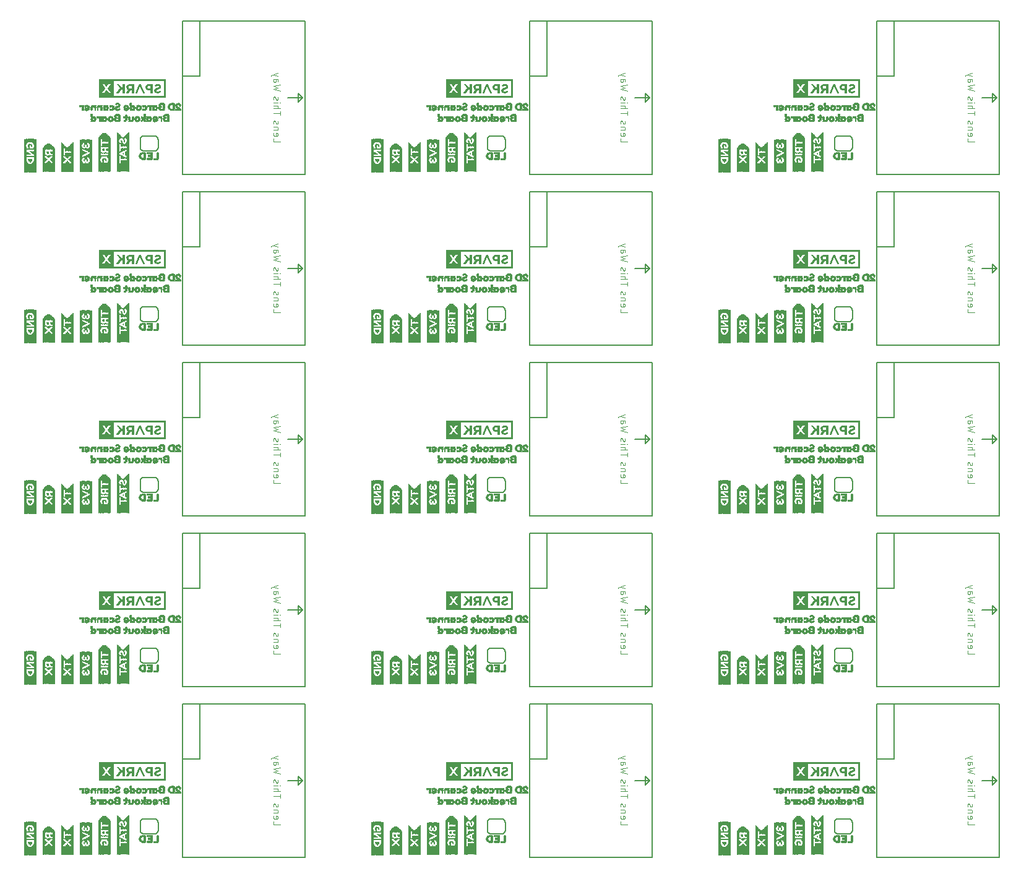
<source format=gbo>
G04 EAGLE Gerber RS-274X export*
G75*
%MOMM*%
%FSLAX34Y34*%
%LPD*%
%INSilkscreen Bottom*%
%IPPOS*%
%AMOC8*
5,1,8,0,0,1.08239X$1,22.5*%
G01*
%ADD10C,0.152400*%
%ADD11C,0.076200*%
%ADD12R,0.200000X0.040000*%
%ADD13R,0.240000X0.040000*%
%ADD14R,0.360000X0.040000*%
%ADD15R,0.440000X0.040000*%
%ADD16R,0.280000X0.040000*%
%ADD17R,0.600000X0.040000*%
%ADD18R,0.640000X0.040000*%
%ADD19R,0.480000X0.040000*%
%ADD20R,0.520000X0.040000*%
%ADD21R,0.680000X0.040000*%
%ADD22R,0.720000X0.040000*%
%ADD23R,0.560000X0.040000*%
%ADD24R,0.760000X0.040000*%
%ADD25R,0.800000X0.040000*%
%ADD26R,0.840000X0.040000*%
%ADD27R,0.320000X0.040000*%
%ADD28R,0.400000X0.040000*%
%ADD29R,0.080000X0.040000*%
%ADD30R,0.120000X0.040000*%
%ADD31R,0.160000X0.040000*%
%ADD32R,0.040000X0.040000*%
%ADD33C,0.203200*%
%ADD34R,0.040000X5.400000*%
%ADD35R,0.040000X5.360000*%
%ADD36R,0.040000X5.320000*%
%ADD37R,0.040000X5.280000*%
%ADD38R,0.040000X5.240000*%
%ADD39R,0.040000X5.200000*%
%ADD40R,0.040000X5.160000*%
%ADD41R,0.040000X0.800000*%
%ADD42R,0.040000X4.080000*%
%ADD43R,0.040000X0.680000*%
%ADD44R,0.040000X0.160000*%
%ADD45R,0.040000X0.320000*%
%ADD46R,0.040000X0.240000*%
%ADD47R,0.040000X1.160000*%
%ADD48R,0.040000X0.600000*%
%ADD49R,0.040000X0.120000*%
%ADD50R,0.040000X1.120000*%
%ADD51R,0.040000X0.520000*%
%ADD52R,0.040000X0.080000*%
%ADD53R,0.040000X0.200000*%
%ADD54R,0.040000X0.440000*%
%ADD55R,0.040000X0.400000*%
%ADD56R,0.040000X0.480000*%
%ADD57R,0.040000X0.560000*%
%ADD58R,0.040000X1.520000*%
%ADD59R,0.040000X0.280000*%
%ADD60R,0.040000X0.880000*%
%ADD61R,0.040000X0.840000*%
%ADD62R,0.040000X0.760000*%
%ADD63R,0.040000X0.360000*%
%ADD64R,0.040000X0.640000*%
%ADD65R,0.040000X1.560000*%
%ADD66R,0.040000X4.640000*%
%ADD67R,0.040000X4.680000*%
%ADD68R,0.040000X4.760000*%
%ADD69R,0.040000X4.800000*%
%ADD70R,0.040000X4.840000*%
%ADD71R,0.040000X4.880000*%
%ADD72R,0.040000X4.920000*%
%ADD73R,0.040000X3.240000*%
%ADD74R,0.040000X1.480000*%
%ADD75R,0.040000X1.360000*%
%ADD76R,0.040000X1.280000*%
%ADD77R,0.040000X1.240000*%
%ADD78R,0.040000X0.720000*%
%ADD79R,0.040000X1.800000*%
%ADD80R,0.040000X1.200000*%
%ADD81R,0.040000X1.840000*%
%ADD82R,0.040000X1.080000*%
%ADD83R,0.040000X1.040000*%
%ADD84R,0.040000X1.000000*%
%ADD85R,0.040000X0.960000*%
%ADD86R,0.040000X0.920000*%
%ADD87R,0.040000X1.320000*%
%ADD88R,0.040000X1.400000*%
%ADD89R,0.040000X4.440000*%
%ADD90R,0.040000X4.040000*%
%ADD91R,0.040000X4.000000*%
%ADD92R,0.040000X3.960000*%
%ADD93R,0.040000X3.920000*%
%ADD94R,0.040000X3.880000*%
%ADD95R,0.040000X3.840000*%
%ADD96R,0.040000X3.800000*%
%ADD97R,0.040000X1.680000*%
%ADD98R,0.040000X1.440000*%
%ADD99R,0.040000X3.200000*%
%ADD100R,0.040000X3.320000*%
%ADD101R,0.040000X3.360000*%
%ADD102R,0.040000X3.400000*%
%ADD103R,0.040000X3.440000*%
%ADD104R,0.040000X3.480000*%
%ADD105R,0.040000X4.600000*%
%ADD106R,0.040000X3.520000*%
%ADD107R,0.880000X0.040000*%

G36*
X1198927Y1049051D02*
X1198927Y1049051D01*
X1198922Y1049059D01*
X1198929Y1049065D01*
X1198929Y1074375D01*
X1198893Y1074423D01*
X1198886Y1074417D01*
X1198880Y1074425D01*
X1107440Y1074425D01*
X1107393Y1074389D01*
X1107398Y1074381D01*
X1107391Y1074375D01*
X1107391Y1049065D01*
X1107427Y1049017D01*
X1107434Y1049023D01*
X1107440Y1049015D01*
X1198880Y1049015D01*
X1198927Y1049051D01*
G37*
G36*
X723947Y1049051D02*
X723947Y1049051D01*
X723942Y1049059D01*
X723949Y1049065D01*
X723949Y1074375D01*
X723913Y1074423D01*
X723906Y1074417D01*
X723900Y1074425D01*
X632460Y1074425D01*
X632413Y1074389D01*
X632418Y1074381D01*
X632411Y1074375D01*
X632411Y1049065D01*
X632447Y1049017D01*
X632454Y1049023D01*
X632460Y1049015D01*
X723900Y1049015D01*
X723947Y1049051D01*
G37*
G36*
X248967Y1049051D02*
X248967Y1049051D01*
X248962Y1049059D01*
X248969Y1049065D01*
X248969Y1074375D01*
X248933Y1074423D01*
X248926Y1074417D01*
X248920Y1074425D01*
X157480Y1074425D01*
X157433Y1074389D01*
X157438Y1074381D01*
X157431Y1074375D01*
X157431Y1049065D01*
X157467Y1049017D01*
X157474Y1049023D01*
X157480Y1049015D01*
X248920Y1049015D01*
X248967Y1049051D01*
G37*
G36*
X723947Y348011D02*
X723947Y348011D01*
X723942Y348019D01*
X723949Y348025D01*
X723949Y373335D01*
X723913Y373383D01*
X723906Y373377D01*
X723900Y373385D01*
X632460Y373385D01*
X632413Y373349D01*
X632418Y373341D01*
X632411Y373335D01*
X632411Y348025D01*
X632447Y347977D01*
X632454Y347983D01*
X632460Y347975D01*
X723900Y347975D01*
X723947Y348011D01*
G37*
G36*
X248967Y815371D02*
X248967Y815371D01*
X248962Y815379D01*
X248969Y815385D01*
X248969Y840695D01*
X248933Y840743D01*
X248926Y840737D01*
X248920Y840745D01*
X157480Y840745D01*
X157433Y840709D01*
X157438Y840701D01*
X157431Y840695D01*
X157431Y815385D01*
X157467Y815337D01*
X157474Y815343D01*
X157480Y815335D01*
X248920Y815335D01*
X248967Y815371D01*
G37*
G36*
X248967Y348011D02*
X248967Y348011D01*
X248962Y348019D01*
X248969Y348025D01*
X248969Y373335D01*
X248933Y373383D01*
X248926Y373377D01*
X248920Y373385D01*
X157480Y373385D01*
X157433Y373349D01*
X157438Y373341D01*
X157431Y373335D01*
X157431Y348025D01*
X157467Y347977D01*
X157474Y347983D01*
X157480Y347975D01*
X248920Y347975D01*
X248967Y348011D01*
G37*
G36*
X1198927Y581691D02*
X1198927Y581691D01*
X1198922Y581699D01*
X1198929Y581705D01*
X1198929Y607015D01*
X1198893Y607063D01*
X1198886Y607057D01*
X1198880Y607065D01*
X1107440Y607065D01*
X1107393Y607029D01*
X1107398Y607021D01*
X1107391Y607015D01*
X1107391Y581705D01*
X1107427Y581657D01*
X1107434Y581663D01*
X1107440Y581655D01*
X1198880Y581655D01*
X1198927Y581691D01*
G37*
G36*
X723947Y581691D02*
X723947Y581691D01*
X723942Y581699D01*
X723949Y581705D01*
X723949Y607015D01*
X723913Y607063D01*
X723906Y607057D01*
X723900Y607065D01*
X632460Y607065D01*
X632413Y607029D01*
X632418Y607021D01*
X632411Y607015D01*
X632411Y581705D01*
X632447Y581657D01*
X632454Y581663D01*
X632460Y581655D01*
X723900Y581655D01*
X723947Y581691D01*
G37*
G36*
X248967Y581691D02*
X248967Y581691D01*
X248962Y581699D01*
X248969Y581705D01*
X248969Y607015D01*
X248933Y607063D01*
X248926Y607057D01*
X248920Y607065D01*
X157480Y607065D01*
X157433Y607029D01*
X157438Y607021D01*
X157431Y607015D01*
X157431Y581705D01*
X157467Y581657D01*
X157474Y581663D01*
X157480Y581655D01*
X248920Y581655D01*
X248967Y581691D01*
G37*
G36*
X1198927Y348011D02*
X1198927Y348011D01*
X1198922Y348019D01*
X1198929Y348025D01*
X1198929Y373335D01*
X1198893Y373383D01*
X1198886Y373377D01*
X1198880Y373385D01*
X1107440Y373385D01*
X1107393Y373349D01*
X1107398Y373341D01*
X1107391Y373335D01*
X1107391Y348025D01*
X1107427Y347977D01*
X1107434Y347983D01*
X1107440Y347975D01*
X1198880Y347975D01*
X1198927Y348011D01*
G37*
G36*
X1198927Y114331D02*
X1198927Y114331D01*
X1198922Y114339D01*
X1198929Y114345D01*
X1198929Y139655D01*
X1198893Y139703D01*
X1198886Y139697D01*
X1198880Y139705D01*
X1107440Y139705D01*
X1107393Y139669D01*
X1107398Y139661D01*
X1107391Y139655D01*
X1107391Y114345D01*
X1107427Y114297D01*
X1107434Y114303D01*
X1107440Y114295D01*
X1198880Y114295D01*
X1198927Y114331D01*
G37*
G36*
X157467Y114297D02*
X157467Y114297D01*
X157474Y114303D01*
X157480Y114295D01*
X248920Y114295D01*
X248967Y114331D01*
X248962Y114339D01*
X248969Y114345D01*
X248969Y139655D01*
X248933Y139703D01*
X248926Y139697D01*
X248920Y139705D01*
X157480Y139705D01*
X157433Y139669D01*
X157438Y139661D01*
X157431Y139655D01*
X157431Y114345D01*
X157467Y114297D01*
G37*
G36*
X723947Y114331D02*
X723947Y114331D01*
X723942Y114339D01*
X723949Y114345D01*
X723949Y139655D01*
X723913Y139703D01*
X723906Y139697D01*
X723900Y139705D01*
X632460Y139705D01*
X632413Y139669D01*
X632418Y139661D01*
X632411Y139655D01*
X632411Y114345D01*
X632447Y114297D01*
X632454Y114303D01*
X632460Y114295D01*
X723900Y114295D01*
X723947Y114331D01*
G37*
G36*
X723947Y815371D02*
X723947Y815371D01*
X723942Y815379D01*
X723949Y815385D01*
X723949Y840695D01*
X723913Y840743D01*
X723906Y840737D01*
X723900Y840745D01*
X632460Y840745D01*
X632413Y840709D01*
X632418Y840701D01*
X632411Y840695D01*
X632411Y815385D01*
X632447Y815337D01*
X632454Y815343D01*
X632460Y815335D01*
X723900Y815335D01*
X723947Y815371D01*
G37*
G36*
X1198927Y815371D02*
X1198927Y815371D01*
X1198922Y815379D01*
X1198929Y815385D01*
X1198929Y840695D01*
X1198893Y840743D01*
X1198886Y840737D01*
X1198880Y840745D01*
X1107440Y840745D01*
X1107393Y840709D01*
X1107398Y840701D01*
X1107391Y840695D01*
X1107391Y815385D01*
X1107427Y815337D01*
X1107434Y815343D01*
X1107440Y815335D01*
X1198880Y815335D01*
X1198927Y815371D01*
G37*
%LPC*%
G36*
X652937Y1051464D02*
X652937Y1051464D01*
X652937Y1071976D01*
X721501Y1071976D01*
X721501Y1051464D01*
X652937Y1051464D01*
G37*
%LPD*%
%LPC*%
G36*
X1127917Y1051464D02*
X1127917Y1051464D01*
X1127917Y1071976D01*
X1196481Y1071976D01*
X1196481Y1051464D01*
X1127917Y1051464D01*
G37*
%LPD*%
%LPC*%
G36*
X177957Y1051464D02*
X177957Y1051464D01*
X177957Y1071976D01*
X246521Y1071976D01*
X246521Y1051464D01*
X177957Y1051464D01*
G37*
%LPD*%
%LPC*%
G36*
X652937Y584104D02*
X652937Y584104D01*
X652937Y604616D01*
X721501Y604616D01*
X721501Y584104D01*
X652937Y584104D01*
G37*
%LPD*%
%LPC*%
G36*
X1127917Y584104D02*
X1127917Y584104D01*
X1127917Y604616D01*
X1196481Y604616D01*
X1196481Y584104D01*
X1127917Y584104D01*
G37*
%LPD*%
%LPC*%
G36*
X177957Y584104D02*
X177957Y584104D01*
X177957Y604616D01*
X246521Y604616D01*
X246521Y584104D01*
X177957Y584104D01*
G37*
%LPD*%
%LPC*%
G36*
X652937Y116744D02*
X652937Y116744D01*
X652937Y137256D01*
X721501Y137256D01*
X721501Y116744D01*
X652937Y116744D01*
G37*
%LPD*%
%LPC*%
G36*
X1127917Y817784D02*
X1127917Y817784D01*
X1127917Y838296D01*
X1196481Y838296D01*
X1196481Y817784D01*
X1127917Y817784D01*
G37*
%LPD*%
%LPC*%
G36*
X652937Y817784D02*
X652937Y817784D01*
X652937Y838296D01*
X721501Y838296D01*
X721501Y817784D01*
X652937Y817784D01*
G37*
%LPD*%
%LPC*%
G36*
X177957Y817784D02*
X177957Y817784D01*
X177957Y838296D01*
X246521Y838296D01*
X246521Y817784D01*
X177957Y817784D01*
G37*
%LPD*%
%LPC*%
G36*
X246521Y137256D02*
X246521Y137256D01*
X246521Y116744D01*
X177957Y116744D01*
X177957Y137256D01*
X246521Y137256D01*
G37*
%LPD*%
%LPC*%
G36*
X1127917Y116744D02*
X1127917Y116744D01*
X1127917Y137256D01*
X1196481Y137256D01*
X1196481Y116744D01*
X1127917Y116744D01*
G37*
%LPD*%
%LPC*%
G36*
X177957Y350424D02*
X177957Y350424D01*
X177957Y370936D01*
X246521Y370936D01*
X246521Y350424D01*
X177957Y350424D01*
G37*
%LPD*%
%LPC*%
G36*
X652937Y350424D02*
X652937Y350424D01*
X652937Y370936D01*
X721501Y370936D01*
X721501Y350424D01*
X652937Y350424D01*
G37*
%LPD*%
%LPC*%
G36*
X1127917Y350424D02*
X1127917Y350424D01*
X1127917Y370936D01*
X1196481Y370936D01*
X1196481Y350424D01*
X1127917Y350424D01*
G37*
%LPD*%
G36*
X197760Y1055556D02*
X197760Y1055556D01*
X197773Y1055557D01*
X200383Y1059458D01*
X202428Y1059458D01*
X202428Y1055584D01*
X202464Y1055537D01*
X202472Y1055543D01*
X202478Y1055535D01*
X205175Y1055535D01*
X205223Y1055571D01*
X205217Y1055579D01*
X205224Y1055584D01*
X205224Y1067846D01*
X205188Y1067894D01*
X205181Y1067888D01*
X205175Y1067896D01*
X199570Y1067896D01*
X199568Y1067894D01*
X199567Y1067896D01*
X198531Y1067829D01*
X198527Y1067825D01*
X198524Y1067828D01*
X197611Y1067627D01*
X197606Y1067622D01*
X197602Y1067625D01*
X196811Y1067290D01*
X196807Y1067284D01*
X196802Y1067285D01*
X196131Y1066817D01*
X196128Y1066809D01*
X196123Y1066810D01*
X195589Y1066221D01*
X195589Y1066213D01*
X195583Y1066212D01*
X195203Y1065519D01*
X195204Y1065511D01*
X195198Y1065509D01*
X195148Y1065331D01*
X195106Y1065183D01*
X195064Y1065035D01*
X195022Y1064887D01*
X194980Y1064740D01*
X194971Y1064711D01*
X194972Y1064710D01*
X194971Y1064709D01*
X194973Y1064705D01*
X194974Y1064704D01*
X194969Y1064701D01*
X194894Y1063800D01*
X194896Y1063797D01*
X194894Y1063796D01*
X194894Y1063759D01*
X194897Y1063755D01*
X194894Y1063752D01*
X195078Y1062403D01*
X195087Y1062395D01*
X195083Y1062388D01*
X195631Y1061314D01*
X195641Y1061308D01*
X195640Y1061301D01*
X196479Y1060492D01*
X196489Y1060491D01*
X196490Y1060484D01*
X197505Y1059947D01*
X194537Y1055612D01*
X194537Y1055603D01*
X194530Y1055598D01*
X194538Y1055587D01*
X194539Y1055553D01*
X194563Y1055554D01*
X194577Y1055535D01*
X197732Y1055535D01*
X197760Y1055556D01*
G37*
G36*
X672740Y1055556D02*
X672740Y1055556D01*
X672753Y1055557D01*
X675363Y1059458D01*
X677408Y1059458D01*
X677408Y1055584D01*
X677444Y1055537D01*
X677452Y1055543D01*
X677458Y1055535D01*
X680155Y1055535D01*
X680203Y1055571D01*
X680197Y1055579D01*
X680204Y1055584D01*
X680204Y1067846D01*
X680168Y1067894D01*
X680161Y1067888D01*
X680155Y1067896D01*
X674550Y1067896D01*
X674548Y1067894D01*
X674547Y1067896D01*
X673511Y1067829D01*
X673507Y1067825D01*
X673504Y1067828D01*
X672591Y1067627D01*
X672586Y1067622D01*
X672582Y1067625D01*
X671791Y1067290D01*
X671787Y1067284D01*
X671782Y1067285D01*
X671111Y1066817D01*
X671108Y1066809D01*
X671103Y1066810D01*
X670569Y1066221D01*
X670569Y1066213D01*
X670563Y1066212D01*
X670183Y1065519D01*
X670184Y1065511D01*
X670178Y1065509D01*
X670128Y1065331D01*
X670086Y1065183D01*
X670044Y1065035D01*
X670002Y1064887D01*
X669960Y1064740D01*
X669951Y1064711D01*
X669952Y1064710D01*
X669951Y1064709D01*
X669953Y1064705D01*
X669954Y1064704D01*
X669949Y1064701D01*
X669874Y1063800D01*
X669876Y1063797D01*
X669874Y1063796D01*
X669874Y1063759D01*
X669877Y1063755D01*
X669874Y1063752D01*
X670058Y1062403D01*
X670067Y1062395D01*
X670063Y1062388D01*
X670611Y1061314D01*
X670621Y1061308D01*
X670620Y1061301D01*
X671459Y1060492D01*
X671469Y1060491D01*
X671470Y1060484D01*
X672485Y1059947D01*
X669517Y1055612D01*
X669517Y1055603D01*
X669510Y1055598D01*
X669518Y1055587D01*
X669519Y1055553D01*
X669543Y1055554D01*
X669557Y1055535D01*
X672712Y1055535D01*
X672740Y1055556D01*
G37*
G36*
X1147720Y1055556D02*
X1147720Y1055556D01*
X1147733Y1055557D01*
X1150343Y1059458D01*
X1152388Y1059458D01*
X1152388Y1055584D01*
X1152424Y1055537D01*
X1152432Y1055543D01*
X1152438Y1055535D01*
X1155135Y1055535D01*
X1155183Y1055571D01*
X1155177Y1055579D01*
X1155184Y1055584D01*
X1155184Y1067846D01*
X1155148Y1067894D01*
X1155141Y1067888D01*
X1155135Y1067896D01*
X1149530Y1067896D01*
X1149528Y1067894D01*
X1149527Y1067896D01*
X1148491Y1067829D01*
X1148487Y1067825D01*
X1148484Y1067828D01*
X1147571Y1067627D01*
X1147566Y1067622D01*
X1147562Y1067625D01*
X1146771Y1067290D01*
X1146767Y1067284D01*
X1146762Y1067285D01*
X1146091Y1066817D01*
X1146088Y1066809D01*
X1146083Y1066810D01*
X1145549Y1066221D01*
X1145549Y1066213D01*
X1145543Y1066212D01*
X1145163Y1065519D01*
X1145164Y1065511D01*
X1145158Y1065509D01*
X1145108Y1065331D01*
X1145066Y1065183D01*
X1145024Y1065035D01*
X1144982Y1064887D01*
X1144940Y1064740D01*
X1144931Y1064711D01*
X1144932Y1064710D01*
X1144931Y1064709D01*
X1144933Y1064705D01*
X1144934Y1064704D01*
X1144929Y1064701D01*
X1144854Y1063800D01*
X1144856Y1063797D01*
X1144854Y1063796D01*
X1144854Y1063759D01*
X1144857Y1063755D01*
X1144854Y1063752D01*
X1145038Y1062403D01*
X1145047Y1062395D01*
X1145043Y1062388D01*
X1145591Y1061314D01*
X1145601Y1061308D01*
X1145600Y1061301D01*
X1146439Y1060492D01*
X1146449Y1060491D01*
X1146450Y1060484D01*
X1147465Y1059947D01*
X1144497Y1055612D01*
X1144497Y1055603D01*
X1144490Y1055598D01*
X1144498Y1055587D01*
X1144499Y1055553D01*
X1144523Y1055554D01*
X1144537Y1055535D01*
X1147692Y1055535D01*
X1147720Y1055556D01*
G37*
G36*
X1147720Y588196D02*
X1147720Y588196D01*
X1147733Y588197D01*
X1150343Y592098D01*
X1152388Y592098D01*
X1152388Y588224D01*
X1152424Y588177D01*
X1152432Y588183D01*
X1152438Y588175D01*
X1155135Y588175D01*
X1155183Y588211D01*
X1155177Y588219D01*
X1155184Y588224D01*
X1155184Y600486D01*
X1155148Y600534D01*
X1155141Y600528D01*
X1155135Y600536D01*
X1149530Y600536D01*
X1149528Y600534D01*
X1149527Y600536D01*
X1148491Y600469D01*
X1148487Y600465D01*
X1148484Y600468D01*
X1147571Y600267D01*
X1147566Y600262D01*
X1147562Y600265D01*
X1146771Y599930D01*
X1146767Y599924D01*
X1146762Y599925D01*
X1146091Y599457D01*
X1146088Y599449D01*
X1146083Y599450D01*
X1145549Y598861D01*
X1145549Y598853D01*
X1145543Y598852D01*
X1145163Y598159D01*
X1145164Y598151D01*
X1145158Y598149D01*
X1145108Y597971D01*
X1145066Y597823D01*
X1145024Y597675D01*
X1144982Y597527D01*
X1144940Y597380D01*
X1144931Y597351D01*
X1144932Y597350D01*
X1144931Y597349D01*
X1144933Y597345D01*
X1144934Y597344D01*
X1144929Y597341D01*
X1144854Y596440D01*
X1144856Y596437D01*
X1144854Y596436D01*
X1144854Y596399D01*
X1144857Y596395D01*
X1144854Y596392D01*
X1145038Y595043D01*
X1145047Y595035D01*
X1145043Y595028D01*
X1145591Y593954D01*
X1145601Y593948D01*
X1145600Y593941D01*
X1146439Y593132D01*
X1146449Y593131D01*
X1146450Y593124D01*
X1147465Y592587D01*
X1144497Y588252D01*
X1144497Y588243D01*
X1144490Y588238D01*
X1144498Y588227D01*
X1144499Y588193D01*
X1144523Y588194D01*
X1144537Y588175D01*
X1147692Y588175D01*
X1147720Y588196D01*
G37*
G36*
X197760Y588196D02*
X197760Y588196D01*
X197773Y588197D01*
X200383Y592098D01*
X202428Y592098D01*
X202428Y588224D01*
X202464Y588177D01*
X202472Y588183D01*
X202478Y588175D01*
X205175Y588175D01*
X205223Y588211D01*
X205217Y588219D01*
X205224Y588224D01*
X205224Y600486D01*
X205188Y600534D01*
X205181Y600528D01*
X205175Y600536D01*
X199570Y600536D01*
X199568Y600534D01*
X199567Y600536D01*
X198531Y600469D01*
X198527Y600465D01*
X198524Y600468D01*
X197611Y600267D01*
X197606Y600262D01*
X197602Y600265D01*
X196811Y599930D01*
X196807Y599924D01*
X196802Y599925D01*
X196131Y599457D01*
X196128Y599449D01*
X196123Y599450D01*
X195589Y598861D01*
X195589Y598853D01*
X195583Y598852D01*
X195203Y598159D01*
X195204Y598151D01*
X195198Y598149D01*
X195148Y597971D01*
X195106Y597823D01*
X195064Y597675D01*
X195022Y597527D01*
X194980Y597380D01*
X194971Y597351D01*
X194972Y597350D01*
X194971Y597349D01*
X194973Y597345D01*
X194974Y597344D01*
X194969Y597341D01*
X194894Y596440D01*
X194896Y596437D01*
X194894Y596436D01*
X194894Y596399D01*
X194897Y596395D01*
X194894Y596392D01*
X195078Y595043D01*
X195087Y595035D01*
X195083Y595028D01*
X195631Y593954D01*
X195641Y593948D01*
X195640Y593941D01*
X196479Y593132D01*
X196489Y593131D01*
X196490Y593124D01*
X197505Y592587D01*
X194537Y588252D01*
X194537Y588243D01*
X194530Y588238D01*
X194538Y588227D01*
X194539Y588193D01*
X194563Y588194D01*
X194577Y588175D01*
X197732Y588175D01*
X197760Y588196D01*
G37*
G36*
X197760Y120836D02*
X197760Y120836D01*
X197773Y120837D01*
X200383Y124738D01*
X202428Y124738D01*
X202428Y120864D01*
X202464Y120817D01*
X202472Y120823D01*
X202478Y120815D01*
X205175Y120815D01*
X205223Y120851D01*
X205217Y120859D01*
X205224Y120864D01*
X205224Y133126D01*
X205188Y133174D01*
X205181Y133168D01*
X205175Y133176D01*
X199570Y133176D01*
X199568Y133174D01*
X199567Y133176D01*
X198531Y133109D01*
X198527Y133105D01*
X198524Y133108D01*
X197611Y132907D01*
X197606Y132902D01*
X197602Y132905D01*
X196811Y132570D01*
X196807Y132564D01*
X196802Y132565D01*
X196131Y132097D01*
X196128Y132089D01*
X196123Y132090D01*
X195589Y131501D01*
X195589Y131493D01*
X195583Y131492D01*
X195203Y130799D01*
X195204Y130791D01*
X195198Y130789D01*
X195148Y130611D01*
X195106Y130463D01*
X195064Y130315D01*
X195022Y130167D01*
X194980Y130020D01*
X194971Y129991D01*
X194972Y129990D01*
X194971Y129989D01*
X194973Y129985D01*
X194974Y129984D01*
X194969Y129981D01*
X194894Y129080D01*
X194896Y129077D01*
X194894Y129076D01*
X194894Y129039D01*
X194897Y129035D01*
X194894Y129032D01*
X195078Y127683D01*
X195087Y127675D01*
X195083Y127668D01*
X195631Y126594D01*
X195641Y126588D01*
X195640Y126581D01*
X196479Y125772D01*
X196489Y125771D01*
X196490Y125764D01*
X197505Y125227D01*
X194537Y120892D01*
X194537Y120883D01*
X194530Y120878D01*
X194538Y120867D01*
X194539Y120833D01*
X194563Y120834D01*
X194577Y120815D01*
X197732Y120815D01*
X197760Y120836D01*
G37*
G36*
X1147720Y120836D02*
X1147720Y120836D01*
X1147733Y120837D01*
X1150343Y124738D01*
X1152388Y124738D01*
X1152388Y120864D01*
X1152424Y120817D01*
X1152432Y120823D01*
X1152438Y120815D01*
X1155135Y120815D01*
X1155183Y120851D01*
X1155177Y120859D01*
X1155184Y120864D01*
X1155184Y133126D01*
X1155148Y133174D01*
X1155141Y133168D01*
X1155135Y133176D01*
X1149530Y133176D01*
X1149528Y133174D01*
X1149527Y133176D01*
X1148491Y133109D01*
X1148487Y133105D01*
X1148484Y133108D01*
X1147571Y132907D01*
X1147566Y132902D01*
X1147562Y132905D01*
X1146771Y132570D01*
X1146767Y132564D01*
X1146762Y132565D01*
X1146091Y132097D01*
X1146088Y132089D01*
X1146083Y132090D01*
X1145549Y131501D01*
X1145549Y131493D01*
X1145543Y131492D01*
X1145163Y130799D01*
X1145164Y130791D01*
X1145158Y130789D01*
X1145108Y130611D01*
X1145066Y130463D01*
X1145024Y130315D01*
X1144982Y130167D01*
X1144940Y130020D01*
X1144931Y129991D01*
X1144932Y129990D01*
X1144931Y129989D01*
X1144933Y129985D01*
X1144934Y129984D01*
X1144929Y129981D01*
X1144854Y129080D01*
X1144856Y129077D01*
X1144854Y129076D01*
X1144854Y129039D01*
X1144857Y129035D01*
X1144854Y129032D01*
X1145038Y127683D01*
X1145047Y127675D01*
X1145043Y127668D01*
X1145591Y126594D01*
X1145601Y126588D01*
X1145600Y126581D01*
X1146439Y125772D01*
X1146449Y125771D01*
X1146450Y125764D01*
X1147465Y125227D01*
X1144497Y120892D01*
X1144497Y120883D01*
X1144490Y120878D01*
X1144498Y120867D01*
X1144499Y120833D01*
X1144523Y120834D01*
X1144537Y120815D01*
X1147692Y120815D01*
X1147720Y120836D01*
G37*
G36*
X672740Y120836D02*
X672740Y120836D01*
X672753Y120837D01*
X675363Y124738D01*
X677408Y124738D01*
X677408Y120864D01*
X677444Y120817D01*
X677452Y120823D01*
X677458Y120815D01*
X680155Y120815D01*
X680203Y120851D01*
X680197Y120859D01*
X680204Y120864D01*
X680204Y133126D01*
X680168Y133174D01*
X680161Y133168D01*
X680155Y133176D01*
X674550Y133176D01*
X674548Y133174D01*
X674547Y133176D01*
X673511Y133109D01*
X673507Y133105D01*
X673504Y133108D01*
X672591Y132907D01*
X672586Y132902D01*
X672582Y132905D01*
X671791Y132570D01*
X671787Y132564D01*
X671782Y132565D01*
X671111Y132097D01*
X671108Y132089D01*
X671103Y132090D01*
X670569Y131501D01*
X670569Y131493D01*
X670563Y131492D01*
X670183Y130799D01*
X670184Y130791D01*
X670178Y130789D01*
X670128Y130611D01*
X670086Y130463D01*
X670044Y130315D01*
X670002Y130167D01*
X669960Y130020D01*
X669951Y129991D01*
X669952Y129990D01*
X669951Y129989D01*
X669953Y129985D01*
X669954Y129984D01*
X669949Y129981D01*
X669874Y129080D01*
X669876Y129077D01*
X669874Y129076D01*
X669874Y129039D01*
X669877Y129035D01*
X669874Y129032D01*
X670058Y127683D01*
X670067Y127675D01*
X670063Y127668D01*
X670611Y126594D01*
X670621Y126588D01*
X670620Y126581D01*
X671459Y125772D01*
X671469Y125771D01*
X671470Y125764D01*
X672485Y125227D01*
X669517Y120892D01*
X669517Y120883D01*
X669510Y120878D01*
X669518Y120867D01*
X669519Y120833D01*
X669543Y120834D01*
X669557Y120815D01*
X672712Y120815D01*
X672740Y120836D01*
G37*
G36*
X1147720Y821876D02*
X1147720Y821876D01*
X1147733Y821877D01*
X1150343Y825778D01*
X1152388Y825778D01*
X1152388Y821904D01*
X1152424Y821857D01*
X1152432Y821863D01*
X1152438Y821855D01*
X1155135Y821855D01*
X1155183Y821891D01*
X1155177Y821899D01*
X1155184Y821904D01*
X1155184Y834166D01*
X1155148Y834214D01*
X1155141Y834208D01*
X1155135Y834216D01*
X1149530Y834216D01*
X1149528Y834214D01*
X1149527Y834216D01*
X1148491Y834149D01*
X1148487Y834145D01*
X1148484Y834148D01*
X1147571Y833947D01*
X1147566Y833942D01*
X1147562Y833945D01*
X1146771Y833610D01*
X1146767Y833604D01*
X1146762Y833605D01*
X1146091Y833137D01*
X1146088Y833129D01*
X1146083Y833130D01*
X1145549Y832541D01*
X1145549Y832533D01*
X1145543Y832532D01*
X1145163Y831839D01*
X1145164Y831831D01*
X1145158Y831829D01*
X1145108Y831651D01*
X1145066Y831503D01*
X1145024Y831355D01*
X1144982Y831207D01*
X1144940Y831060D01*
X1144931Y831031D01*
X1144932Y831030D01*
X1144931Y831029D01*
X1144933Y831025D01*
X1144934Y831024D01*
X1144929Y831021D01*
X1144854Y830120D01*
X1144856Y830117D01*
X1144854Y830116D01*
X1144854Y830079D01*
X1144857Y830075D01*
X1144854Y830072D01*
X1145038Y828723D01*
X1145047Y828715D01*
X1145043Y828708D01*
X1145591Y827634D01*
X1145601Y827628D01*
X1145600Y827621D01*
X1146439Y826812D01*
X1146449Y826811D01*
X1146450Y826804D01*
X1147465Y826267D01*
X1144497Y821932D01*
X1144497Y821923D01*
X1144490Y821918D01*
X1144498Y821907D01*
X1144499Y821873D01*
X1144523Y821874D01*
X1144537Y821855D01*
X1147692Y821855D01*
X1147720Y821876D01*
G37*
G36*
X672740Y821876D02*
X672740Y821876D01*
X672753Y821877D01*
X675363Y825778D01*
X677408Y825778D01*
X677408Y821904D01*
X677444Y821857D01*
X677452Y821863D01*
X677458Y821855D01*
X680155Y821855D01*
X680203Y821891D01*
X680197Y821899D01*
X680204Y821904D01*
X680204Y834166D01*
X680168Y834214D01*
X680161Y834208D01*
X680155Y834216D01*
X674550Y834216D01*
X674548Y834214D01*
X674547Y834216D01*
X673511Y834149D01*
X673507Y834145D01*
X673504Y834148D01*
X672591Y833947D01*
X672586Y833942D01*
X672582Y833945D01*
X671791Y833610D01*
X671787Y833604D01*
X671782Y833605D01*
X671111Y833137D01*
X671108Y833129D01*
X671103Y833130D01*
X670569Y832541D01*
X670569Y832533D01*
X670563Y832532D01*
X670183Y831839D01*
X670184Y831831D01*
X670178Y831829D01*
X670128Y831651D01*
X670086Y831503D01*
X670044Y831355D01*
X670002Y831207D01*
X669960Y831060D01*
X669951Y831031D01*
X669952Y831030D01*
X669951Y831029D01*
X669953Y831025D01*
X669954Y831024D01*
X669949Y831021D01*
X669874Y830120D01*
X669876Y830117D01*
X669874Y830116D01*
X669874Y830079D01*
X669877Y830075D01*
X669874Y830072D01*
X670058Y828723D01*
X670067Y828715D01*
X670063Y828708D01*
X670611Y827634D01*
X670621Y827628D01*
X670620Y827621D01*
X671459Y826812D01*
X671469Y826811D01*
X671470Y826804D01*
X672485Y826267D01*
X669517Y821932D01*
X669517Y821923D01*
X669510Y821918D01*
X669518Y821907D01*
X669519Y821873D01*
X669543Y821874D01*
X669557Y821855D01*
X672712Y821855D01*
X672740Y821876D01*
G37*
G36*
X197760Y354516D02*
X197760Y354516D01*
X197773Y354517D01*
X200383Y358418D01*
X202428Y358418D01*
X202428Y354544D01*
X202464Y354497D01*
X202472Y354503D01*
X202478Y354495D01*
X205175Y354495D01*
X205223Y354531D01*
X205217Y354539D01*
X205224Y354544D01*
X205224Y366806D01*
X205188Y366854D01*
X205181Y366848D01*
X205175Y366856D01*
X199570Y366856D01*
X199568Y366854D01*
X199567Y366856D01*
X198531Y366789D01*
X198527Y366785D01*
X198524Y366788D01*
X197611Y366587D01*
X197606Y366582D01*
X197602Y366585D01*
X196811Y366250D01*
X196807Y366244D01*
X196802Y366245D01*
X196131Y365777D01*
X196128Y365769D01*
X196123Y365770D01*
X195589Y365181D01*
X195589Y365173D01*
X195583Y365172D01*
X195203Y364479D01*
X195204Y364471D01*
X195198Y364469D01*
X195148Y364291D01*
X195106Y364143D01*
X195064Y363995D01*
X195022Y363847D01*
X194980Y363700D01*
X194971Y363671D01*
X194972Y363670D01*
X194971Y363669D01*
X194973Y363665D01*
X194974Y363664D01*
X194969Y363661D01*
X194894Y362760D01*
X194896Y362757D01*
X194894Y362756D01*
X194894Y362719D01*
X194897Y362715D01*
X194894Y362712D01*
X195078Y361363D01*
X195087Y361355D01*
X195083Y361348D01*
X195631Y360274D01*
X195641Y360268D01*
X195640Y360261D01*
X196479Y359452D01*
X196489Y359451D01*
X196490Y359444D01*
X197505Y358907D01*
X194537Y354572D01*
X194537Y354563D01*
X194530Y354558D01*
X194538Y354547D01*
X194539Y354513D01*
X194563Y354514D01*
X194577Y354495D01*
X197732Y354495D01*
X197760Y354516D01*
G37*
G36*
X197760Y821876D02*
X197760Y821876D01*
X197773Y821877D01*
X200383Y825778D01*
X202428Y825778D01*
X202428Y821904D01*
X202464Y821857D01*
X202472Y821863D01*
X202478Y821855D01*
X205175Y821855D01*
X205223Y821891D01*
X205217Y821899D01*
X205224Y821904D01*
X205224Y834166D01*
X205188Y834214D01*
X205181Y834208D01*
X205175Y834216D01*
X199570Y834216D01*
X199568Y834214D01*
X199567Y834216D01*
X198531Y834149D01*
X198527Y834145D01*
X198524Y834148D01*
X197611Y833947D01*
X197606Y833942D01*
X197602Y833945D01*
X196811Y833610D01*
X196807Y833604D01*
X196802Y833605D01*
X196131Y833137D01*
X196128Y833129D01*
X196123Y833130D01*
X195589Y832541D01*
X195589Y832533D01*
X195583Y832532D01*
X195203Y831839D01*
X195204Y831831D01*
X195198Y831829D01*
X195148Y831651D01*
X195106Y831503D01*
X195064Y831355D01*
X195022Y831207D01*
X194980Y831060D01*
X194971Y831031D01*
X194972Y831030D01*
X194971Y831029D01*
X194973Y831025D01*
X194974Y831024D01*
X194969Y831021D01*
X194894Y830120D01*
X194896Y830117D01*
X194894Y830116D01*
X194894Y830079D01*
X194897Y830075D01*
X194894Y830072D01*
X195078Y828723D01*
X195087Y828715D01*
X195083Y828708D01*
X195631Y827634D01*
X195641Y827628D01*
X195640Y827621D01*
X196479Y826812D01*
X196489Y826811D01*
X196490Y826804D01*
X197505Y826267D01*
X194537Y821932D01*
X194537Y821923D01*
X194530Y821918D01*
X194538Y821907D01*
X194539Y821873D01*
X194563Y821874D01*
X194577Y821855D01*
X197732Y821855D01*
X197760Y821876D01*
G37*
G36*
X1147720Y354516D02*
X1147720Y354516D01*
X1147733Y354517D01*
X1150343Y358418D01*
X1152388Y358418D01*
X1152388Y354544D01*
X1152424Y354497D01*
X1152432Y354503D01*
X1152438Y354495D01*
X1155135Y354495D01*
X1155183Y354531D01*
X1155177Y354539D01*
X1155184Y354544D01*
X1155184Y366806D01*
X1155148Y366854D01*
X1155141Y366848D01*
X1155135Y366856D01*
X1149530Y366856D01*
X1149528Y366854D01*
X1149527Y366856D01*
X1148491Y366789D01*
X1148487Y366785D01*
X1148484Y366788D01*
X1147571Y366587D01*
X1147566Y366582D01*
X1147562Y366585D01*
X1146771Y366250D01*
X1146767Y366244D01*
X1146762Y366245D01*
X1146091Y365777D01*
X1146088Y365769D01*
X1146083Y365770D01*
X1145549Y365181D01*
X1145549Y365173D01*
X1145543Y365172D01*
X1145163Y364479D01*
X1145164Y364471D01*
X1145158Y364469D01*
X1145108Y364291D01*
X1145066Y364143D01*
X1145024Y363995D01*
X1144982Y363847D01*
X1144940Y363700D01*
X1144931Y363671D01*
X1144932Y363670D01*
X1144931Y363669D01*
X1144933Y363665D01*
X1144934Y363664D01*
X1144929Y363661D01*
X1144854Y362760D01*
X1144856Y362757D01*
X1144854Y362756D01*
X1144854Y362719D01*
X1144857Y362715D01*
X1144854Y362712D01*
X1145038Y361363D01*
X1145047Y361355D01*
X1145043Y361348D01*
X1145591Y360274D01*
X1145601Y360268D01*
X1145600Y360261D01*
X1146439Y359452D01*
X1146449Y359451D01*
X1146450Y359444D01*
X1147465Y358907D01*
X1144497Y354572D01*
X1144497Y354563D01*
X1144490Y354558D01*
X1144498Y354547D01*
X1144499Y354513D01*
X1144523Y354514D01*
X1144537Y354495D01*
X1147692Y354495D01*
X1147720Y354516D01*
G37*
G36*
X672740Y588196D02*
X672740Y588196D01*
X672753Y588197D01*
X675363Y592098D01*
X677408Y592098D01*
X677408Y588224D01*
X677444Y588177D01*
X677452Y588183D01*
X677458Y588175D01*
X680155Y588175D01*
X680203Y588211D01*
X680197Y588219D01*
X680204Y588224D01*
X680204Y600486D01*
X680168Y600534D01*
X680161Y600528D01*
X680155Y600536D01*
X674550Y600536D01*
X674548Y600534D01*
X674547Y600536D01*
X673511Y600469D01*
X673507Y600465D01*
X673504Y600468D01*
X672591Y600267D01*
X672586Y600262D01*
X672582Y600265D01*
X671791Y599930D01*
X671787Y599924D01*
X671782Y599925D01*
X671111Y599457D01*
X671108Y599449D01*
X671103Y599450D01*
X670569Y598861D01*
X670569Y598853D01*
X670563Y598852D01*
X670183Y598159D01*
X670184Y598151D01*
X670178Y598149D01*
X670128Y597971D01*
X670086Y597823D01*
X670044Y597675D01*
X670002Y597527D01*
X669960Y597380D01*
X669951Y597351D01*
X669952Y597350D01*
X669951Y597349D01*
X669953Y597345D01*
X669954Y597344D01*
X669949Y597341D01*
X669874Y596440D01*
X669876Y596437D01*
X669874Y596436D01*
X669874Y596399D01*
X669877Y596395D01*
X669874Y596392D01*
X670058Y595043D01*
X670067Y595035D01*
X670063Y595028D01*
X670611Y593954D01*
X670621Y593948D01*
X670620Y593941D01*
X671459Y593132D01*
X671469Y593131D01*
X671470Y593124D01*
X672485Y592587D01*
X669517Y588252D01*
X669517Y588243D01*
X669510Y588238D01*
X669518Y588227D01*
X669519Y588193D01*
X669543Y588194D01*
X669557Y588175D01*
X672712Y588175D01*
X672740Y588196D01*
G37*
G36*
X672740Y354516D02*
X672740Y354516D01*
X672753Y354517D01*
X675363Y358418D01*
X677408Y358418D01*
X677408Y354544D01*
X677444Y354497D01*
X677452Y354503D01*
X677458Y354495D01*
X680155Y354495D01*
X680203Y354531D01*
X680197Y354539D01*
X680204Y354544D01*
X680204Y366806D01*
X680168Y366854D01*
X680161Y366848D01*
X680155Y366856D01*
X674550Y366856D01*
X674548Y366854D01*
X674547Y366856D01*
X673511Y366789D01*
X673507Y366785D01*
X673504Y366788D01*
X672591Y366587D01*
X672586Y366582D01*
X672582Y366585D01*
X671791Y366250D01*
X671787Y366244D01*
X671782Y366245D01*
X671111Y365777D01*
X671108Y365769D01*
X671103Y365770D01*
X670569Y365181D01*
X670569Y365173D01*
X670563Y365172D01*
X670183Y364479D01*
X670184Y364471D01*
X670178Y364469D01*
X670128Y364291D01*
X670086Y364143D01*
X670044Y363995D01*
X670002Y363847D01*
X669960Y363700D01*
X669951Y363671D01*
X669952Y363670D01*
X669951Y363669D01*
X669953Y363665D01*
X669954Y363664D01*
X669949Y363661D01*
X669874Y362760D01*
X669876Y362757D01*
X669874Y362756D01*
X669874Y362719D01*
X669877Y362715D01*
X669874Y362712D01*
X670058Y361363D01*
X670067Y361355D01*
X670063Y361348D01*
X670611Y360274D01*
X670621Y360268D01*
X670620Y360261D01*
X671459Y359452D01*
X671469Y359451D01*
X671470Y359444D01*
X672485Y358907D01*
X669517Y354572D01*
X669517Y354563D01*
X669510Y354558D01*
X669518Y354547D01*
X669519Y354513D01*
X669543Y354514D01*
X669557Y354495D01*
X672712Y354495D01*
X672740Y354516D01*
G37*
G36*
X705751Y1055589D02*
X705751Y1055589D01*
X705745Y1055597D01*
X705753Y1055603D01*
X705753Y1067865D01*
X705717Y1067912D01*
X705709Y1067906D01*
X705703Y1067914D01*
X700693Y1067914D01*
X700690Y1067912D01*
X700689Y1067914D01*
X699639Y1067834D01*
X699635Y1067829D01*
X699631Y1067832D01*
X698706Y1067602D01*
X698701Y1067596D01*
X698697Y1067599D01*
X697895Y1067226D01*
X697892Y1067219D01*
X697887Y1067221D01*
X697216Y1066725D01*
X697214Y1066717D01*
X697208Y1066718D01*
X696670Y1066100D01*
X696669Y1066092D01*
X696663Y1066091D01*
X696269Y1065365D01*
X696270Y1065357D01*
X696265Y1065355D01*
X696230Y1065232D01*
X696201Y1065134D01*
X696172Y1065035D01*
X696144Y1064937D01*
X696115Y1064838D01*
X696086Y1064740D01*
X696087Y1064740D01*
X696086Y1064740D01*
X696083Y1064727D01*
X696069Y1064678D01*
X696054Y1064629D01*
X696026Y1064532D01*
X696027Y1064531D01*
X696026Y1064530D01*
X696028Y1064528D01*
X696029Y1064525D01*
X696025Y1064522D01*
X695943Y1063617D01*
X695945Y1063614D01*
X695943Y1063613D01*
X695943Y1063576D01*
X695956Y1063560D01*
X696049Y1062587D01*
X696055Y1062581D01*
X696051Y1062576D01*
X696339Y1061705D01*
X696346Y1061700D01*
X696344Y1061694D01*
X696802Y1060952D01*
X696810Y1060949D01*
X696809Y1060944D01*
X697411Y1060332D01*
X697419Y1060331D01*
X697420Y1060325D01*
X698148Y1059853D01*
X698155Y1059853D01*
X698156Y1059849D01*
X699001Y1059507D01*
X699007Y1059509D01*
X699009Y1059505D01*
X699947Y1059300D01*
X699952Y1059302D01*
X699955Y1059299D01*
X700954Y1059229D01*
X700957Y1059231D01*
X700958Y1059229D01*
X702957Y1059229D01*
X702957Y1055603D01*
X702993Y1055555D01*
X703000Y1055561D01*
X703006Y1055553D01*
X705703Y1055553D01*
X705751Y1055589D01*
G37*
G36*
X230771Y1055589D02*
X230771Y1055589D01*
X230765Y1055597D01*
X230773Y1055603D01*
X230773Y1067865D01*
X230737Y1067912D01*
X230729Y1067906D01*
X230723Y1067914D01*
X225713Y1067914D01*
X225710Y1067912D01*
X225709Y1067914D01*
X224659Y1067834D01*
X224655Y1067829D01*
X224651Y1067832D01*
X223726Y1067602D01*
X223721Y1067596D01*
X223717Y1067599D01*
X222915Y1067226D01*
X222912Y1067219D01*
X222907Y1067221D01*
X222236Y1066725D01*
X222234Y1066717D01*
X222228Y1066718D01*
X221690Y1066100D01*
X221689Y1066092D01*
X221683Y1066091D01*
X221289Y1065365D01*
X221290Y1065357D01*
X221285Y1065355D01*
X221250Y1065232D01*
X221221Y1065134D01*
X221192Y1065035D01*
X221164Y1064937D01*
X221135Y1064838D01*
X221106Y1064740D01*
X221107Y1064740D01*
X221106Y1064740D01*
X221103Y1064727D01*
X221089Y1064678D01*
X221074Y1064629D01*
X221046Y1064532D01*
X221047Y1064531D01*
X221046Y1064530D01*
X221048Y1064528D01*
X221049Y1064525D01*
X221045Y1064522D01*
X220963Y1063617D01*
X220965Y1063614D01*
X220963Y1063613D01*
X220963Y1063576D01*
X220976Y1063560D01*
X221069Y1062587D01*
X221075Y1062581D01*
X221071Y1062576D01*
X221359Y1061705D01*
X221366Y1061700D01*
X221364Y1061694D01*
X221822Y1060952D01*
X221830Y1060949D01*
X221829Y1060944D01*
X222431Y1060332D01*
X222439Y1060331D01*
X222440Y1060325D01*
X223168Y1059853D01*
X223175Y1059853D01*
X223176Y1059849D01*
X224021Y1059507D01*
X224027Y1059509D01*
X224029Y1059505D01*
X224967Y1059300D01*
X224972Y1059302D01*
X224975Y1059299D01*
X225974Y1059229D01*
X225977Y1059231D01*
X225978Y1059229D01*
X227977Y1059229D01*
X227977Y1055603D01*
X228013Y1055555D01*
X228020Y1055561D01*
X228026Y1055553D01*
X230723Y1055553D01*
X230771Y1055589D01*
G37*
G36*
X1180731Y1055589D02*
X1180731Y1055589D01*
X1180725Y1055597D01*
X1180733Y1055603D01*
X1180733Y1067865D01*
X1180697Y1067912D01*
X1180689Y1067906D01*
X1180683Y1067914D01*
X1175673Y1067914D01*
X1175670Y1067912D01*
X1175669Y1067914D01*
X1174619Y1067834D01*
X1174615Y1067829D01*
X1174611Y1067832D01*
X1173686Y1067602D01*
X1173681Y1067596D01*
X1173677Y1067599D01*
X1172875Y1067226D01*
X1172872Y1067219D01*
X1172867Y1067221D01*
X1172196Y1066725D01*
X1172194Y1066717D01*
X1172188Y1066718D01*
X1171650Y1066100D01*
X1171649Y1066092D01*
X1171643Y1066091D01*
X1171249Y1065365D01*
X1171250Y1065357D01*
X1171245Y1065355D01*
X1171210Y1065232D01*
X1171181Y1065134D01*
X1171152Y1065035D01*
X1171124Y1064937D01*
X1171095Y1064838D01*
X1171066Y1064740D01*
X1171067Y1064740D01*
X1171066Y1064740D01*
X1171063Y1064727D01*
X1171049Y1064678D01*
X1171034Y1064629D01*
X1171006Y1064532D01*
X1171007Y1064531D01*
X1171006Y1064530D01*
X1171008Y1064528D01*
X1171009Y1064525D01*
X1171005Y1064522D01*
X1170923Y1063617D01*
X1170925Y1063614D01*
X1170923Y1063613D01*
X1170923Y1063576D01*
X1170936Y1063560D01*
X1171029Y1062587D01*
X1171035Y1062581D01*
X1171031Y1062576D01*
X1171319Y1061705D01*
X1171326Y1061700D01*
X1171324Y1061694D01*
X1171782Y1060952D01*
X1171790Y1060949D01*
X1171789Y1060944D01*
X1172391Y1060332D01*
X1172399Y1060331D01*
X1172400Y1060325D01*
X1173128Y1059853D01*
X1173135Y1059853D01*
X1173136Y1059849D01*
X1173981Y1059507D01*
X1173987Y1059509D01*
X1173989Y1059505D01*
X1174927Y1059300D01*
X1174932Y1059302D01*
X1174935Y1059299D01*
X1175934Y1059229D01*
X1175937Y1059231D01*
X1175938Y1059229D01*
X1177937Y1059229D01*
X1177937Y1055603D01*
X1177973Y1055555D01*
X1177980Y1055561D01*
X1177986Y1055553D01*
X1180683Y1055553D01*
X1180731Y1055589D01*
G37*
G36*
X1180731Y120869D02*
X1180731Y120869D01*
X1180725Y120877D01*
X1180733Y120883D01*
X1180733Y133145D01*
X1180697Y133192D01*
X1180689Y133186D01*
X1180683Y133194D01*
X1175673Y133194D01*
X1175670Y133192D01*
X1175669Y133194D01*
X1174619Y133114D01*
X1174615Y133109D01*
X1174611Y133112D01*
X1173686Y132882D01*
X1173681Y132876D01*
X1173677Y132879D01*
X1172875Y132506D01*
X1172872Y132499D01*
X1172867Y132501D01*
X1172196Y132005D01*
X1172194Y131997D01*
X1172188Y131998D01*
X1171650Y131380D01*
X1171649Y131372D01*
X1171643Y131371D01*
X1171249Y130645D01*
X1171250Y130637D01*
X1171245Y130635D01*
X1171210Y130512D01*
X1171181Y130414D01*
X1171152Y130315D01*
X1171124Y130217D01*
X1171095Y130118D01*
X1171066Y130020D01*
X1171067Y130020D01*
X1171066Y130020D01*
X1171063Y130007D01*
X1171049Y129958D01*
X1171034Y129909D01*
X1171006Y129812D01*
X1171007Y129811D01*
X1171006Y129810D01*
X1171008Y129808D01*
X1171009Y129805D01*
X1171005Y129802D01*
X1170923Y128897D01*
X1170925Y128894D01*
X1170923Y128893D01*
X1170923Y128856D01*
X1170936Y128840D01*
X1171029Y127867D01*
X1171035Y127861D01*
X1171031Y127856D01*
X1171319Y126985D01*
X1171326Y126980D01*
X1171324Y126974D01*
X1171782Y126232D01*
X1171790Y126229D01*
X1171789Y126224D01*
X1172391Y125612D01*
X1172399Y125611D01*
X1172400Y125605D01*
X1173128Y125133D01*
X1173135Y125133D01*
X1173136Y125129D01*
X1173981Y124787D01*
X1173987Y124789D01*
X1173989Y124785D01*
X1174927Y124580D01*
X1174932Y124582D01*
X1174935Y124579D01*
X1175934Y124509D01*
X1175937Y124511D01*
X1175938Y124509D01*
X1177937Y124509D01*
X1177937Y120883D01*
X1177973Y120835D01*
X1177980Y120841D01*
X1177986Y120833D01*
X1180683Y120833D01*
X1180731Y120869D01*
G37*
G36*
X230771Y821909D02*
X230771Y821909D01*
X230765Y821917D01*
X230773Y821923D01*
X230773Y834185D01*
X230737Y834232D01*
X230729Y834226D01*
X230723Y834234D01*
X225713Y834234D01*
X225710Y834232D01*
X225709Y834234D01*
X224659Y834154D01*
X224655Y834149D01*
X224651Y834152D01*
X223726Y833922D01*
X223721Y833916D01*
X223717Y833919D01*
X222915Y833546D01*
X222912Y833539D01*
X222907Y833541D01*
X222236Y833045D01*
X222234Y833037D01*
X222228Y833038D01*
X221690Y832420D01*
X221689Y832412D01*
X221683Y832411D01*
X221289Y831685D01*
X221290Y831677D01*
X221285Y831675D01*
X221250Y831552D01*
X221221Y831454D01*
X221192Y831355D01*
X221164Y831257D01*
X221135Y831158D01*
X221106Y831060D01*
X221107Y831060D01*
X221106Y831060D01*
X221103Y831047D01*
X221089Y830998D01*
X221074Y830949D01*
X221046Y830852D01*
X221047Y830851D01*
X221046Y830850D01*
X221048Y830848D01*
X221049Y830845D01*
X221045Y830842D01*
X220963Y829937D01*
X220965Y829934D01*
X220963Y829933D01*
X220963Y829896D01*
X220976Y829880D01*
X221069Y828907D01*
X221075Y828901D01*
X221071Y828896D01*
X221359Y828025D01*
X221366Y828020D01*
X221364Y828014D01*
X221822Y827272D01*
X221830Y827269D01*
X221829Y827264D01*
X222431Y826652D01*
X222439Y826651D01*
X222440Y826645D01*
X223168Y826173D01*
X223175Y826173D01*
X223176Y826169D01*
X224021Y825827D01*
X224027Y825829D01*
X224029Y825825D01*
X224967Y825620D01*
X224972Y825622D01*
X224975Y825619D01*
X225974Y825549D01*
X225977Y825551D01*
X225978Y825549D01*
X227977Y825549D01*
X227977Y821923D01*
X228013Y821875D01*
X228020Y821881D01*
X228026Y821873D01*
X230723Y821873D01*
X230771Y821909D01*
G37*
G36*
X1180731Y821909D02*
X1180731Y821909D01*
X1180725Y821917D01*
X1180733Y821923D01*
X1180733Y834185D01*
X1180697Y834232D01*
X1180689Y834226D01*
X1180683Y834234D01*
X1175673Y834234D01*
X1175670Y834232D01*
X1175669Y834234D01*
X1174619Y834154D01*
X1174615Y834149D01*
X1174611Y834152D01*
X1173686Y833922D01*
X1173681Y833916D01*
X1173677Y833919D01*
X1172875Y833546D01*
X1172872Y833539D01*
X1172867Y833541D01*
X1172196Y833045D01*
X1172194Y833037D01*
X1172188Y833038D01*
X1171650Y832420D01*
X1171649Y832412D01*
X1171643Y832411D01*
X1171249Y831685D01*
X1171250Y831677D01*
X1171245Y831675D01*
X1171210Y831552D01*
X1171181Y831454D01*
X1171152Y831355D01*
X1171124Y831257D01*
X1171095Y831158D01*
X1171066Y831060D01*
X1171067Y831060D01*
X1171066Y831060D01*
X1171063Y831047D01*
X1171049Y830998D01*
X1171034Y830949D01*
X1171006Y830852D01*
X1171007Y830851D01*
X1171006Y830850D01*
X1171008Y830848D01*
X1171009Y830845D01*
X1171005Y830842D01*
X1170923Y829937D01*
X1170925Y829934D01*
X1170923Y829933D01*
X1170923Y829896D01*
X1170936Y829880D01*
X1171029Y828907D01*
X1171035Y828901D01*
X1171031Y828896D01*
X1171319Y828025D01*
X1171326Y828020D01*
X1171324Y828014D01*
X1171782Y827272D01*
X1171790Y827269D01*
X1171789Y827264D01*
X1172391Y826652D01*
X1172399Y826651D01*
X1172400Y826645D01*
X1173128Y826173D01*
X1173135Y826173D01*
X1173136Y826169D01*
X1173981Y825827D01*
X1173987Y825829D01*
X1173989Y825825D01*
X1174927Y825620D01*
X1174932Y825622D01*
X1174935Y825619D01*
X1175934Y825549D01*
X1175937Y825551D01*
X1175938Y825549D01*
X1177937Y825549D01*
X1177937Y821923D01*
X1177973Y821875D01*
X1177980Y821881D01*
X1177986Y821873D01*
X1180683Y821873D01*
X1180731Y821909D01*
G37*
G36*
X705751Y821909D02*
X705751Y821909D01*
X705745Y821917D01*
X705753Y821923D01*
X705753Y834185D01*
X705717Y834232D01*
X705709Y834226D01*
X705703Y834234D01*
X700693Y834234D01*
X700690Y834232D01*
X700689Y834234D01*
X699639Y834154D01*
X699635Y834149D01*
X699631Y834152D01*
X698706Y833922D01*
X698701Y833916D01*
X698697Y833919D01*
X697895Y833546D01*
X697892Y833539D01*
X697887Y833541D01*
X697216Y833045D01*
X697214Y833037D01*
X697208Y833038D01*
X696670Y832420D01*
X696669Y832412D01*
X696663Y832411D01*
X696269Y831685D01*
X696270Y831677D01*
X696265Y831675D01*
X696230Y831552D01*
X696201Y831454D01*
X696172Y831355D01*
X696144Y831257D01*
X696115Y831158D01*
X696086Y831060D01*
X696087Y831060D01*
X696086Y831060D01*
X696083Y831047D01*
X696069Y830998D01*
X696054Y830949D01*
X696026Y830852D01*
X696027Y830851D01*
X696026Y830850D01*
X696028Y830848D01*
X696029Y830845D01*
X696025Y830842D01*
X695943Y829937D01*
X695945Y829934D01*
X695943Y829933D01*
X695943Y829896D01*
X695956Y829880D01*
X696049Y828907D01*
X696055Y828901D01*
X696051Y828896D01*
X696339Y828025D01*
X696346Y828020D01*
X696344Y828014D01*
X696802Y827272D01*
X696810Y827269D01*
X696809Y827264D01*
X697411Y826652D01*
X697419Y826651D01*
X697420Y826645D01*
X698148Y826173D01*
X698155Y826173D01*
X698156Y826169D01*
X699001Y825827D01*
X699007Y825829D01*
X699009Y825825D01*
X699947Y825620D01*
X699952Y825622D01*
X699955Y825619D01*
X700954Y825549D01*
X700957Y825551D01*
X700958Y825549D01*
X702957Y825549D01*
X702957Y821923D01*
X702993Y821875D01*
X703000Y821881D01*
X703006Y821873D01*
X705703Y821873D01*
X705751Y821909D01*
G37*
G36*
X705751Y120869D02*
X705751Y120869D01*
X705745Y120877D01*
X705753Y120883D01*
X705753Y133145D01*
X705717Y133192D01*
X705709Y133186D01*
X705703Y133194D01*
X700693Y133194D01*
X700690Y133192D01*
X700689Y133194D01*
X699639Y133114D01*
X699635Y133109D01*
X699631Y133112D01*
X698706Y132882D01*
X698701Y132876D01*
X698697Y132879D01*
X697895Y132506D01*
X697892Y132499D01*
X697887Y132501D01*
X697216Y132005D01*
X697214Y131997D01*
X697208Y131998D01*
X696670Y131380D01*
X696669Y131372D01*
X696663Y131371D01*
X696269Y130645D01*
X696270Y130637D01*
X696265Y130635D01*
X696230Y130512D01*
X696201Y130414D01*
X696172Y130315D01*
X696144Y130217D01*
X696115Y130118D01*
X696086Y130020D01*
X696087Y130020D01*
X696086Y130020D01*
X696083Y130007D01*
X696069Y129958D01*
X696054Y129909D01*
X696026Y129812D01*
X696027Y129811D01*
X696026Y129810D01*
X696028Y129808D01*
X696029Y129805D01*
X696025Y129802D01*
X695943Y128897D01*
X695945Y128894D01*
X695943Y128893D01*
X695943Y128856D01*
X695956Y128840D01*
X696049Y127867D01*
X696055Y127861D01*
X696051Y127856D01*
X696339Y126985D01*
X696346Y126980D01*
X696344Y126974D01*
X696802Y126232D01*
X696810Y126229D01*
X696809Y126224D01*
X697411Y125612D01*
X697419Y125611D01*
X697420Y125605D01*
X698148Y125133D01*
X698155Y125133D01*
X698156Y125129D01*
X699001Y124787D01*
X699007Y124789D01*
X699009Y124785D01*
X699947Y124580D01*
X699952Y124582D01*
X699955Y124579D01*
X700954Y124509D01*
X700957Y124511D01*
X700958Y124509D01*
X702957Y124509D01*
X702957Y120883D01*
X702993Y120835D01*
X703000Y120841D01*
X703006Y120833D01*
X705703Y120833D01*
X705751Y120869D01*
G37*
G36*
X1180731Y588229D02*
X1180731Y588229D01*
X1180725Y588237D01*
X1180733Y588243D01*
X1180733Y600505D01*
X1180697Y600552D01*
X1180689Y600546D01*
X1180683Y600554D01*
X1175673Y600554D01*
X1175670Y600552D01*
X1175669Y600554D01*
X1174619Y600474D01*
X1174615Y600469D01*
X1174611Y600472D01*
X1173686Y600242D01*
X1173681Y600236D01*
X1173677Y600239D01*
X1172875Y599866D01*
X1172872Y599859D01*
X1172867Y599861D01*
X1172196Y599365D01*
X1172194Y599357D01*
X1172188Y599358D01*
X1171650Y598740D01*
X1171649Y598732D01*
X1171643Y598731D01*
X1171249Y598005D01*
X1171250Y597997D01*
X1171245Y597995D01*
X1171210Y597872D01*
X1171181Y597774D01*
X1171152Y597675D01*
X1171124Y597577D01*
X1171095Y597478D01*
X1171066Y597380D01*
X1171067Y597380D01*
X1171066Y597380D01*
X1171063Y597367D01*
X1171049Y597318D01*
X1171034Y597269D01*
X1171006Y597172D01*
X1171007Y597171D01*
X1171006Y597170D01*
X1171008Y597168D01*
X1171009Y597165D01*
X1171005Y597162D01*
X1170923Y596257D01*
X1170925Y596254D01*
X1170923Y596253D01*
X1170923Y596216D01*
X1170936Y596200D01*
X1171029Y595227D01*
X1171035Y595221D01*
X1171031Y595216D01*
X1171319Y594345D01*
X1171326Y594340D01*
X1171324Y594334D01*
X1171782Y593592D01*
X1171790Y593589D01*
X1171789Y593584D01*
X1172391Y592972D01*
X1172399Y592971D01*
X1172400Y592965D01*
X1173128Y592493D01*
X1173135Y592493D01*
X1173136Y592489D01*
X1173981Y592147D01*
X1173987Y592149D01*
X1173989Y592145D01*
X1174927Y591940D01*
X1174932Y591942D01*
X1174935Y591939D01*
X1175934Y591869D01*
X1175937Y591871D01*
X1175938Y591869D01*
X1177937Y591869D01*
X1177937Y588243D01*
X1177973Y588195D01*
X1177980Y588201D01*
X1177986Y588193D01*
X1180683Y588193D01*
X1180731Y588229D01*
G37*
G36*
X230771Y588229D02*
X230771Y588229D01*
X230765Y588237D01*
X230773Y588243D01*
X230773Y600505D01*
X230737Y600552D01*
X230729Y600546D01*
X230723Y600554D01*
X225713Y600554D01*
X225710Y600552D01*
X225709Y600554D01*
X224659Y600474D01*
X224655Y600469D01*
X224651Y600472D01*
X223726Y600242D01*
X223721Y600236D01*
X223717Y600239D01*
X222915Y599866D01*
X222912Y599859D01*
X222907Y599861D01*
X222236Y599365D01*
X222234Y599357D01*
X222228Y599358D01*
X221690Y598740D01*
X221689Y598732D01*
X221683Y598731D01*
X221289Y598005D01*
X221290Y597997D01*
X221285Y597995D01*
X221250Y597872D01*
X221221Y597774D01*
X221192Y597675D01*
X221164Y597577D01*
X221135Y597478D01*
X221106Y597380D01*
X221107Y597380D01*
X221106Y597380D01*
X221103Y597367D01*
X221089Y597318D01*
X221074Y597269D01*
X221046Y597172D01*
X221047Y597171D01*
X221046Y597170D01*
X221048Y597168D01*
X221049Y597165D01*
X221045Y597162D01*
X220963Y596257D01*
X220965Y596254D01*
X220963Y596253D01*
X220963Y596216D01*
X220976Y596200D01*
X221069Y595227D01*
X221075Y595221D01*
X221071Y595216D01*
X221359Y594345D01*
X221366Y594340D01*
X221364Y594334D01*
X221822Y593592D01*
X221830Y593589D01*
X221829Y593584D01*
X222431Y592972D01*
X222439Y592971D01*
X222440Y592965D01*
X223168Y592493D01*
X223175Y592493D01*
X223176Y592489D01*
X224021Y592147D01*
X224027Y592149D01*
X224029Y592145D01*
X224967Y591940D01*
X224972Y591942D01*
X224975Y591939D01*
X225974Y591869D01*
X225977Y591871D01*
X225978Y591869D01*
X227977Y591869D01*
X227977Y588243D01*
X228013Y588195D01*
X228020Y588201D01*
X228026Y588193D01*
X230723Y588193D01*
X230771Y588229D01*
G37*
G36*
X705751Y588229D02*
X705751Y588229D01*
X705745Y588237D01*
X705753Y588243D01*
X705753Y600505D01*
X705717Y600552D01*
X705709Y600546D01*
X705703Y600554D01*
X700693Y600554D01*
X700690Y600552D01*
X700689Y600554D01*
X699639Y600474D01*
X699635Y600469D01*
X699631Y600472D01*
X698706Y600242D01*
X698701Y600236D01*
X698697Y600239D01*
X697895Y599866D01*
X697892Y599859D01*
X697887Y599861D01*
X697216Y599365D01*
X697214Y599357D01*
X697208Y599358D01*
X696670Y598740D01*
X696669Y598732D01*
X696663Y598731D01*
X696269Y598005D01*
X696270Y597997D01*
X696265Y597995D01*
X696230Y597872D01*
X696201Y597774D01*
X696172Y597675D01*
X696144Y597577D01*
X696115Y597478D01*
X696086Y597380D01*
X696087Y597380D01*
X696086Y597380D01*
X696083Y597367D01*
X696069Y597318D01*
X696054Y597269D01*
X696026Y597172D01*
X696027Y597171D01*
X696026Y597170D01*
X696028Y597168D01*
X696029Y597165D01*
X696025Y597162D01*
X695943Y596257D01*
X695945Y596254D01*
X695943Y596253D01*
X695943Y596216D01*
X695956Y596200D01*
X696049Y595227D01*
X696055Y595221D01*
X696051Y595216D01*
X696339Y594345D01*
X696346Y594340D01*
X696344Y594334D01*
X696802Y593592D01*
X696810Y593589D01*
X696809Y593584D01*
X697411Y592972D01*
X697419Y592971D01*
X697420Y592965D01*
X698148Y592493D01*
X698155Y592493D01*
X698156Y592489D01*
X699001Y592147D01*
X699007Y592149D01*
X699009Y592145D01*
X699947Y591940D01*
X699952Y591942D01*
X699955Y591939D01*
X700954Y591869D01*
X700957Y591871D01*
X700958Y591869D01*
X702957Y591869D01*
X702957Y588243D01*
X702993Y588195D01*
X703000Y588201D01*
X703006Y588193D01*
X705703Y588193D01*
X705751Y588229D01*
G37*
G36*
X1180731Y354549D02*
X1180731Y354549D01*
X1180725Y354557D01*
X1180733Y354563D01*
X1180733Y366825D01*
X1180697Y366872D01*
X1180689Y366866D01*
X1180683Y366874D01*
X1175673Y366874D01*
X1175670Y366872D01*
X1175669Y366874D01*
X1174619Y366794D01*
X1174615Y366789D01*
X1174611Y366792D01*
X1173686Y366562D01*
X1173681Y366556D01*
X1173677Y366559D01*
X1172875Y366186D01*
X1172872Y366179D01*
X1172867Y366181D01*
X1172196Y365685D01*
X1172194Y365677D01*
X1172188Y365678D01*
X1171650Y365060D01*
X1171649Y365052D01*
X1171643Y365051D01*
X1171249Y364325D01*
X1171250Y364317D01*
X1171245Y364315D01*
X1171210Y364192D01*
X1171181Y364094D01*
X1171152Y363995D01*
X1171124Y363897D01*
X1171095Y363798D01*
X1171066Y363700D01*
X1171067Y363700D01*
X1171066Y363700D01*
X1171063Y363687D01*
X1171049Y363638D01*
X1171034Y363589D01*
X1171006Y363492D01*
X1171007Y363491D01*
X1171006Y363490D01*
X1171008Y363488D01*
X1171009Y363485D01*
X1171005Y363482D01*
X1170923Y362577D01*
X1170925Y362574D01*
X1170923Y362573D01*
X1170923Y362536D01*
X1170936Y362520D01*
X1171029Y361547D01*
X1171035Y361541D01*
X1171031Y361536D01*
X1171319Y360665D01*
X1171326Y360660D01*
X1171324Y360654D01*
X1171782Y359912D01*
X1171790Y359909D01*
X1171789Y359904D01*
X1172391Y359292D01*
X1172399Y359291D01*
X1172400Y359285D01*
X1173128Y358813D01*
X1173135Y358813D01*
X1173136Y358809D01*
X1173981Y358467D01*
X1173987Y358469D01*
X1173989Y358465D01*
X1174927Y358260D01*
X1174932Y358262D01*
X1174935Y358259D01*
X1175934Y358189D01*
X1175937Y358191D01*
X1175938Y358189D01*
X1177937Y358189D01*
X1177937Y354563D01*
X1177973Y354515D01*
X1177980Y354521D01*
X1177986Y354513D01*
X1180683Y354513D01*
X1180731Y354549D01*
G37*
G36*
X230771Y354549D02*
X230771Y354549D01*
X230765Y354557D01*
X230773Y354563D01*
X230773Y366825D01*
X230737Y366872D01*
X230729Y366866D01*
X230723Y366874D01*
X225713Y366874D01*
X225710Y366872D01*
X225709Y366874D01*
X224659Y366794D01*
X224655Y366789D01*
X224651Y366792D01*
X223726Y366562D01*
X223721Y366556D01*
X223717Y366559D01*
X222915Y366186D01*
X222912Y366179D01*
X222907Y366181D01*
X222236Y365685D01*
X222234Y365677D01*
X222228Y365678D01*
X221690Y365060D01*
X221689Y365052D01*
X221683Y365051D01*
X221289Y364325D01*
X221290Y364317D01*
X221285Y364315D01*
X221250Y364192D01*
X221221Y364094D01*
X221192Y363995D01*
X221164Y363897D01*
X221135Y363798D01*
X221106Y363700D01*
X221107Y363700D01*
X221106Y363700D01*
X221103Y363687D01*
X221089Y363638D01*
X221074Y363589D01*
X221046Y363492D01*
X221047Y363491D01*
X221046Y363490D01*
X221048Y363488D01*
X221049Y363485D01*
X221045Y363482D01*
X220963Y362577D01*
X220965Y362574D01*
X220963Y362573D01*
X220963Y362536D01*
X220976Y362520D01*
X221069Y361547D01*
X221075Y361541D01*
X221071Y361536D01*
X221359Y360665D01*
X221366Y360660D01*
X221364Y360654D01*
X221822Y359912D01*
X221830Y359909D01*
X221829Y359904D01*
X222431Y359292D01*
X222439Y359291D01*
X222440Y359285D01*
X223168Y358813D01*
X223175Y358813D01*
X223176Y358809D01*
X224021Y358467D01*
X224027Y358469D01*
X224029Y358465D01*
X224967Y358260D01*
X224972Y358262D01*
X224975Y358259D01*
X225974Y358189D01*
X225977Y358191D01*
X225978Y358189D01*
X227977Y358189D01*
X227977Y354563D01*
X228013Y354515D01*
X228020Y354521D01*
X228026Y354513D01*
X230723Y354513D01*
X230771Y354549D01*
G37*
G36*
X705751Y354549D02*
X705751Y354549D01*
X705745Y354557D01*
X705753Y354563D01*
X705753Y366825D01*
X705717Y366872D01*
X705709Y366866D01*
X705703Y366874D01*
X700693Y366874D01*
X700690Y366872D01*
X700689Y366874D01*
X699639Y366794D01*
X699635Y366789D01*
X699631Y366792D01*
X698706Y366562D01*
X698701Y366556D01*
X698697Y366559D01*
X697895Y366186D01*
X697892Y366179D01*
X697887Y366181D01*
X697216Y365685D01*
X697214Y365677D01*
X697208Y365678D01*
X696670Y365060D01*
X696669Y365052D01*
X696663Y365051D01*
X696269Y364325D01*
X696270Y364317D01*
X696265Y364315D01*
X696230Y364192D01*
X696201Y364094D01*
X696172Y363995D01*
X696144Y363897D01*
X696115Y363798D01*
X696086Y363700D01*
X696087Y363700D01*
X696086Y363700D01*
X696083Y363687D01*
X696069Y363638D01*
X696054Y363589D01*
X696026Y363492D01*
X696027Y363491D01*
X696026Y363490D01*
X696028Y363488D01*
X696029Y363485D01*
X696025Y363482D01*
X695943Y362577D01*
X695945Y362574D01*
X695943Y362573D01*
X695943Y362536D01*
X695956Y362520D01*
X696049Y361547D01*
X696055Y361541D01*
X696051Y361536D01*
X696339Y360665D01*
X696346Y360660D01*
X696344Y360654D01*
X696802Y359912D01*
X696810Y359909D01*
X696809Y359904D01*
X697411Y359292D01*
X697419Y359291D01*
X697420Y359285D01*
X698148Y358813D01*
X698155Y358813D01*
X698156Y358809D01*
X699001Y358467D01*
X699007Y358469D01*
X699009Y358465D01*
X699947Y358260D01*
X699952Y358262D01*
X699955Y358259D01*
X700954Y358189D01*
X700957Y358191D01*
X700958Y358189D01*
X702957Y358189D01*
X702957Y354563D01*
X702993Y354515D01*
X703000Y354521D01*
X703006Y354513D01*
X705703Y354513D01*
X705751Y354549D01*
G37*
G36*
X230771Y120869D02*
X230771Y120869D01*
X230765Y120877D01*
X230773Y120883D01*
X230773Y133145D01*
X230737Y133192D01*
X230729Y133186D01*
X230723Y133194D01*
X225713Y133194D01*
X225710Y133192D01*
X225709Y133194D01*
X224659Y133114D01*
X224655Y133109D01*
X224651Y133112D01*
X223726Y132882D01*
X223721Y132876D01*
X223717Y132879D01*
X222915Y132506D01*
X222912Y132499D01*
X222907Y132501D01*
X222236Y132005D01*
X222234Y131997D01*
X222228Y131998D01*
X221690Y131380D01*
X221689Y131372D01*
X221683Y131371D01*
X221289Y130645D01*
X221290Y130637D01*
X221285Y130635D01*
X221250Y130512D01*
X221221Y130414D01*
X221192Y130315D01*
X221164Y130217D01*
X221135Y130118D01*
X221106Y130020D01*
X221107Y130020D01*
X221106Y130020D01*
X221103Y130007D01*
X221089Y129958D01*
X221074Y129909D01*
X221046Y129812D01*
X221047Y129811D01*
X221046Y129810D01*
X221048Y129808D01*
X221049Y129805D01*
X221045Y129802D01*
X220963Y128897D01*
X220965Y128894D01*
X220963Y128893D01*
X220963Y128856D01*
X220976Y128840D01*
X221069Y127867D01*
X221075Y127861D01*
X221071Y127856D01*
X221359Y126985D01*
X221366Y126980D01*
X221364Y126974D01*
X221822Y126232D01*
X221830Y126229D01*
X221829Y126224D01*
X222431Y125612D01*
X222439Y125611D01*
X222440Y125605D01*
X223168Y125133D01*
X223175Y125133D01*
X223176Y125129D01*
X224021Y124787D01*
X224027Y124789D01*
X224029Y124785D01*
X224967Y124580D01*
X224972Y124582D01*
X224975Y124579D01*
X225974Y124509D01*
X225977Y124511D01*
X225978Y124509D01*
X227977Y124509D01*
X227977Y120883D01*
X228013Y120835D01*
X228020Y120841D01*
X228026Y120833D01*
X230723Y120833D01*
X230771Y120869D01*
G37*
G36*
X184609Y588195D02*
X184609Y588195D01*
X184623Y588195D01*
X188392Y593369D01*
X189755Y591954D01*
X189755Y588224D01*
X189791Y588177D01*
X189798Y588183D01*
X189804Y588175D01*
X192502Y588175D01*
X192549Y588211D01*
X192543Y588219D01*
X192551Y588224D01*
X192551Y600486D01*
X192515Y600534D01*
X192507Y600528D01*
X192502Y600536D01*
X189804Y600536D01*
X189757Y600500D01*
X189762Y600492D01*
X189755Y600486D01*
X189755Y595254D01*
X187762Y597400D01*
X184866Y600520D01*
X184838Y600525D01*
X184830Y600536D01*
X181574Y600536D01*
X181564Y600528D01*
X181551Y600530D01*
X181549Y600517D01*
X181527Y600500D01*
X181543Y600479D01*
X181539Y600452D01*
X184533Y597332D01*
X186503Y595279D01*
X181306Y588254D01*
X181306Y588244D01*
X181298Y588238D01*
X181307Y588227D01*
X181307Y588194D01*
X181331Y588194D01*
X181346Y588175D01*
X184583Y588175D01*
X184609Y588195D01*
G37*
G36*
X1134569Y588195D02*
X1134569Y588195D01*
X1134583Y588195D01*
X1138352Y593369D01*
X1139715Y591954D01*
X1139715Y588224D01*
X1139751Y588177D01*
X1139758Y588183D01*
X1139764Y588175D01*
X1142462Y588175D01*
X1142509Y588211D01*
X1142503Y588219D01*
X1142511Y588224D01*
X1142511Y600486D01*
X1142475Y600534D01*
X1142467Y600528D01*
X1142462Y600536D01*
X1139764Y600536D01*
X1139717Y600500D01*
X1139722Y600492D01*
X1139715Y600486D01*
X1139715Y595254D01*
X1137722Y597400D01*
X1134826Y600520D01*
X1134798Y600525D01*
X1134790Y600536D01*
X1131534Y600536D01*
X1131524Y600528D01*
X1131511Y600530D01*
X1131509Y600517D01*
X1131487Y600500D01*
X1131503Y600479D01*
X1131499Y600452D01*
X1134493Y597332D01*
X1136463Y595279D01*
X1131266Y588254D01*
X1131266Y588244D01*
X1131258Y588238D01*
X1131267Y588227D01*
X1131267Y588194D01*
X1131291Y588194D01*
X1131306Y588175D01*
X1134543Y588175D01*
X1134569Y588195D01*
G37*
G36*
X659589Y588195D02*
X659589Y588195D01*
X659603Y588195D01*
X663372Y593369D01*
X664735Y591954D01*
X664735Y588224D01*
X664771Y588177D01*
X664778Y588183D01*
X664784Y588175D01*
X667482Y588175D01*
X667529Y588211D01*
X667523Y588219D01*
X667531Y588224D01*
X667531Y600486D01*
X667495Y600534D01*
X667487Y600528D01*
X667482Y600536D01*
X664784Y600536D01*
X664737Y600500D01*
X664742Y600492D01*
X664735Y600486D01*
X664735Y595254D01*
X662742Y597400D01*
X659846Y600520D01*
X659818Y600525D01*
X659810Y600536D01*
X656554Y600536D01*
X656544Y600528D01*
X656531Y600530D01*
X656529Y600517D01*
X656507Y600500D01*
X656523Y600479D01*
X656519Y600452D01*
X659513Y597332D01*
X661483Y595279D01*
X656286Y588254D01*
X656286Y588244D01*
X656278Y588238D01*
X656287Y588227D01*
X656287Y588194D01*
X656311Y588194D01*
X656326Y588175D01*
X659563Y588175D01*
X659589Y588195D01*
G37*
G36*
X659589Y354515D02*
X659589Y354515D01*
X659603Y354515D01*
X663372Y359689D01*
X664735Y358274D01*
X664735Y354544D01*
X664771Y354497D01*
X664778Y354503D01*
X664784Y354495D01*
X667482Y354495D01*
X667529Y354531D01*
X667523Y354539D01*
X667531Y354544D01*
X667531Y366806D01*
X667495Y366854D01*
X667487Y366848D01*
X667482Y366856D01*
X664784Y366856D01*
X664737Y366820D01*
X664742Y366812D01*
X664735Y366806D01*
X664735Y361574D01*
X662742Y363720D01*
X659846Y366840D01*
X659818Y366845D01*
X659810Y366856D01*
X656554Y366856D01*
X656544Y366848D01*
X656531Y366850D01*
X656529Y366837D01*
X656507Y366820D01*
X656523Y366799D01*
X656519Y366772D01*
X659513Y363652D01*
X661483Y361599D01*
X656286Y354574D01*
X656286Y354564D01*
X656278Y354558D01*
X656287Y354547D01*
X656287Y354514D01*
X656311Y354514D01*
X656326Y354495D01*
X659563Y354495D01*
X659589Y354515D01*
G37*
G36*
X1134569Y354515D02*
X1134569Y354515D01*
X1134583Y354515D01*
X1138352Y359689D01*
X1139715Y358274D01*
X1139715Y354544D01*
X1139751Y354497D01*
X1139758Y354503D01*
X1139764Y354495D01*
X1142462Y354495D01*
X1142509Y354531D01*
X1142503Y354539D01*
X1142511Y354544D01*
X1142511Y366806D01*
X1142475Y366854D01*
X1142467Y366848D01*
X1142462Y366856D01*
X1139764Y366856D01*
X1139717Y366820D01*
X1139722Y366812D01*
X1139715Y366806D01*
X1139715Y361574D01*
X1137722Y363720D01*
X1134826Y366840D01*
X1134798Y366845D01*
X1134790Y366856D01*
X1131534Y366856D01*
X1131524Y366848D01*
X1131511Y366850D01*
X1131509Y366837D01*
X1131487Y366820D01*
X1131503Y366799D01*
X1131499Y366772D01*
X1134493Y363652D01*
X1136463Y361599D01*
X1131266Y354574D01*
X1131266Y354564D01*
X1131258Y354558D01*
X1131267Y354547D01*
X1131267Y354514D01*
X1131291Y354514D01*
X1131306Y354495D01*
X1134543Y354495D01*
X1134569Y354515D01*
G37*
G36*
X184609Y354515D02*
X184609Y354515D01*
X184623Y354515D01*
X188392Y359689D01*
X189755Y358274D01*
X189755Y354544D01*
X189791Y354497D01*
X189798Y354503D01*
X189804Y354495D01*
X192502Y354495D01*
X192549Y354531D01*
X192543Y354539D01*
X192551Y354544D01*
X192551Y366806D01*
X192515Y366854D01*
X192507Y366848D01*
X192502Y366856D01*
X189804Y366856D01*
X189757Y366820D01*
X189762Y366812D01*
X189755Y366806D01*
X189755Y361574D01*
X187762Y363720D01*
X184866Y366840D01*
X184838Y366845D01*
X184830Y366856D01*
X181574Y366856D01*
X181564Y366848D01*
X181551Y366850D01*
X181549Y366837D01*
X181527Y366820D01*
X181543Y366799D01*
X181539Y366772D01*
X184533Y363652D01*
X186503Y361599D01*
X181306Y354574D01*
X181306Y354564D01*
X181298Y354558D01*
X181307Y354547D01*
X181307Y354514D01*
X181331Y354514D01*
X181346Y354495D01*
X184583Y354495D01*
X184609Y354515D01*
G37*
G36*
X659589Y1055555D02*
X659589Y1055555D01*
X659603Y1055555D01*
X663372Y1060729D01*
X664735Y1059314D01*
X664735Y1055584D01*
X664771Y1055537D01*
X664778Y1055543D01*
X664784Y1055535D01*
X667482Y1055535D01*
X667529Y1055571D01*
X667523Y1055579D01*
X667531Y1055584D01*
X667531Y1067846D01*
X667495Y1067894D01*
X667487Y1067888D01*
X667482Y1067896D01*
X664784Y1067896D01*
X664737Y1067860D01*
X664742Y1067852D01*
X664735Y1067846D01*
X664735Y1062614D01*
X662742Y1064760D01*
X659846Y1067880D01*
X659818Y1067885D01*
X659810Y1067896D01*
X656554Y1067896D01*
X656544Y1067888D01*
X656531Y1067890D01*
X656529Y1067877D01*
X656507Y1067860D01*
X656523Y1067839D01*
X656519Y1067812D01*
X659513Y1064692D01*
X661483Y1062639D01*
X656286Y1055614D01*
X656286Y1055604D01*
X656278Y1055598D01*
X656287Y1055587D01*
X656287Y1055554D01*
X656311Y1055554D01*
X656326Y1055535D01*
X659563Y1055535D01*
X659589Y1055555D01*
G37*
G36*
X1134569Y1055555D02*
X1134569Y1055555D01*
X1134583Y1055555D01*
X1138352Y1060729D01*
X1139715Y1059314D01*
X1139715Y1055584D01*
X1139751Y1055537D01*
X1139758Y1055543D01*
X1139764Y1055535D01*
X1142462Y1055535D01*
X1142509Y1055571D01*
X1142503Y1055579D01*
X1142511Y1055584D01*
X1142511Y1067846D01*
X1142475Y1067894D01*
X1142467Y1067888D01*
X1142462Y1067896D01*
X1139764Y1067896D01*
X1139717Y1067860D01*
X1139722Y1067852D01*
X1139715Y1067846D01*
X1139715Y1062614D01*
X1137722Y1064760D01*
X1134826Y1067880D01*
X1134798Y1067885D01*
X1134790Y1067896D01*
X1131534Y1067896D01*
X1131524Y1067888D01*
X1131511Y1067890D01*
X1131509Y1067877D01*
X1131487Y1067860D01*
X1131503Y1067839D01*
X1131499Y1067812D01*
X1134493Y1064692D01*
X1136463Y1062639D01*
X1131266Y1055614D01*
X1131266Y1055604D01*
X1131258Y1055598D01*
X1131267Y1055587D01*
X1131267Y1055554D01*
X1131291Y1055554D01*
X1131306Y1055535D01*
X1134543Y1055535D01*
X1134569Y1055555D01*
G37*
G36*
X184609Y1055555D02*
X184609Y1055555D01*
X184623Y1055555D01*
X188392Y1060729D01*
X189755Y1059314D01*
X189755Y1055584D01*
X189791Y1055537D01*
X189798Y1055543D01*
X189804Y1055535D01*
X192502Y1055535D01*
X192549Y1055571D01*
X192543Y1055579D01*
X192551Y1055584D01*
X192551Y1067846D01*
X192515Y1067894D01*
X192507Y1067888D01*
X192502Y1067896D01*
X189804Y1067896D01*
X189757Y1067860D01*
X189762Y1067852D01*
X189755Y1067846D01*
X189755Y1062614D01*
X187762Y1064760D01*
X184866Y1067880D01*
X184838Y1067885D01*
X184830Y1067896D01*
X181574Y1067896D01*
X181564Y1067888D01*
X181551Y1067890D01*
X181549Y1067877D01*
X181527Y1067860D01*
X181543Y1067839D01*
X181539Y1067812D01*
X184533Y1064692D01*
X186503Y1062639D01*
X181306Y1055614D01*
X181306Y1055604D01*
X181298Y1055598D01*
X181307Y1055587D01*
X181307Y1055554D01*
X181331Y1055554D01*
X181346Y1055535D01*
X184583Y1055535D01*
X184609Y1055555D01*
G37*
G36*
X1134569Y120835D02*
X1134569Y120835D01*
X1134583Y120835D01*
X1138352Y126009D01*
X1139715Y124594D01*
X1139715Y120864D01*
X1139751Y120817D01*
X1139758Y120823D01*
X1139764Y120815D01*
X1142462Y120815D01*
X1142509Y120851D01*
X1142503Y120859D01*
X1142511Y120864D01*
X1142511Y133126D01*
X1142475Y133174D01*
X1142467Y133168D01*
X1142462Y133176D01*
X1139764Y133176D01*
X1139717Y133140D01*
X1139722Y133132D01*
X1139715Y133126D01*
X1139715Y127894D01*
X1137722Y130040D01*
X1134826Y133160D01*
X1134798Y133165D01*
X1134790Y133176D01*
X1131534Y133176D01*
X1131524Y133168D01*
X1131511Y133170D01*
X1131509Y133157D01*
X1131487Y133140D01*
X1131503Y133119D01*
X1131499Y133092D01*
X1134493Y129972D01*
X1136463Y127919D01*
X1131266Y120894D01*
X1131266Y120884D01*
X1131258Y120878D01*
X1131267Y120867D01*
X1131267Y120834D01*
X1131291Y120834D01*
X1131306Y120815D01*
X1134543Y120815D01*
X1134569Y120835D01*
G37*
G36*
X184609Y120835D02*
X184609Y120835D01*
X184623Y120835D01*
X188392Y126009D01*
X189755Y124594D01*
X189755Y120864D01*
X189791Y120817D01*
X189798Y120823D01*
X189804Y120815D01*
X192502Y120815D01*
X192549Y120851D01*
X192543Y120859D01*
X192551Y120864D01*
X192551Y133126D01*
X192515Y133174D01*
X192507Y133168D01*
X192502Y133176D01*
X189804Y133176D01*
X189757Y133140D01*
X189762Y133132D01*
X189755Y133126D01*
X189755Y127894D01*
X187762Y130040D01*
X184866Y133160D01*
X184838Y133165D01*
X184830Y133176D01*
X181574Y133176D01*
X181564Y133168D01*
X181551Y133170D01*
X181549Y133157D01*
X181527Y133140D01*
X181543Y133119D01*
X181539Y133092D01*
X184533Y129972D01*
X186503Y127919D01*
X181306Y120894D01*
X181306Y120884D01*
X181298Y120878D01*
X181307Y120867D01*
X181307Y120834D01*
X181331Y120834D01*
X181346Y120815D01*
X184583Y120815D01*
X184609Y120835D01*
G37*
G36*
X659589Y120835D02*
X659589Y120835D01*
X659603Y120835D01*
X663372Y126009D01*
X664735Y124594D01*
X664735Y120864D01*
X664771Y120817D01*
X664778Y120823D01*
X664784Y120815D01*
X667482Y120815D01*
X667529Y120851D01*
X667523Y120859D01*
X667531Y120864D01*
X667531Y133126D01*
X667495Y133174D01*
X667487Y133168D01*
X667482Y133176D01*
X664784Y133176D01*
X664737Y133140D01*
X664742Y133132D01*
X664735Y133126D01*
X664735Y127894D01*
X662742Y130040D01*
X659846Y133160D01*
X659818Y133165D01*
X659810Y133176D01*
X656554Y133176D01*
X656544Y133168D01*
X656531Y133170D01*
X656529Y133157D01*
X656507Y133140D01*
X656523Y133119D01*
X656519Y133092D01*
X659513Y129972D01*
X661483Y127919D01*
X656286Y120894D01*
X656286Y120884D01*
X656278Y120878D01*
X656287Y120867D01*
X656287Y120834D01*
X656311Y120834D01*
X656326Y120815D01*
X659563Y120815D01*
X659589Y120835D01*
G37*
G36*
X184609Y821875D02*
X184609Y821875D01*
X184623Y821875D01*
X188392Y827049D01*
X189755Y825634D01*
X189755Y821904D01*
X189791Y821857D01*
X189798Y821863D01*
X189804Y821855D01*
X192502Y821855D01*
X192549Y821891D01*
X192543Y821899D01*
X192551Y821904D01*
X192551Y834166D01*
X192515Y834214D01*
X192507Y834208D01*
X192502Y834216D01*
X189804Y834216D01*
X189757Y834180D01*
X189762Y834172D01*
X189755Y834166D01*
X189755Y828934D01*
X187762Y831080D01*
X184866Y834200D01*
X184838Y834205D01*
X184830Y834216D01*
X181574Y834216D01*
X181564Y834208D01*
X181551Y834210D01*
X181549Y834197D01*
X181527Y834180D01*
X181543Y834159D01*
X181539Y834132D01*
X184533Y831012D01*
X186503Y828959D01*
X181306Y821934D01*
X181306Y821924D01*
X181298Y821918D01*
X181307Y821907D01*
X181307Y821874D01*
X181331Y821874D01*
X181346Y821855D01*
X184583Y821855D01*
X184609Y821875D01*
G37*
G36*
X1134569Y821875D02*
X1134569Y821875D01*
X1134583Y821875D01*
X1138352Y827049D01*
X1139715Y825634D01*
X1139715Y821904D01*
X1139751Y821857D01*
X1139758Y821863D01*
X1139764Y821855D01*
X1142462Y821855D01*
X1142509Y821891D01*
X1142503Y821899D01*
X1142511Y821904D01*
X1142511Y834166D01*
X1142475Y834214D01*
X1142467Y834208D01*
X1142462Y834216D01*
X1139764Y834216D01*
X1139717Y834180D01*
X1139722Y834172D01*
X1139715Y834166D01*
X1139715Y828934D01*
X1137722Y831080D01*
X1134826Y834200D01*
X1134798Y834205D01*
X1134790Y834216D01*
X1131534Y834216D01*
X1131524Y834208D01*
X1131511Y834210D01*
X1131509Y834197D01*
X1131487Y834180D01*
X1131503Y834159D01*
X1131499Y834132D01*
X1134493Y831012D01*
X1136463Y828959D01*
X1131266Y821934D01*
X1131266Y821924D01*
X1131258Y821918D01*
X1131267Y821907D01*
X1131267Y821874D01*
X1131291Y821874D01*
X1131306Y821855D01*
X1134543Y821855D01*
X1134569Y821875D01*
G37*
G36*
X659589Y821875D02*
X659589Y821875D01*
X659603Y821875D01*
X663372Y827049D01*
X664735Y825634D01*
X664735Y821904D01*
X664771Y821857D01*
X664778Y821863D01*
X664784Y821855D01*
X667482Y821855D01*
X667529Y821891D01*
X667523Y821899D01*
X667531Y821904D01*
X667531Y834166D01*
X667495Y834214D01*
X667487Y834208D01*
X667482Y834216D01*
X664784Y834216D01*
X664737Y834180D01*
X664742Y834172D01*
X664735Y834166D01*
X664735Y828934D01*
X662742Y831080D01*
X659846Y834200D01*
X659818Y834205D01*
X659810Y834216D01*
X656554Y834216D01*
X656544Y834208D01*
X656531Y834210D01*
X656529Y834197D01*
X656507Y834180D01*
X656523Y834159D01*
X656519Y834132D01*
X659513Y831012D01*
X661483Y828959D01*
X656286Y821934D01*
X656286Y821924D01*
X656278Y821918D01*
X656287Y821907D01*
X656287Y821874D01*
X656311Y821874D01*
X656326Y821855D01*
X659563Y821855D01*
X659589Y821875D01*
G37*
G36*
X712536Y1055337D02*
X712536Y1055337D01*
X712538Y1055334D01*
X713928Y1055456D01*
X713933Y1055460D01*
X713937Y1055458D01*
X715299Y1055820D01*
X715303Y1055826D01*
X715307Y1055823D01*
X716595Y1056434D01*
X716598Y1056440D01*
X716603Y1056439D01*
X717766Y1057310D01*
X717774Y1057334D01*
X717781Y1057340D01*
X717777Y1057345D01*
X717783Y1057367D01*
X717772Y1057370D01*
X717775Y1057381D01*
X716184Y1059292D01*
X716126Y1059305D01*
X716124Y1059298D01*
X716117Y1059300D01*
X715266Y1058686D01*
X714398Y1058218D01*
X713480Y1057920D01*
X712479Y1057819D01*
X711742Y1057898D01*
X711200Y1058122D01*
X710867Y1058469D01*
X710754Y1058937D01*
X710754Y1058962D01*
X710851Y1059410D01*
X711200Y1059768D01*
X711948Y1060110D01*
X713197Y1060475D01*
X713198Y1060475D01*
X714889Y1060987D01*
X714894Y1060993D01*
X714898Y1060991D01*
X716179Y1061686D01*
X716183Y1061695D01*
X716190Y1061694D01*
X716655Y1062154D01*
X716656Y1062163D01*
X716662Y1062164D01*
X717011Y1062727D01*
X717010Y1062736D01*
X717016Y1062738D01*
X717234Y1063430D01*
X717232Y1063438D01*
X717236Y1063441D01*
X717311Y1064276D01*
X717309Y1064279D01*
X717311Y1064280D01*
X717311Y1064317D01*
X717309Y1064320D01*
X717311Y1064322D01*
X717272Y1064731D01*
X717234Y1065125D01*
X717229Y1065131D01*
X717232Y1065136D01*
X716997Y1065850D01*
X716991Y1065855D01*
X716993Y1065860D01*
X716616Y1066485D01*
X716609Y1066488D01*
X716610Y1066493D01*
X716109Y1067030D01*
X716101Y1067031D01*
X716101Y1067037D01*
X715479Y1067466D01*
X715472Y1067466D01*
X715471Y1067471D01*
X714739Y1067791D01*
X714733Y1067790D01*
X714731Y1067794D01*
X713908Y1067992D01*
X713902Y1067990D01*
X713900Y1067993D01*
X712995Y1068060D01*
X712990Y1068057D01*
X712987Y1068060D01*
X711693Y1067959D01*
X711688Y1067954D01*
X711685Y1067957D01*
X710501Y1067656D01*
X710497Y1067651D01*
X710493Y1067654D01*
X709411Y1067167D01*
X709408Y1067162D01*
X709404Y1067163D01*
X708410Y1066498D01*
X708400Y1066467D01*
X708395Y1066463D01*
X708397Y1066460D01*
X708391Y1066441D01*
X708400Y1066438D01*
X708397Y1066429D01*
X709590Y1064698D01*
X709796Y1064399D01*
X709852Y1064380D01*
X709854Y1064386D01*
X709860Y1064384D01*
X710404Y1064683D01*
X711465Y1065268D01*
X712242Y1065504D01*
X713018Y1065584D01*
X713691Y1065505D01*
X714168Y1065283D01*
X714449Y1064958D01*
X714506Y1064715D01*
X714542Y1064558D01*
X714542Y1064532D01*
X714437Y1064031D01*
X714043Y1063655D01*
X713241Y1063330D01*
X711936Y1062965D01*
X711934Y1062964D01*
X711933Y1062965D01*
X710269Y1062416D01*
X710265Y1062409D01*
X710259Y1062412D01*
X709034Y1061680D01*
X709030Y1061671D01*
X709024Y1061672D01*
X708583Y1061206D01*
X708582Y1061198D01*
X708576Y1061197D01*
X708258Y1060657D01*
X708259Y1060648D01*
X708253Y1060646D01*
X708184Y1060420D01*
X708060Y1060014D01*
X708063Y1060007D01*
X708058Y1060004D01*
X707995Y1059255D01*
X707997Y1059253D01*
X707995Y1059251D01*
X707995Y1059178D01*
X707997Y1059175D01*
X707995Y1059173D01*
X708078Y1058316D01*
X708083Y1058310D01*
X708080Y1058305D01*
X708327Y1057544D01*
X708334Y1057539D01*
X708331Y1057534D01*
X708728Y1056885D01*
X708735Y1056882D01*
X708735Y1056876D01*
X709262Y1056336D01*
X709270Y1056335D01*
X709270Y1056329D01*
X709925Y1055909D01*
X709932Y1055909D01*
X709933Y1055905D01*
X710696Y1055594D01*
X710702Y1055595D01*
X710704Y1055591D01*
X711569Y1055398D01*
X711574Y1055401D01*
X711577Y1055397D01*
X712531Y1055334D01*
X712536Y1055337D01*
G37*
G36*
X1187516Y1055337D02*
X1187516Y1055337D01*
X1187518Y1055334D01*
X1188908Y1055456D01*
X1188913Y1055460D01*
X1188917Y1055458D01*
X1190279Y1055820D01*
X1190283Y1055826D01*
X1190287Y1055823D01*
X1191575Y1056434D01*
X1191578Y1056440D01*
X1191583Y1056439D01*
X1192746Y1057310D01*
X1192754Y1057334D01*
X1192761Y1057340D01*
X1192757Y1057345D01*
X1192763Y1057367D01*
X1192752Y1057370D01*
X1192755Y1057381D01*
X1191164Y1059292D01*
X1191106Y1059305D01*
X1191104Y1059298D01*
X1191097Y1059300D01*
X1190246Y1058686D01*
X1189378Y1058218D01*
X1188460Y1057920D01*
X1187459Y1057819D01*
X1186722Y1057898D01*
X1186180Y1058122D01*
X1185847Y1058469D01*
X1185734Y1058937D01*
X1185734Y1058962D01*
X1185831Y1059410D01*
X1186180Y1059768D01*
X1186928Y1060110D01*
X1188177Y1060475D01*
X1188178Y1060475D01*
X1189869Y1060987D01*
X1189874Y1060993D01*
X1189878Y1060991D01*
X1191159Y1061686D01*
X1191163Y1061695D01*
X1191170Y1061694D01*
X1191635Y1062154D01*
X1191636Y1062163D01*
X1191642Y1062164D01*
X1191991Y1062727D01*
X1191990Y1062736D01*
X1191996Y1062738D01*
X1192214Y1063430D01*
X1192212Y1063438D01*
X1192216Y1063441D01*
X1192291Y1064276D01*
X1192289Y1064279D01*
X1192291Y1064280D01*
X1192291Y1064317D01*
X1192289Y1064320D01*
X1192291Y1064322D01*
X1192252Y1064731D01*
X1192214Y1065125D01*
X1192209Y1065131D01*
X1192212Y1065136D01*
X1191977Y1065850D01*
X1191971Y1065855D01*
X1191973Y1065860D01*
X1191596Y1066485D01*
X1191589Y1066488D01*
X1191590Y1066493D01*
X1191089Y1067030D01*
X1191081Y1067031D01*
X1191081Y1067037D01*
X1190459Y1067466D01*
X1190452Y1067466D01*
X1190451Y1067471D01*
X1189719Y1067791D01*
X1189713Y1067790D01*
X1189711Y1067794D01*
X1188888Y1067992D01*
X1188882Y1067990D01*
X1188880Y1067993D01*
X1187975Y1068060D01*
X1187970Y1068057D01*
X1187967Y1068060D01*
X1186673Y1067959D01*
X1186668Y1067954D01*
X1186665Y1067957D01*
X1185481Y1067656D01*
X1185477Y1067651D01*
X1185473Y1067654D01*
X1184391Y1067167D01*
X1184388Y1067162D01*
X1184384Y1067163D01*
X1183390Y1066498D01*
X1183380Y1066467D01*
X1183375Y1066463D01*
X1183377Y1066460D01*
X1183371Y1066441D01*
X1183380Y1066438D01*
X1183377Y1066429D01*
X1184570Y1064698D01*
X1184776Y1064399D01*
X1184832Y1064380D01*
X1184834Y1064386D01*
X1184840Y1064384D01*
X1185384Y1064683D01*
X1186445Y1065268D01*
X1187222Y1065504D01*
X1187998Y1065584D01*
X1188671Y1065505D01*
X1189148Y1065283D01*
X1189429Y1064958D01*
X1189486Y1064715D01*
X1189522Y1064558D01*
X1189522Y1064532D01*
X1189417Y1064031D01*
X1189023Y1063655D01*
X1188221Y1063330D01*
X1186916Y1062965D01*
X1186914Y1062964D01*
X1186913Y1062965D01*
X1185249Y1062416D01*
X1185245Y1062409D01*
X1185239Y1062412D01*
X1184014Y1061680D01*
X1184010Y1061671D01*
X1184004Y1061672D01*
X1183563Y1061206D01*
X1183562Y1061198D01*
X1183556Y1061197D01*
X1183238Y1060657D01*
X1183239Y1060648D01*
X1183233Y1060646D01*
X1183164Y1060420D01*
X1183040Y1060014D01*
X1183043Y1060007D01*
X1183038Y1060004D01*
X1182975Y1059255D01*
X1182977Y1059253D01*
X1182975Y1059251D01*
X1182975Y1059178D01*
X1182977Y1059175D01*
X1182975Y1059173D01*
X1183058Y1058316D01*
X1183063Y1058310D01*
X1183060Y1058305D01*
X1183307Y1057544D01*
X1183314Y1057539D01*
X1183311Y1057534D01*
X1183708Y1056885D01*
X1183715Y1056882D01*
X1183715Y1056876D01*
X1184242Y1056336D01*
X1184250Y1056335D01*
X1184250Y1056329D01*
X1184905Y1055909D01*
X1184912Y1055909D01*
X1184913Y1055905D01*
X1185676Y1055594D01*
X1185682Y1055595D01*
X1185684Y1055591D01*
X1186549Y1055398D01*
X1186554Y1055401D01*
X1186557Y1055397D01*
X1187511Y1055334D01*
X1187516Y1055337D01*
G37*
G36*
X237556Y1055337D02*
X237556Y1055337D01*
X237558Y1055334D01*
X238948Y1055456D01*
X238953Y1055460D01*
X238957Y1055458D01*
X240319Y1055820D01*
X240323Y1055826D01*
X240327Y1055823D01*
X241615Y1056434D01*
X241618Y1056440D01*
X241623Y1056439D01*
X242786Y1057310D01*
X242794Y1057334D01*
X242801Y1057340D01*
X242797Y1057345D01*
X242803Y1057367D01*
X242792Y1057370D01*
X242795Y1057381D01*
X241204Y1059292D01*
X241146Y1059305D01*
X241144Y1059298D01*
X241137Y1059300D01*
X240286Y1058686D01*
X239418Y1058218D01*
X238500Y1057920D01*
X237499Y1057819D01*
X236762Y1057898D01*
X236220Y1058122D01*
X235887Y1058469D01*
X235774Y1058937D01*
X235774Y1058962D01*
X235871Y1059410D01*
X236220Y1059768D01*
X236968Y1060110D01*
X238217Y1060475D01*
X238218Y1060475D01*
X239909Y1060987D01*
X239914Y1060993D01*
X239918Y1060991D01*
X241199Y1061686D01*
X241203Y1061695D01*
X241210Y1061694D01*
X241675Y1062154D01*
X241676Y1062163D01*
X241682Y1062164D01*
X242031Y1062727D01*
X242030Y1062736D01*
X242036Y1062738D01*
X242254Y1063430D01*
X242252Y1063438D01*
X242256Y1063441D01*
X242331Y1064276D01*
X242329Y1064279D01*
X242331Y1064280D01*
X242331Y1064317D01*
X242329Y1064320D01*
X242331Y1064322D01*
X242292Y1064731D01*
X242254Y1065125D01*
X242249Y1065131D01*
X242252Y1065136D01*
X242017Y1065850D01*
X242011Y1065855D01*
X242013Y1065860D01*
X241636Y1066485D01*
X241629Y1066488D01*
X241630Y1066493D01*
X241129Y1067030D01*
X241121Y1067031D01*
X241121Y1067037D01*
X240499Y1067466D01*
X240492Y1067466D01*
X240491Y1067471D01*
X239759Y1067791D01*
X239753Y1067790D01*
X239751Y1067794D01*
X238928Y1067992D01*
X238922Y1067990D01*
X238920Y1067993D01*
X238015Y1068060D01*
X238010Y1068057D01*
X238007Y1068060D01*
X236713Y1067959D01*
X236708Y1067954D01*
X236705Y1067957D01*
X235521Y1067656D01*
X235517Y1067651D01*
X235513Y1067654D01*
X234431Y1067167D01*
X234428Y1067162D01*
X234424Y1067163D01*
X233430Y1066498D01*
X233420Y1066467D01*
X233415Y1066463D01*
X233417Y1066460D01*
X233411Y1066441D01*
X233420Y1066438D01*
X233417Y1066429D01*
X234610Y1064698D01*
X234816Y1064399D01*
X234872Y1064380D01*
X234874Y1064386D01*
X234880Y1064384D01*
X235424Y1064683D01*
X236485Y1065268D01*
X237262Y1065504D01*
X238038Y1065584D01*
X238711Y1065505D01*
X239188Y1065283D01*
X239469Y1064958D01*
X239526Y1064715D01*
X239562Y1064558D01*
X239562Y1064532D01*
X239457Y1064031D01*
X239063Y1063655D01*
X238261Y1063330D01*
X236956Y1062965D01*
X236954Y1062964D01*
X236953Y1062965D01*
X235289Y1062416D01*
X235285Y1062409D01*
X235279Y1062412D01*
X234054Y1061680D01*
X234050Y1061671D01*
X234044Y1061672D01*
X233603Y1061206D01*
X233602Y1061198D01*
X233596Y1061197D01*
X233278Y1060657D01*
X233279Y1060648D01*
X233273Y1060646D01*
X233204Y1060420D01*
X233080Y1060014D01*
X233083Y1060007D01*
X233078Y1060004D01*
X233015Y1059255D01*
X233017Y1059253D01*
X233015Y1059251D01*
X233015Y1059178D01*
X233017Y1059175D01*
X233015Y1059173D01*
X233098Y1058316D01*
X233103Y1058310D01*
X233100Y1058305D01*
X233347Y1057544D01*
X233354Y1057539D01*
X233351Y1057534D01*
X233748Y1056885D01*
X233755Y1056882D01*
X233755Y1056876D01*
X234282Y1056336D01*
X234290Y1056335D01*
X234290Y1056329D01*
X234945Y1055909D01*
X234952Y1055909D01*
X234953Y1055905D01*
X235716Y1055594D01*
X235722Y1055595D01*
X235724Y1055591D01*
X236589Y1055398D01*
X236594Y1055401D01*
X236597Y1055397D01*
X237551Y1055334D01*
X237556Y1055337D01*
G37*
G36*
X237556Y821657D02*
X237556Y821657D01*
X237558Y821654D01*
X238948Y821776D01*
X238953Y821780D01*
X238957Y821778D01*
X240319Y822140D01*
X240323Y822146D01*
X240327Y822143D01*
X241615Y822754D01*
X241618Y822760D01*
X241623Y822759D01*
X242786Y823630D01*
X242794Y823654D01*
X242801Y823660D01*
X242797Y823665D01*
X242803Y823687D01*
X242792Y823690D01*
X242795Y823701D01*
X241204Y825612D01*
X241146Y825625D01*
X241144Y825618D01*
X241137Y825620D01*
X240286Y825006D01*
X239418Y824538D01*
X238500Y824240D01*
X237499Y824139D01*
X236762Y824218D01*
X236220Y824442D01*
X235887Y824789D01*
X235774Y825257D01*
X235774Y825282D01*
X235871Y825730D01*
X236220Y826088D01*
X236968Y826430D01*
X238217Y826795D01*
X238218Y826795D01*
X239909Y827307D01*
X239914Y827313D01*
X239918Y827311D01*
X241199Y828006D01*
X241203Y828015D01*
X241210Y828014D01*
X241675Y828474D01*
X241676Y828483D01*
X241682Y828484D01*
X242031Y829047D01*
X242030Y829056D01*
X242036Y829058D01*
X242254Y829750D01*
X242252Y829758D01*
X242256Y829761D01*
X242331Y830596D01*
X242329Y830599D01*
X242331Y830600D01*
X242331Y830637D01*
X242329Y830640D01*
X242331Y830642D01*
X242292Y831051D01*
X242254Y831445D01*
X242249Y831451D01*
X242252Y831456D01*
X242017Y832170D01*
X242011Y832175D01*
X242013Y832180D01*
X241636Y832805D01*
X241629Y832808D01*
X241630Y832813D01*
X241129Y833350D01*
X241121Y833351D01*
X241121Y833357D01*
X240499Y833786D01*
X240492Y833786D01*
X240491Y833791D01*
X239759Y834111D01*
X239753Y834110D01*
X239751Y834114D01*
X238928Y834312D01*
X238922Y834310D01*
X238920Y834313D01*
X238015Y834380D01*
X238010Y834377D01*
X238007Y834380D01*
X236713Y834279D01*
X236708Y834274D01*
X236705Y834277D01*
X235521Y833976D01*
X235517Y833971D01*
X235513Y833974D01*
X234431Y833487D01*
X234428Y833482D01*
X234424Y833483D01*
X233430Y832818D01*
X233420Y832787D01*
X233415Y832783D01*
X233417Y832780D01*
X233411Y832761D01*
X233420Y832758D01*
X233417Y832749D01*
X234610Y831018D01*
X234816Y830719D01*
X234872Y830700D01*
X234874Y830706D01*
X234880Y830704D01*
X235424Y831003D01*
X236485Y831588D01*
X237262Y831824D01*
X238038Y831904D01*
X238711Y831825D01*
X239188Y831603D01*
X239469Y831278D01*
X239526Y831035D01*
X239562Y830878D01*
X239562Y830852D01*
X239457Y830351D01*
X239063Y829975D01*
X238261Y829650D01*
X236956Y829285D01*
X236954Y829284D01*
X236953Y829285D01*
X235289Y828736D01*
X235285Y828729D01*
X235279Y828732D01*
X234054Y828000D01*
X234050Y827991D01*
X234044Y827992D01*
X233603Y827526D01*
X233602Y827518D01*
X233596Y827517D01*
X233278Y826977D01*
X233279Y826968D01*
X233273Y826966D01*
X233204Y826740D01*
X233080Y826334D01*
X233083Y826327D01*
X233078Y826324D01*
X233015Y825575D01*
X233017Y825573D01*
X233015Y825571D01*
X233015Y825498D01*
X233017Y825495D01*
X233015Y825493D01*
X233098Y824636D01*
X233103Y824630D01*
X233100Y824625D01*
X233347Y823864D01*
X233354Y823859D01*
X233351Y823854D01*
X233748Y823205D01*
X233755Y823202D01*
X233755Y823196D01*
X234282Y822656D01*
X234290Y822655D01*
X234290Y822649D01*
X234945Y822229D01*
X234952Y822229D01*
X234953Y822225D01*
X235716Y821914D01*
X235722Y821915D01*
X235724Y821911D01*
X236589Y821718D01*
X236594Y821721D01*
X236597Y821717D01*
X237551Y821654D01*
X237556Y821657D01*
G37*
G36*
X712536Y120617D02*
X712536Y120617D01*
X712538Y120614D01*
X713928Y120736D01*
X713933Y120740D01*
X713937Y120738D01*
X715299Y121100D01*
X715303Y121106D01*
X715307Y121103D01*
X716595Y121714D01*
X716598Y121720D01*
X716603Y121719D01*
X717766Y122590D01*
X717774Y122614D01*
X717781Y122620D01*
X717777Y122625D01*
X717783Y122647D01*
X717772Y122650D01*
X717775Y122661D01*
X716184Y124572D01*
X716126Y124585D01*
X716124Y124578D01*
X716117Y124580D01*
X715266Y123966D01*
X714398Y123498D01*
X713480Y123200D01*
X712479Y123099D01*
X711742Y123178D01*
X711200Y123402D01*
X710867Y123749D01*
X710754Y124217D01*
X710754Y124242D01*
X710851Y124690D01*
X711200Y125048D01*
X711948Y125390D01*
X713197Y125755D01*
X713198Y125755D01*
X714889Y126267D01*
X714894Y126273D01*
X714898Y126271D01*
X716179Y126966D01*
X716183Y126975D01*
X716190Y126974D01*
X716655Y127434D01*
X716656Y127443D01*
X716662Y127444D01*
X717011Y128007D01*
X717010Y128016D01*
X717016Y128018D01*
X717234Y128710D01*
X717232Y128718D01*
X717236Y128721D01*
X717311Y129556D01*
X717309Y129559D01*
X717311Y129560D01*
X717311Y129597D01*
X717309Y129600D01*
X717311Y129602D01*
X717272Y130011D01*
X717234Y130405D01*
X717229Y130411D01*
X717232Y130416D01*
X716997Y131130D01*
X716991Y131135D01*
X716993Y131140D01*
X716616Y131765D01*
X716609Y131768D01*
X716610Y131773D01*
X716109Y132310D01*
X716101Y132311D01*
X716101Y132317D01*
X715479Y132746D01*
X715472Y132746D01*
X715471Y132751D01*
X714739Y133071D01*
X714733Y133070D01*
X714731Y133074D01*
X713908Y133272D01*
X713902Y133270D01*
X713900Y133273D01*
X712995Y133340D01*
X712990Y133337D01*
X712987Y133340D01*
X711693Y133239D01*
X711688Y133234D01*
X711685Y133237D01*
X710501Y132936D01*
X710497Y132931D01*
X710493Y132934D01*
X709411Y132447D01*
X709408Y132442D01*
X709404Y132443D01*
X708410Y131778D01*
X708400Y131747D01*
X708395Y131743D01*
X708397Y131740D01*
X708391Y131721D01*
X708400Y131718D01*
X708397Y131709D01*
X709590Y129978D01*
X709796Y129679D01*
X709852Y129660D01*
X709854Y129666D01*
X709860Y129664D01*
X710404Y129963D01*
X711465Y130548D01*
X712242Y130784D01*
X713018Y130864D01*
X713691Y130785D01*
X714168Y130563D01*
X714449Y130238D01*
X714506Y129995D01*
X714542Y129838D01*
X714542Y129812D01*
X714437Y129311D01*
X714043Y128935D01*
X713241Y128610D01*
X711936Y128245D01*
X711934Y128244D01*
X711933Y128245D01*
X710269Y127696D01*
X710265Y127689D01*
X710259Y127692D01*
X709034Y126960D01*
X709030Y126951D01*
X709024Y126952D01*
X708583Y126486D01*
X708582Y126478D01*
X708576Y126477D01*
X708258Y125937D01*
X708259Y125928D01*
X708253Y125926D01*
X708184Y125700D01*
X708060Y125294D01*
X708063Y125287D01*
X708058Y125284D01*
X707995Y124535D01*
X707997Y124533D01*
X707995Y124531D01*
X707995Y124458D01*
X707997Y124455D01*
X707995Y124453D01*
X708078Y123596D01*
X708083Y123590D01*
X708080Y123585D01*
X708327Y122824D01*
X708334Y122819D01*
X708331Y122814D01*
X708728Y122165D01*
X708735Y122162D01*
X708735Y122156D01*
X709262Y121616D01*
X709270Y121615D01*
X709270Y121609D01*
X709925Y121189D01*
X709932Y121189D01*
X709933Y121185D01*
X710696Y120874D01*
X710702Y120875D01*
X710704Y120871D01*
X711569Y120678D01*
X711574Y120681D01*
X711577Y120677D01*
X712531Y120614D01*
X712536Y120617D01*
G37*
G36*
X237556Y120617D02*
X237556Y120617D01*
X237558Y120614D01*
X238948Y120736D01*
X238953Y120740D01*
X238957Y120738D01*
X240319Y121100D01*
X240323Y121106D01*
X240327Y121103D01*
X241615Y121714D01*
X241618Y121720D01*
X241623Y121719D01*
X242786Y122590D01*
X242794Y122614D01*
X242801Y122620D01*
X242797Y122625D01*
X242803Y122647D01*
X242792Y122650D01*
X242795Y122661D01*
X241204Y124572D01*
X241146Y124585D01*
X241144Y124578D01*
X241137Y124580D01*
X240286Y123966D01*
X239418Y123498D01*
X238500Y123200D01*
X237499Y123099D01*
X236762Y123178D01*
X236220Y123402D01*
X235887Y123749D01*
X235774Y124217D01*
X235774Y124242D01*
X235871Y124690D01*
X236220Y125048D01*
X236968Y125390D01*
X238217Y125755D01*
X238218Y125755D01*
X239909Y126267D01*
X239914Y126273D01*
X239918Y126271D01*
X241199Y126966D01*
X241203Y126975D01*
X241210Y126974D01*
X241675Y127434D01*
X241676Y127443D01*
X241682Y127444D01*
X242031Y128007D01*
X242030Y128016D01*
X242036Y128018D01*
X242254Y128710D01*
X242252Y128718D01*
X242256Y128721D01*
X242331Y129556D01*
X242329Y129559D01*
X242331Y129560D01*
X242331Y129597D01*
X242329Y129600D01*
X242331Y129602D01*
X242292Y130011D01*
X242254Y130405D01*
X242249Y130411D01*
X242252Y130416D01*
X242017Y131130D01*
X242011Y131135D01*
X242013Y131140D01*
X241636Y131765D01*
X241629Y131768D01*
X241630Y131773D01*
X241129Y132310D01*
X241121Y132311D01*
X241121Y132317D01*
X240499Y132746D01*
X240492Y132746D01*
X240491Y132751D01*
X239759Y133071D01*
X239753Y133070D01*
X239751Y133074D01*
X238928Y133272D01*
X238922Y133270D01*
X238920Y133273D01*
X238015Y133340D01*
X238010Y133337D01*
X238007Y133340D01*
X236713Y133239D01*
X236708Y133234D01*
X236705Y133237D01*
X235521Y132936D01*
X235517Y132931D01*
X235513Y132934D01*
X234431Y132447D01*
X234428Y132442D01*
X234424Y132443D01*
X233430Y131778D01*
X233420Y131747D01*
X233415Y131743D01*
X233417Y131740D01*
X233411Y131721D01*
X233420Y131718D01*
X233417Y131709D01*
X234610Y129978D01*
X234816Y129679D01*
X234872Y129660D01*
X234874Y129666D01*
X234880Y129664D01*
X235424Y129963D01*
X236485Y130548D01*
X237262Y130784D01*
X238038Y130864D01*
X238711Y130785D01*
X239188Y130563D01*
X239469Y130238D01*
X239526Y129995D01*
X239562Y129838D01*
X239562Y129812D01*
X239457Y129311D01*
X239063Y128935D01*
X238261Y128610D01*
X236956Y128245D01*
X236954Y128244D01*
X236953Y128245D01*
X235289Y127696D01*
X235285Y127689D01*
X235279Y127692D01*
X234054Y126960D01*
X234050Y126951D01*
X234044Y126952D01*
X233603Y126486D01*
X233602Y126478D01*
X233596Y126477D01*
X233278Y125937D01*
X233279Y125928D01*
X233273Y125926D01*
X233204Y125700D01*
X233080Y125294D01*
X233083Y125287D01*
X233078Y125284D01*
X233015Y124535D01*
X233017Y124533D01*
X233015Y124531D01*
X233015Y124458D01*
X233017Y124455D01*
X233015Y124453D01*
X233098Y123596D01*
X233103Y123590D01*
X233100Y123585D01*
X233347Y122824D01*
X233354Y122819D01*
X233351Y122814D01*
X233748Y122165D01*
X233755Y122162D01*
X233755Y122156D01*
X234282Y121616D01*
X234290Y121615D01*
X234290Y121609D01*
X234945Y121189D01*
X234952Y121189D01*
X234953Y121185D01*
X235716Y120874D01*
X235722Y120875D01*
X235724Y120871D01*
X236589Y120678D01*
X236594Y120681D01*
X236597Y120677D01*
X237551Y120614D01*
X237556Y120617D01*
G37*
G36*
X1187516Y587977D02*
X1187516Y587977D01*
X1187518Y587974D01*
X1188908Y588096D01*
X1188913Y588100D01*
X1188917Y588098D01*
X1190279Y588460D01*
X1190283Y588466D01*
X1190287Y588463D01*
X1191575Y589074D01*
X1191578Y589080D01*
X1191583Y589079D01*
X1192746Y589950D01*
X1192754Y589974D01*
X1192761Y589980D01*
X1192757Y589985D01*
X1192763Y590007D01*
X1192752Y590010D01*
X1192755Y590021D01*
X1191164Y591932D01*
X1191106Y591945D01*
X1191104Y591938D01*
X1191097Y591940D01*
X1190246Y591326D01*
X1189378Y590858D01*
X1188460Y590560D01*
X1187459Y590459D01*
X1186722Y590538D01*
X1186180Y590762D01*
X1185847Y591109D01*
X1185734Y591577D01*
X1185734Y591602D01*
X1185831Y592050D01*
X1186180Y592408D01*
X1186928Y592750D01*
X1188177Y593115D01*
X1188178Y593115D01*
X1189869Y593627D01*
X1189874Y593633D01*
X1189878Y593631D01*
X1191159Y594326D01*
X1191163Y594335D01*
X1191170Y594334D01*
X1191635Y594794D01*
X1191636Y594803D01*
X1191642Y594804D01*
X1191991Y595367D01*
X1191990Y595376D01*
X1191996Y595378D01*
X1192214Y596070D01*
X1192212Y596078D01*
X1192216Y596081D01*
X1192291Y596916D01*
X1192289Y596919D01*
X1192291Y596920D01*
X1192291Y596957D01*
X1192289Y596960D01*
X1192291Y596962D01*
X1192252Y597371D01*
X1192214Y597765D01*
X1192209Y597771D01*
X1192212Y597776D01*
X1191977Y598490D01*
X1191971Y598495D01*
X1191973Y598500D01*
X1191596Y599125D01*
X1191589Y599128D01*
X1191590Y599133D01*
X1191089Y599670D01*
X1191081Y599671D01*
X1191081Y599677D01*
X1190459Y600106D01*
X1190452Y600106D01*
X1190451Y600111D01*
X1189719Y600431D01*
X1189713Y600430D01*
X1189711Y600434D01*
X1188888Y600632D01*
X1188882Y600630D01*
X1188880Y600633D01*
X1187975Y600700D01*
X1187970Y600697D01*
X1187967Y600700D01*
X1186673Y600599D01*
X1186668Y600594D01*
X1186665Y600597D01*
X1185481Y600296D01*
X1185477Y600291D01*
X1185473Y600294D01*
X1184391Y599807D01*
X1184388Y599802D01*
X1184384Y599803D01*
X1183390Y599138D01*
X1183380Y599107D01*
X1183375Y599103D01*
X1183377Y599100D01*
X1183371Y599081D01*
X1183380Y599078D01*
X1183377Y599069D01*
X1184570Y597338D01*
X1184776Y597039D01*
X1184832Y597020D01*
X1184834Y597026D01*
X1184840Y597024D01*
X1185384Y597323D01*
X1186445Y597908D01*
X1187222Y598144D01*
X1187998Y598224D01*
X1188671Y598145D01*
X1189148Y597923D01*
X1189429Y597598D01*
X1189486Y597355D01*
X1189522Y597198D01*
X1189522Y597172D01*
X1189417Y596671D01*
X1189023Y596295D01*
X1188221Y595970D01*
X1186916Y595605D01*
X1186914Y595604D01*
X1186913Y595605D01*
X1185249Y595056D01*
X1185245Y595049D01*
X1185239Y595052D01*
X1184014Y594320D01*
X1184010Y594311D01*
X1184004Y594312D01*
X1183563Y593846D01*
X1183562Y593838D01*
X1183556Y593837D01*
X1183238Y593297D01*
X1183239Y593288D01*
X1183233Y593286D01*
X1183164Y593060D01*
X1183040Y592654D01*
X1183043Y592647D01*
X1183038Y592644D01*
X1182975Y591895D01*
X1182977Y591893D01*
X1182975Y591891D01*
X1182975Y591818D01*
X1182977Y591815D01*
X1182975Y591813D01*
X1183058Y590956D01*
X1183063Y590950D01*
X1183060Y590945D01*
X1183307Y590184D01*
X1183314Y590179D01*
X1183311Y590174D01*
X1183708Y589525D01*
X1183715Y589522D01*
X1183715Y589516D01*
X1184242Y588976D01*
X1184250Y588975D01*
X1184250Y588969D01*
X1184905Y588549D01*
X1184912Y588549D01*
X1184913Y588545D01*
X1185676Y588234D01*
X1185682Y588235D01*
X1185684Y588231D01*
X1186549Y588038D01*
X1186554Y588041D01*
X1186557Y588037D01*
X1187511Y587974D01*
X1187516Y587977D01*
G37*
G36*
X712536Y587977D02*
X712536Y587977D01*
X712538Y587974D01*
X713928Y588096D01*
X713933Y588100D01*
X713937Y588098D01*
X715299Y588460D01*
X715303Y588466D01*
X715307Y588463D01*
X716595Y589074D01*
X716598Y589080D01*
X716603Y589079D01*
X717766Y589950D01*
X717774Y589974D01*
X717781Y589980D01*
X717777Y589985D01*
X717783Y590007D01*
X717772Y590010D01*
X717775Y590021D01*
X716184Y591932D01*
X716126Y591945D01*
X716124Y591938D01*
X716117Y591940D01*
X715266Y591326D01*
X714398Y590858D01*
X713480Y590560D01*
X712479Y590459D01*
X711742Y590538D01*
X711200Y590762D01*
X710867Y591109D01*
X710754Y591577D01*
X710754Y591602D01*
X710851Y592050D01*
X711200Y592408D01*
X711948Y592750D01*
X713197Y593115D01*
X713198Y593115D01*
X714889Y593627D01*
X714894Y593633D01*
X714898Y593631D01*
X716179Y594326D01*
X716183Y594335D01*
X716190Y594334D01*
X716655Y594794D01*
X716656Y594803D01*
X716662Y594804D01*
X717011Y595367D01*
X717010Y595376D01*
X717016Y595378D01*
X717234Y596070D01*
X717232Y596078D01*
X717236Y596081D01*
X717311Y596916D01*
X717309Y596919D01*
X717311Y596920D01*
X717311Y596957D01*
X717309Y596960D01*
X717311Y596962D01*
X717272Y597371D01*
X717234Y597765D01*
X717229Y597771D01*
X717232Y597776D01*
X716997Y598490D01*
X716991Y598495D01*
X716993Y598500D01*
X716616Y599125D01*
X716609Y599128D01*
X716610Y599133D01*
X716109Y599670D01*
X716101Y599671D01*
X716101Y599677D01*
X715479Y600106D01*
X715472Y600106D01*
X715471Y600111D01*
X714739Y600431D01*
X714733Y600430D01*
X714731Y600434D01*
X713908Y600632D01*
X713902Y600630D01*
X713900Y600633D01*
X712995Y600700D01*
X712990Y600697D01*
X712987Y600700D01*
X711693Y600599D01*
X711688Y600594D01*
X711685Y600597D01*
X710501Y600296D01*
X710497Y600291D01*
X710493Y600294D01*
X709411Y599807D01*
X709408Y599802D01*
X709404Y599803D01*
X708410Y599138D01*
X708400Y599107D01*
X708395Y599103D01*
X708397Y599100D01*
X708391Y599081D01*
X708400Y599078D01*
X708397Y599069D01*
X709590Y597338D01*
X709796Y597039D01*
X709852Y597020D01*
X709854Y597026D01*
X709860Y597024D01*
X710404Y597323D01*
X711465Y597908D01*
X712242Y598144D01*
X713018Y598224D01*
X713691Y598145D01*
X714168Y597923D01*
X714449Y597598D01*
X714506Y597355D01*
X714542Y597198D01*
X714542Y597172D01*
X714437Y596671D01*
X714043Y596295D01*
X713241Y595970D01*
X711936Y595605D01*
X711934Y595604D01*
X711933Y595605D01*
X710269Y595056D01*
X710265Y595049D01*
X710259Y595052D01*
X709034Y594320D01*
X709030Y594311D01*
X709024Y594312D01*
X708583Y593846D01*
X708582Y593838D01*
X708576Y593837D01*
X708258Y593297D01*
X708259Y593288D01*
X708253Y593286D01*
X708184Y593060D01*
X708060Y592654D01*
X708063Y592647D01*
X708058Y592644D01*
X707995Y591895D01*
X707997Y591893D01*
X707995Y591891D01*
X707995Y591818D01*
X707997Y591815D01*
X707995Y591813D01*
X708078Y590956D01*
X708083Y590950D01*
X708080Y590945D01*
X708327Y590184D01*
X708334Y590179D01*
X708331Y590174D01*
X708728Y589525D01*
X708735Y589522D01*
X708735Y589516D01*
X709262Y588976D01*
X709270Y588975D01*
X709270Y588969D01*
X709925Y588549D01*
X709932Y588549D01*
X709933Y588545D01*
X710696Y588234D01*
X710702Y588235D01*
X710704Y588231D01*
X711569Y588038D01*
X711574Y588041D01*
X711577Y588037D01*
X712531Y587974D01*
X712536Y587977D01*
G37*
G36*
X237556Y587977D02*
X237556Y587977D01*
X237558Y587974D01*
X238948Y588096D01*
X238953Y588100D01*
X238957Y588098D01*
X240319Y588460D01*
X240323Y588466D01*
X240327Y588463D01*
X241615Y589074D01*
X241618Y589080D01*
X241623Y589079D01*
X242786Y589950D01*
X242794Y589974D01*
X242801Y589980D01*
X242797Y589985D01*
X242803Y590007D01*
X242792Y590010D01*
X242795Y590021D01*
X241204Y591932D01*
X241146Y591945D01*
X241144Y591938D01*
X241137Y591940D01*
X240286Y591326D01*
X239418Y590858D01*
X238500Y590560D01*
X237499Y590459D01*
X236762Y590538D01*
X236220Y590762D01*
X235887Y591109D01*
X235774Y591577D01*
X235774Y591602D01*
X235871Y592050D01*
X236220Y592408D01*
X236968Y592750D01*
X238217Y593115D01*
X238218Y593115D01*
X239909Y593627D01*
X239914Y593633D01*
X239918Y593631D01*
X241199Y594326D01*
X241203Y594335D01*
X241210Y594334D01*
X241675Y594794D01*
X241676Y594803D01*
X241682Y594804D01*
X242031Y595367D01*
X242030Y595376D01*
X242036Y595378D01*
X242254Y596070D01*
X242252Y596078D01*
X242256Y596081D01*
X242331Y596916D01*
X242329Y596919D01*
X242331Y596920D01*
X242331Y596957D01*
X242329Y596960D01*
X242331Y596962D01*
X242292Y597371D01*
X242254Y597765D01*
X242249Y597771D01*
X242252Y597776D01*
X242017Y598490D01*
X242011Y598495D01*
X242013Y598500D01*
X241636Y599125D01*
X241629Y599128D01*
X241630Y599133D01*
X241129Y599670D01*
X241121Y599671D01*
X241121Y599677D01*
X240499Y600106D01*
X240492Y600106D01*
X240491Y600111D01*
X239759Y600431D01*
X239753Y600430D01*
X239751Y600434D01*
X238928Y600632D01*
X238922Y600630D01*
X238920Y600633D01*
X238015Y600700D01*
X238010Y600697D01*
X238007Y600700D01*
X236713Y600599D01*
X236708Y600594D01*
X236705Y600597D01*
X235521Y600296D01*
X235517Y600291D01*
X235513Y600294D01*
X234431Y599807D01*
X234428Y599802D01*
X234424Y599803D01*
X233430Y599138D01*
X233420Y599107D01*
X233415Y599103D01*
X233417Y599100D01*
X233411Y599081D01*
X233420Y599078D01*
X233417Y599069D01*
X234610Y597338D01*
X234816Y597039D01*
X234872Y597020D01*
X234874Y597026D01*
X234880Y597024D01*
X235424Y597323D01*
X236485Y597908D01*
X237262Y598144D01*
X238038Y598224D01*
X238711Y598145D01*
X239188Y597923D01*
X239469Y597598D01*
X239526Y597355D01*
X239562Y597198D01*
X239562Y597172D01*
X239457Y596671D01*
X239063Y596295D01*
X238261Y595970D01*
X236956Y595605D01*
X236954Y595604D01*
X236953Y595605D01*
X235289Y595056D01*
X235285Y595049D01*
X235279Y595052D01*
X234054Y594320D01*
X234050Y594311D01*
X234044Y594312D01*
X233603Y593846D01*
X233602Y593838D01*
X233596Y593837D01*
X233278Y593297D01*
X233279Y593288D01*
X233273Y593286D01*
X233204Y593060D01*
X233080Y592654D01*
X233083Y592647D01*
X233078Y592644D01*
X233015Y591895D01*
X233017Y591893D01*
X233015Y591891D01*
X233015Y591818D01*
X233017Y591815D01*
X233015Y591813D01*
X233098Y590956D01*
X233103Y590950D01*
X233100Y590945D01*
X233347Y590184D01*
X233354Y590179D01*
X233351Y590174D01*
X233748Y589525D01*
X233755Y589522D01*
X233755Y589516D01*
X234282Y588976D01*
X234290Y588975D01*
X234290Y588969D01*
X234945Y588549D01*
X234952Y588549D01*
X234953Y588545D01*
X235716Y588234D01*
X235722Y588235D01*
X235724Y588231D01*
X236589Y588038D01*
X236594Y588041D01*
X236597Y588037D01*
X237551Y587974D01*
X237556Y587977D01*
G37*
G36*
X1187516Y120617D02*
X1187516Y120617D01*
X1187518Y120614D01*
X1188908Y120736D01*
X1188913Y120740D01*
X1188917Y120738D01*
X1190279Y121100D01*
X1190283Y121106D01*
X1190287Y121103D01*
X1191575Y121714D01*
X1191578Y121720D01*
X1191583Y121719D01*
X1192746Y122590D01*
X1192754Y122614D01*
X1192761Y122620D01*
X1192757Y122625D01*
X1192763Y122647D01*
X1192752Y122650D01*
X1192755Y122661D01*
X1191164Y124572D01*
X1191106Y124585D01*
X1191104Y124578D01*
X1191097Y124580D01*
X1190246Y123966D01*
X1189378Y123498D01*
X1188460Y123200D01*
X1187459Y123099D01*
X1186722Y123178D01*
X1186180Y123402D01*
X1185847Y123749D01*
X1185734Y124217D01*
X1185734Y124242D01*
X1185831Y124690D01*
X1186180Y125048D01*
X1186928Y125390D01*
X1188177Y125755D01*
X1188178Y125755D01*
X1189869Y126267D01*
X1189874Y126273D01*
X1189878Y126271D01*
X1191159Y126966D01*
X1191163Y126975D01*
X1191170Y126974D01*
X1191635Y127434D01*
X1191636Y127443D01*
X1191642Y127444D01*
X1191991Y128007D01*
X1191990Y128016D01*
X1191996Y128018D01*
X1192214Y128710D01*
X1192212Y128718D01*
X1192216Y128721D01*
X1192291Y129556D01*
X1192289Y129559D01*
X1192291Y129560D01*
X1192291Y129597D01*
X1192289Y129600D01*
X1192291Y129602D01*
X1192252Y130011D01*
X1192214Y130405D01*
X1192209Y130411D01*
X1192212Y130416D01*
X1191977Y131130D01*
X1191971Y131135D01*
X1191973Y131140D01*
X1191596Y131765D01*
X1191589Y131768D01*
X1191590Y131773D01*
X1191089Y132310D01*
X1191081Y132311D01*
X1191081Y132317D01*
X1190459Y132746D01*
X1190452Y132746D01*
X1190451Y132751D01*
X1189719Y133071D01*
X1189713Y133070D01*
X1189711Y133074D01*
X1188888Y133272D01*
X1188882Y133270D01*
X1188880Y133273D01*
X1187975Y133340D01*
X1187970Y133337D01*
X1187967Y133340D01*
X1186673Y133239D01*
X1186668Y133234D01*
X1186665Y133237D01*
X1185481Y132936D01*
X1185477Y132931D01*
X1185473Y132934D01*
X1184391Y132447D01*
X1184388Y132442D01*
X1184384Y132443D01*
X1183390Y131778D01*
X1183380Y131747D01*
X1183375Y131743D01*
X1183377Y131740D01*
X1183371Y131721D01*
X1183380Y131718D01*
X1183377Y131709D01*
X1184570Y129978D01*
X1184776Y129679D01*
X1184832Y129660D01*
X1184834Y129666D01*
X1184840Y129664D01*
X1185384Y129963D01*
X1186445Y130548D01*
X1187222Y130784D01*
X1187998Y130864D01*
X1188671Y130785D01*
X1189148Y130563D01*
X1189429Y130238D01*
X1189486Y129995D01*
X1189522Y129838D01*
X1189522Y129812D01*
X1189417Y129311D01*
X1189023Y128935D01*
X1188221Y128610D01*
X1186916Y128245D01*
X1186914Y128244D01*
X1186913Y128245D01*
X1185249Y127696D01*
X1185245Y127689D01*
X1185239Y127692D01*
X1184014Y126960D01*
X1184010Y126951D01*
X1184004Y126952D01*
X1183563Y126486D01*
X1183562Y126478D01*
X1183556Y126477D01*
X1183238Y125937D01*
X1183239Y125928D01*
X1183233Y125926D01*
X1183164Y125700D01*
X1183040Y125294D01*
X1183043Y125287D01*
X1183038Y125284D01*
X1182975Y124535D01*
X1182977Y124533D01*
X1182975Y124531D01*
X1182975Y124458D01*
X1182977Y124455D01*
X1182975Y124453D01*
X1183058Y123596D01*
X1183063Y123590D01*
X1183060Y123585D01*
X1183307Y122824D01*
X1183314Y122819D01*
X1183311Y122814D01*
X1183708Y122165D01*
X1183715Y122162D01*
X1183715Y122156D01*
X1184242Y121616D01*
X1184250Y121615D01*
X1184250Y121609D01*
X1184905Y121189D01*
X1184912Y121189D01*
X1184913Y121185D01*
X1185676Y120874D01*
X1185682Y120875D01*
X1185684Y120871D01*
X1186549Y120678D01*
X1186554Y120681D01*
X1186557Y120677D01*
X1187511Y120614D01*
X1187516Y120617D01*
G37*
G36*
X1187516Y821657D02*
X1187516Y821657D01*
X1187518Y821654D01*
X1188908Y821776D01*
X1188913Y821780D01*
X1188917Y821778D01*
X1190279Y822140D01*
X1190283Y822146D01*
X1190287Y822143D01*
X1191575Y822754D01*
X1191578Y822760D01*
X1191583Y822759D01*
X1192746Y823630D01*
X1192754Y823654D01*
X1192761Y823660D01*
X1192757Y823665D01*
X1192763Y823687D01*
X1192752Y823690D01*
X1192755Y823701D01*
X1191164Y825612D01*
X1191106Y825625D01*
X1191104Y825618D01*
X1191097Y825620D01*
X1190246Y825006D01*
X1189378Y824538D01*
X1188460Y824240D01*
X1187459Y824139D01*
X1186722Y824218D01*
X1186180Y824442D01*
X1185847Y824789D01*
X1185734Y825257D01*
X1185734Y825282D01*
X1185831Y825730D01*
X1186180Y826088D01*
X1186928Y826430D01*
X1188177Y826795D01*
X1188178Y826795D01*
X1189869Y827307D01*
X1189874Y827313D01*
X1189878Y827311D01*
X1191159Y828006D01*
X1191163Y828015D01*
X1191170Y828014D01*
X1191635Y828474D01*
X1191636Y828483D01*
X1191642Y828484D01*
X1191991Y829047D01*
X1191990Y829056D01*
X1191996Y829058D01*
X1192214Y829750D01*
X1192212Y829758D01*
X1192216Y829761D01*
X1192291Y830596D01*
X1192289Y830599D01*
X1192291Y830600D01*
X1192291Y830637D01*
X1192289Y830640D01*
X1192291Y830642D01*
X1192252Y831051D01*
X1192214Y831445D01*
X1192209Y831451D01*
X1192212Y831456D01*
X1191977Y832170D01*
X1191971Y832175D01*
X1191973Y832180D01*
X1191596Y832805D01*
X1191589Y832808D01*
X1191590Y832813D01*
X1191089Y833350D01*
X1191081Y833351D01*
X1191081Y833357D01*
X1190459Y833786D01*
X1190452Y833786D01*
X1190451Y833791D01*
X1189719Y834111D01*
X1189713Y834110D01*
X1189711Y834114D01*
X1188888Y834312D01*
X1188882Y834310D01*
X1188880Y834313D01*
X1187975Y834380D01*
X1187970Y834377D01*
X1187967Y834380D01*
X1186673Y834279D01*
X1186668Y834274D01*
X1186665Y834277D01*
X1185481Y833976D01*
X1185477Y833971D01*
X1185473Y833974D01*
X1184391Y833487D01*
X1184388Y833482D01*
X1184384Y833483D01*
X1183390Y832818D01*
X1183380Y832787D01*
X1183375Y832783D01*
X1183377Y832780D01*
X1183371Y832761D01*
X1183380Y832758D01*
X1183377Y832749D01*
X1184570Y831018D01*
X1184776Y830719D01*
X1184832Y830700D01*
X1184834Y830706D01*
X1184840Y830704D01*
X1185384Y831003D01*
X1186445Y831588D01*
X1187222Y831824D01*
X1187998Y831904D01*
X1188671Y831825D01*
X1189148Y831603D01*
X1189429Y831278D01*
X1189486Y831035D01*
X1189522Y830878D01*
X1189522Y830852D01*
X1189417Y830351D01*
X1189023Y829975D01*
X1188221Y829650D01*
X1186916Y829285D01*
X1186914Y829284D01*
X1186913Y829285D01*
X1185249Y828736D01*
X1185245Y828729D01*
X1185239Y828732D01*
X1184014Y828000D01*
X1184010Y827991D01*
X1184004Y827992D01*
X1183563Y827526D01*
X1183562Y827518D01*
X1183556Y827517D01*
X1183238Y826977D01*
X1183239Y826968D01*
X1183233Y826966D01*
X1183164Y826740D01*
X1183040Y826334D01*
X1183043Y826327D01*
X1183038Y826324D01*
X1182975Y825575D01*
X1182977Y825573D01*
X1182975Y825571D01*
X1182975Y825498D01*
X1182977Y825495D01*
X1182975Y825493D01*
X1183058Y824636D01*
X1183063Y824630D01*
X1183060Y824625D01*
X1183307Y823864D01*
X1183314Y823859D01*
X1183311Y823854D01*
X1183708Y823205D01*
X1183715Y823202D01*
X1183715Y823196D01*
X1184242Y822656D01*
X1184250Y822655D01*
X1184250Y822649D01*
X1184905Y822229D01*
X1184912Y822229D01*
X1184913Y822225D01*
X1185676Y821914D01*
X1185682Y821915D01*
X1185684Y821911D01*
X1186549Y821718D01*
X1186554Y821721D01*
X1186557Y821717D01*
X1187511Y821654D01*
X1187516Y821657D01*
G37*
G36*
X712536Y821657D02*
X712536Y821657D01*
X712538Y821654D01*
X713928Y821776D01*
X713933Y821780D01*
X713937Y821778D01*
X715299Y822140D01*
X715303Y822146D01*
X715307Y822143D01*
X716595Y822754D01*
X716598Y822760D01*
X716603Y822759D01*
X717766Y823630D01*
X717774Y823654D01*
X717781Y823660D01*
X717777Y823665D01*
X717783Y823687D01*
X717772Y823690D01*
X717775Y823701D01*
X716184Y825612D01*
X716126Y825625D01*
X716124Y825618D01*
X716117Y825620D01*
X715266Y825006D01*
X714398Y824538D01*
X713480Y824240D01*
X712479Y824139D01*
X711742Y824218D01*
X711200Y824442D01*
X710867Y824789D01*
X710754Y825257D01*
X710754Y825282D01*
X710851Y825730D01*
X711200Y826088D01*
X711948Y826430D01*
X713197Y826795D01*
X713198Y826795D01*
X714889Y827307D01*
X714894Y827313D01*
X714898Y827311D01*
X716179Y828006D01*
X716183Y828015D01*
X716190Y828014D01*
X716655Y828474D01*
X716656Y828483D01*
X716662Y828484D01*
X717011Y829047D01*
X717010Y829056D01*
X717016Y829058D01*
X717234Y829750D01*
X717232Y829758D01*
X717236Y829761D01*
X717311Y830596D01*
X717309Y830599D01*
X717311Y830600D01*
X717311Y830637D01*
X717309Y830640D01*
X717311Y830642D01*
X717272Y831051D01*
X717234Y831445D01*
X717229Y831451D01*
X717232Y831456D01*
X716997Y832170D01*
X716991Y832175D01*
X716993Y832180D01*
X716616Y832805D01*
X716609Y832808D01*
X716610Y832813D01*
X716109Y833350D01*
X716101Y833351D01*
X716101Y833357D01*
X715479Y833786D01*
X715472Y833786D01*
X715471Y833791D01*
X714739Y834111D01*
X714733Y834110D01*
X714731Y834114D01*
X713908Y834312D01*
X713902Y834310D01*
X713900Y834313D01*
X712995Y834380D01*
X712990Y834377D01*
X712987Y834380D01*
X711693Y834279D01*
X711688Y834274D01*
X711685Y834277D01*
X710501Y833976D01*
X710497Y833971D01*
X710493Y833974D01*
X709411Y833487D01*
X709408Y833482D01*
X709404Y833483D01*
X708410Y832818D01*
X708400Y832787D01*
X708395Y832783D01*
X708397Y832780D01*
X708391Y832761D01*
X708400Y832758D01*
X708397Y832749D01*
X709590Y831018D01*
X709796Y830719D01*
X709852Y830700D01*
X709854Y830706D01*
X709860Y830704D01*
X710404Y831003D01*
X711465Y831588D01*
X712242Y831824D01*
X713018Y831904D01*
X713691Y831825D01*
X714168Y831603D01*
X714449Y831278D01*
X714506Y831035D01*
X714542Y830878D01*
X714542Y830852D01*
X714437Y830351D01*
X714043Y829975D01*
X713241Y829650D01*
X711936Y829285D01*
X711934Y829284D01*
X711933Y829285D01*
X710269Y828736D01*
X710265Y828729D01*
X710259Y828732D01*
X709034Y828000D01*
X709030Y827991D01*
X709024Y827992D01*
X708583Y827526D01*
X708582Y827518D01*
X708576Y827517D01*
X708258Y826977D01*
X708259Y826968D01*
X708253Y826966D01*
X708184Y826740D01*
X708060Y826334D01*
X708063Y826327D01*
X708058Y826324D01*
X707995Y825575D01*
X707997Y825573D01*
X707995Y825571D01*
X707995Y825498D01*
X707997Y825495D01*
X707995Y825493D01*
X708078Y824636D01*
X708083Y824630D01*
X708080Y824625D01*
X708327Y823864D01*
X708334Y823859D01*
X708331Y823854D01*
X708728Y823205D01*
X708735Y823202D01*
X708735Y823196D01*
X709262Y822656D01*
X709270Y822655D01*
X709270Y822649D01*
X709925Y822229D01*
X709932Y822229D01*
X709933Y822225D01*
X710696Y821914D01*
X710702Y821915D01*
X710704Y821911D01*
X711569Y821718D01*
X711574Y821721D01*
X711577Y821717D01*
X712531Y821654D01*
X712536Y821657D01*
G37*
G36*
X1187516Y354297D02*
X1187516Y354297D01*
X1187518Y354294D01*
X1188908Y354416D01*
X1188913Y354420D01*
X1188917Y354418D01*
X1190279Y354780D01*
X1190283Y354786D01*
X1190287Y354783D01*
X1191575Y355394D01*
X1191578Y355400D01*
X1191583Y355399D01*
X1192746Y356270D01*
X1192754Y356294D01*
X1192761Y356300D01*
X1192757Y356305D01*
X1192763Y356327D01*
X1192752Y356330D01*
X1192755Y356341D01*
X1191164Y358252D01*
X1191106Y358265D01*
X1191104Y358258D01*
X1191097Y358260D01*
X1190246Y357646D01*
X1189378Y357178D01*
X1188460Y356880D01*
X1187459Y356779D01*
X1186722Y356858D01*
X1186180Y357082D01*
X1185847Y357429D01*
X1185734Y357897D01*
X1185734Y357922D01*
X1185831Y358370D01*
X1186180Y358728D01*
X1186928Y359070D01*
X1188177Y359435D01*
X1188178Y359435D01*
X1189869Y359947D01*
X1189874Y359953D01*
X1189878Y359951D01*
X1191159Y360646D01*
X1191163Y360655D01*
X1191170Y360654D01*
X1191635Y361114D01*
X1191636Y361123D01*
X1191642Y361124D01*
X1191991Y361687D01*
X1191990Y361696D01*
X1191996Y361698D01*
X1192214Y362390D01*
X1192212Y362398D01*
X1192216Y362401D01*
X1192291Y363236D01*
X1192289Y363239D01*
X1192291Y363240D01*
X1192291Y363277D01*
X1192289Y363280D01*
X1192291Y363282D01*
X1192252Y363691D01*
X1192214Y364085D01*
X1192209Y364091D01*
X1192212Y364096D01*
X1191977Y364810D01*
X1191971Y364815D01*
X1191973Y364820D01*
X1191596Y365445D01*
X1191589Y365448D01*
X1191590Y365453D01*
X1191089Y365990D01*
X1191081Y365991D01*
X1191081Y365997D01*
X1190459Y366426D01*
X1190452Y366426D01*
X1190451Y366431D01*
X1189719Y366751D01*
X1189713Y366750D01*
X1189711Y366754D01*
X1188888Y366952D01*
X1188882Y366950D01*
X1188880Y366953D01*
X1187975Y367020D01*
X1187970Y367017D01*
X1187967Y367020D01*
X1186673Y366919D01*
X1186668Y366914D01*
X1186665Y366917D01*
X1185481Y366616D01*
X1185477Y366611D01*
X1185473Y366614D01*
X1184391Y366127D01*
X1184388Y366122D01*
X1184384Y366123D01*
X1183390Y365458D01*
X1183380Y365427D01*
X1183375Y365423D01*
X1183377Y365420D01*
X1183371Y365401D01*
X1183380Y365398D01*
X1183377Y365389D01*
X1184570Y363658D01*
X1184776Y363359D01*
X1184832Y363340D01*
X1184834Y363346D01*
X1184840Y363344D01*
X1185384Y363643D01*
X1186445Y364228D01*
X1187222Y364464D01*
X1187998Y364544D01*
X1188671Y364465D01*
X1189148Y364243D01*
X1189429Y363918D01*
X1189486Y363675D01*
X1189522Y363518D01*
X1189522Y363492D01*
X1189417Y362991D01*
X1189023Y362615D01*
X1188221Y362290D01*
X1186916Y361925D01*
X1186914Y361924D01*
X1186913Y361925D01*
X1185249Y361376D01*
X1185245Y361369D01*
X1185239Y361372D01*
X1184014Y360640D01*
X1184010Y360631D01*
X1184004Y360632D01*
X1183563Y360166D01*
X1183562Y360158D01*
X1183556Y360157D01*
X1183238Y359617D01*
X1183239Y359608D01*
X1183233Y359606D01*
X1183164Y359380D01*
X1183040Y358974D01*
X1183043Y358967D01*
X1183038Y358964D01*
X1182975Y358215D01*
X1182977Y358213D01*
X1182975Y358211D01*
X1182975Y358138D01*
X1182977Y358135D01*
X1182975Y358133D01*
X1183058Y357276D01*
X1183063Y357270D01*
X1183060Y357265D01*
X1183307Y356504D01*
X1183314Y356499D01*
X1183311Y356494D01*
X1183708Y355845D01*
X1183715Y355842D01*
X1183715Y355836D01*
X1184242Y355296D01*
X1184250Y355295D01*
X1184250Y355289D01*
X1184905Y354869D01*
X1184912Y354869D01*
X1184913Y354865D01*
X1185676Y354554D01*
X1185682Y354555D01*
X1185684Y354551D01*
X1186549Y354358D01*
X1186554Y354361D01*
X1186557Y354357D01*
X1187511Y354294D01*
X1187516Y354297D01*
G37*
G36*
X712536Y354297D02*
X712536Y354297D01*
X712538Y354294D01*
X713928Y354416D01*
X713933Y354420D01*
X713937Y354418D01*
X715299Y354780D01*
X715303Y354786D01*
X715307Y354783D01*
X716595Y355394D01*
X716598Y355400D01*
X716603Y355399D01*
X717766Y356270D01*
X717774Y356294D01*
X717781Y356300D01*
X717777Y356305D01*
X717783Y356327D01*
X717772Y356330D01*
X717775Y356341D01*
X716184Y358252D01*
X716126Y358265D01*
X716124Y358258D01*
X716117Y358260D01*
X715266Y357646D01*
X714398Y357178D01*
X713480Y356880D01*
X712479Y356779D01*
X711742Y356858D01*
X711200Y357082D01*
X710867Y357429D01*
X710754Y357897D01*
X710754Y357922D01*
X710851Y358370D01*
X711200Y358728D01*
X711948Y359070D01*
X713197Y359435D01*
X713198Y359435D01*
X714889Y359947D01*
X714894Y359953D01*
X714898Y359951D01*
X716179Y360646D01*
X716183Y360655D01*
X716190Y360654D01*
X716655Y361114D01*
X716656Y361123D01*
X716662Y361124D01*
X717011Y361687D01*
X717010Y361696D01*
X717016Y361698D01*
X717234Y362390D01*
X717232Y362398D01*
X717236Y362401D01*
X717311Y363236D01*
X717309Y363239D01*
X717311Y363240D01*
X717311Y363277D01*
X717309Y363280D01*
X717311Y363282D01*
X717272Y363691D01*
X717234Y364085D01*
X717229Y364091D01*
X717232Y364096D01*
X716997Y364810D01*
X716991Y364815D01*
X716993Y364820D01*
X716616Y365445D01*
X716609Y365448D01*
X716610Y365453D01*
X716109Y365990D01*
X716101Y365991D01*
X716101Y365997D01*
X715479Y366426D01*
X715472Y366426D01*
X715471Y366431D01*
X714739Y366751D01*
X714733Y366750D01*
X714731Y366754D01*
X713908Y366952D01*
X713902Y366950D01*
X713900Y366953D01*
X712995Y367020D01*
X712990Y367017D01*
X712987Y367020D01*
X711693Y366919D01*
X711688Y366914D01*
X711685Y366917D01*
X710501Y366616D01*
X710497Y366611D01*
X710493Y366614D01*
X709411Y366127D01*
X709408Y366122D01*
X709404Y366123D01*
X708410Y365458D01*
X708400Y365427D01*
X708395Y365423D01*
X708397Y365420D01*
X708391Y365401D01*
X708400Y365398D01*
X708397Y365389D01*
X709590Y363658D01*
X709796Y363359D01*
X709852Y363340D01*
X709854Y363346D01*
X709860Y363344D01*
X710404Y363643D01*
X711465Y364228D01*
X712242Y364464D01*
X713018Y364544D01*
X713691Y364465D01*
X714168Y364243D01*
X714449Y363918D01*
X714506Y363675D01*
X714542Y363518D01*
X714542Y363492D01*
X714437Y362991D01*
X714043Y362615D01*
X713241Y362290D01*
X711936Y361925D01*
X711934Y361924D01*
X711933Y361925D01*
X710269Y361376D01*
X710265Y361369D01*
X710259Y361372D01*
X709034Y360640D01*
X709030Y360631D01*
X709024Y360632D01*
X708583Y360166D01*
X708582Y360158D01*
X708576Y360157D01*
X708258Y359617D01*
X708259Y359608D01*
X708253Y359606D01*
X708184Y359380D01*
X708060Y358974D01*
X708063Y358967D01*
X708058Y358964D01*
X707995Y358215D01*
X707997Y358213D01*
X707995Y358211D01*
X707995Y358138D01*
X707997Y358135D01*
X707995Y358133D01*
X708078Y357276D01*
X708083Y357270D01*
X708080Y357265D01*
X708327Y356504D01*
X708334Y356499D01*
X708331Y356494D01*
X708728Y355845D01*
X708735Y355842D01*
X708735Y355836D01*
X709262Y355296D01*
X709270Y355295D01*
X709270Y355289D01*
X709925Y354869D01*
X709932Y354869D01*
X709933Y354865D01*
X710696Y354554D01*
X710702Y354555D01*
X710704Y354551D01*
X711569Y354358D01*
X711574Y354361D01*
X711577Y354357D01*
X712531Y354294D01*
X712536Y354297D01*
G37*
G36*
X237556Y354297D02*
X237556Y354297D01*
X237558Y354294D01*
X238948Y354416D01*
X238953Y354420D01*
X238957Y354418D01*
X240319Y354780D01*
X240323Y354786D01*
X240327Y354783D01*
X241615Y355394D01*
X241618Y355400D01*
X241623Y355399D01*
X242786Y356270D01*
X242794Y356294D01*
X242801Y356300D01*
X242797Y356305D01*
X242803Y356327D01*
X242792Y356330D01*
X242795Y356341D01*
X241204Y358252D01*
X241146Y358265D01*
X241144Y358258D01*
X241137Y358260D01*
X240286Y357646D01*
X239418Y357178D01*
X238500Y356880D01*
X237499Y356779D01*
X236762Y356858D01*
X236220Y357082D01*
X235887Y357429D01*
X235774Y357897D01*
X235774Y357922D01*
X235871Y358370D01*
X236220Y358728D01*
X236968Y359070D01*
X238217Y359435D01*
X238218Y359435D01*
X239909Y359947D01*
X239914Y359953D01*
X239918Y359951D01*
X241199Y360646D01*
X241203Y360655D01*
X241210Y360654D01*
X241675Y361114D01*
X241676Y361123D01*
X241682Y361124D01*
X242031Y361687D01*
X242030Y361696D01*
X242036Y361698D01*
X242254Y362390D01*
X242252Y362398D01*
X242256Y362401D01*
X242331Y363236D01*
X242329Y363239D01*
X242331Y363240D01*
X242331Y363277D01*
X242329Y363280D01*
X242331Y363282D01*
X242292Y363691D01*
X242254Y364085D01*
X242249Y364091D01*
X242252Y364096D01*
X242017Y364810D01*
X242011Y364815D01*
X242013Y364820D01*
X241636Y365445D01*
X241629Y365448D01*
X241630Y365453D01*
X241129Y365990D01*
X241121Y365991D01*
X241121Y365997D01*
X240499Y366426D01*
X240492Y366426D01*
X240491Y366431D01*
X239759Y366751D01*
X239753Y366750D01*
X239751Y366754D01*
X238928Y366952D01*
X238922Y366950D01*
X238920Y366953D01*
X238015Y367020D01*
X238010Y367017D01*
X238007Y367020D01*
X236713Y366919D01*
X236708Y366914D01*
X236705Y366917D01*
X235521Y366616D01*
X235517Y366611D01*
X235513Y366614D01*
X234431Y366127D01*
X234428Y366122D01*
X234424Y366123D01*
X233430Y365458D01*
X233420Y365427D01*
X233415Y365423D01*
X233417Y365420D01*
X233411Y365401D01*
X233420Y365398D01*
X233417Y365389D01*
X234610Y363658D01*
X234816Y363359D01*
X234872Y363340D01*
X234874Y363346D01*
X234880Y363344D01*
X235424Y363643D01*
X236485Y364228D01*
X237262Y364464D01*
X238038Y364544D01*
X238711Y364465D01*
X239188Y364243D01*
X239469Y363918D01*
X239526Y363675D01*
X239562Y363518D01*
X239562Y363492D01*
X239457Y362991D01*
X239063Y362615D01*
X238261Y362290D01*
X236956Y361925D01*
X236954Y361924D01*
X236953Y361925D01*
X235289Y361376D01*
X235285Y361369D01*
X235279Y361372D01*
X234054Y360640D01*
X234050Y360631D01*
X234044Y360632D01*
X233603Y360166D01*
X233602Y360158D01*
X233596Y360157D01*
X233278Y359617D01*
X233279Y359608D01*
X233273Y359606D01*
X233204Y359380D01*
X233080Y358974D01*
X233083Y358967D01*
X233078Y358964D01*
X233015Y358215D01*
X233017Y358213D01*
X233015Y358211D01*
X233015Y358138D01*
X233017Y358135D01*
X233015Y358133D01*
X233098Y357276D01*
X233103Y357270D01*
X233100Y357265D01*
X233347Y356504D01*
X233354Y356499D01*
X233351Y356494D01*
X233748Y355845D01*
X233755Y355842D01*
X233755Y355836D01*
X234282Y355296D01*
X234290Y355295D01*
X234290Y355289D01*
X234945Y354869D01*
X234952Y354869D01*
X234953Y354865D01*
X235716Y354554D01*
X235722Y354555D01*
X235724Y354551D01*
X236589Y354358D01*
X236594Y354361D01*
X236597Y354357D01*
X237551Y354294D01*
X237556Y354297D01*
G37*
%LPC*%
G36*
X161898Y354594D02*
X161898Y354594D01*
X165190Y359420D01*
X166125Y360789D01*
X166123Y360838D01*
X166125Y360845D01*
X162081Y366757D01*
X165025Y366757D01*
X167607Y362802D01*
X167611Y362801D01*
X167611Y362796D01*
X167621Y362797D01*
X167663Y362782D01*
X167670Y362801D01*
X167689Y362802D01*
X170254Y366757D01*
X173288Y366757D01*
X169244Y360808D01*
X169245Y360799D01*
X169238Y360794D01*
X169245Y360783D01*
X169247Y360760D01*
X169244Y360753D01*
X170159Y359420D01*
X173471Y354594D01*
X170528Y354594D01*
X167772Y358778D01*
X167768Y358779D01*
X167768Y358783D01*
X167758Y358782D01*
X167715Y358798D01*
X167709Y358779D01*
X167689Y358778D01*
X164951Y354594D01*
X161898Y354594D01*
G37*
%LPD*%
%LPC*%
G36*
X1111858Y354594D02*
X1111858Y354594D01*
X1115150Y359420D01*
X1116085Y360789D01*
X1116083Y360838D01*
X1116085Y360845D01*
X1112041Y366757D01*
X1114985Y366757D01*
X1117567Y362802D01*
X1117571Y362801D01*
X1117571Y362796D01*
X1117581Y362797D01*
X1117623Y362782D01*
X1117630Y362801D01*
X1117649Y362802D01*
X1120214Y366757D01*
X1123248Y366757D01*
X1119204Y360808D01*
X1119205Y360799D01*
X1119198Y360794D01*
X1119205Y360783D01*
X1119207Y360760D01*
X1119204Y360753D01*
X1120119Y359420D01*
X1123431Y354594D01*
X1120488Y354594D01*
X1117732Y358778D01*
X1117728Y358779D01*
X1117728Y358783D01*
X1117718Y358782D01*
X1117675Y358798D01*
X1117669Y358779D01*
X1117649Y358778D01*
X1114911Y354594D01*
X1111858Y354594D01*
G37*
%LPD*%
%LPC*%
G36*
X161898Y1055634D02*
X161898Y1055634D01*
X165190Y1060460D01*
X166125Y1061829D01*
X166123Y1061878D01*
X166125Y1061885D01*
X162081Y1067797D01*
X165025Y1067797D01*
X167607Y1063842D01*
X167611Y1063841D01*
X167611Y1063836D01*
X167621Y1063837D01*
X167663Y1063822D01*
X167670Y1063841D01*
X167689Y1063842D01*
X170254Y1067797D01*
X173288Y1067797D01*
X169244Y1061848D01*
X169245Y1061839D01*
X169238Y1061834D01*
X169245Y1061823D01*
X169247Y1061800D01*
X169244Y1061793D01*
X170159Y1060460D01*
X173471Y1055634D01*
X170528Y1055634D01*
X167772Y1059818D01*
X167768Y1059819D01*
X167768Y1059823D01*
X167758Y1059822D01*
X167715Y1059838D01*
X167709Y1059819D01*
X167689Y1059818D01*
X164951Y1055634D01*
X161898Y1055634D01*
G37*
%LPD*%
%LPC*%
G36*
X1111858Y1055634D02*
X1111858Y1055634D01*
X1115150Y1060460D01*
X1116085Y1061829D01*
X1116083Y1061878D01*
X1116085Y1061885D01*
X1112041Y1067797D01*
X1114985Y1067797D01*
X1117567Y1063842D01*
X1117571Y1063841D01*
X1117571Y1063836D01*
X1117581Y1063837D01*
X1117623Y1063822D01*
X1117630Y1063841D01*
X1117649Y1063842D01*
X1120214Y1067797D01*
X1123248Y1067797D01*
X1119204Y1061848D01*
X1119205Y1061839D01*
X1119198Y1061834D01*
X1119205Y1061823D01*
X1119207Y1061800D01*
X1119204Y1061793D01*
X1120119Y1060460D01*
X1123431Y1055634D01*
X1120488Y1055634D01*
X1117732Y1059818D01*
X1117728Y1059819D01*
X1117728Y1059823D01*
X1117718Y1059822D01*
X1117675Y1059838D01*
X1117669Y1059819D01*
X1117649Y1059818D01*
X1114911Y1055634D01*
X1111858Y1055634D01*
G37*
%LPD*%
%LPC*%
G36*
X636878Y1055634D02*
X636878Y1055634D01*
X640170Y1060460D01*
X641105Y1061829D01*
X641103Y1061878D01*
X641105Y1061885D01*
X637061Y1067797D01*
X640005Y1067797D01*
X642587Y1063842D01*
X642591Y1063841D01*
X642591Y1063836D01*
X642601Y1063837D01*
X642643Y1063822D01*
X642650Y1063841D01*
X642669Y1063842D01*
X645234Y1067797D01*
X648268Y1067797D01*
X644224Y1061848D01*
X644225Y1061839D01*
X644218Y1061834D01*
X644225Y1061823D01*
X644227Y1061800D01*
X644224Y1061793D01*
X645139Y1060460D01*
X648451Y1055634D01*
X645508Y1055634D01*
X642752Y1059818D01*
X642748Y1059819D01*
X642748Y1059823D01*
X642738Y1059822D01*
X642695Y1059838D01*
X642689Y1059819D01*
X642669Y1059818D01*
X639931Y1055634D01*
X636878Y1055634D01*
G37*
%LPD*%
%LPC*%
G36*
X161898Y821954D02*
X161898Y821954D01*
X165190Y826780D01*
X166125Y828149D01*
X166123Y828198D01*
X166125Y828205D01*
X162081Y834117D01*
X165025Y834117D01*
X167607Y830162D01*
X167611Y830161D01*
X167611Y830156D01*
X167621Y830157D01*
X167663Y830142D01*
X167670Y830161D01*
X167689Y830162D01*
X170254Y834117D01*
X173288Y834117D01*
X169244Y828168D01*
X169245Y828159D01*
X169238Y828154D01*
X169245Y828143D01*
X169247Y828120D01*
X169244Y828113D01*
X170159Y826780D01*
X173471Y821954D01*
X170528Y821954D01*
X167772Y826138D01*
X167768Y826139D01*
X167768Y826143D01*
X167758Y826142D01*
X167715Y826158D01*
X167709Y826139D01*
X167689Y826138D01*
X164951Y821954D01*
X161898Y821954D01*
G37*
%LPD*%
%LPC*%
G36*
X161898Y588274D02*
X161898Y588274D01*
X165190Y593100D01*
X166125Y594469D01*
X166123Y594518D01*
X166125Y594525D01*
X162081Y600437D01*
X165025Y600437D01*
X167607Y596482D01*
X167611Y596481D01*
X167611Y596476D01*
X167621Y596477D01*
X167663Y596462D01*
X167670Y596481D01*
X167689Y596482D01*
X170254Y600437D01*
X173288Y600437D01*
X169244Y594488D01*
X169245Y594479D01*
X169238Y594474D01*
X169245Y594463D01*
X169247Y594440D01*
X169244Y594433D01*
X170159Y593100D01*
X173471Y588274D01*
X170528Y588274D01*
X167772Y592458D01*
X167768Y592459D01*
X167768Y592463D01*
X167758Y592462D01*
X167715Y592478D01*
X167709Y592459D01*
X167689Y592458D01*
X164951Y588274D01*
X161898Y588274D01*
G37*
%LPD*%
%LPC*%
G36*
X636878Y588274D02*
X636878Y588274D01*
X640170Y593100D01*
X641105Y594469D01*
X641103Y594518D01*
X641105Y594525D01*
X637061Y600437D01*
X640005Y600437D01*
X642587Y596482D01*
X642591Y596481D01*
X642591Y596476D01*
X642601Y596477D01*
X642643Y596462D01*
X642650Y596481D01*
X642669Y596482D01*
X645234Y600437D01*
X648268Y600437D01*
X644224Y594488D01*
X644225Y594479D01*
X644218Y594474D01*
X644225Y594463D01*
X644227Y594440D01*
X644224Y594433D01*
X645139Y593100D01*
X648451Y588274D01*
X645508Y588274D01*
X642752Y592458D01*
X642748Y592459D01*
X642748Y592463D01*
X642738Y592462D01*
X642695Y592478D01*
X642689Y592459D01*
X642669Y592458D01*
X639931Y588274D01*
X636878Y588274D01*
G37*
%LPD*%
%LPC*%
G36*
X1111858Y588274D02*
X1111858Y588274D01*
X1115150Y593100D01*
X1116085Y594469D01*
X1116083Y594518D01*
X1116085Y594525D01*
X1112041Y600437D01*
X1114985Y600437D01*
X1117567Y596482D01*
X1117571Y596481D01*
X1117571Y596476D01*
X1117581Y596477D01*
X1117623Y596462D01*
X1117630Y596481D01*
X1117649Y596482D01*
X1120214Y600437D01*
X1123248Y600437D01*
X1119204Y594488D01*
X1119205Y594479D01*
X1119198Y594474D01*
X1119205Y594463D01*
X1119207Y594440D01*
X1119204Y594433D01*
X1120119Y593100D01*
X1123431Y588274D01*
X1120488Y588274D01*
X1117732Y592458D01*
X1117728Y592459D01*
X1117728Y592463D01*
X1117718Y592462D01*
X1117675Y592478D01*
X1117669Y592459D01*
X1117649Y592458D01*
X1114911Y588274D01*
X1111858Y588274D01*
G37*
%LPD*%
%LPC*%
G36*
X636878Y354594D02*
X636878Y354594D01*
X640170Y359420D01*
X641105Y360789D01*
X641103Y360838D01*
X641105Y360845D01*
X637061Y366757D01*
X640005Y366757D01*
X642587Y362802D01*
X642591Y362801D01*
X642591Y362796D01*
X642601Y362797D01*
X642643Y362782D01*
X642650Y362801D01*
X642669Y362802D01*
X645234Y366757D01*
X648268Y366757D01*
X644224Y360808D01*
X644225Y360799D01*
X644218Y360794D01*
X644225Y360783D01*
X644227Y360760D01*
X644224Y360753D01*
X645139Y359420D01*
X648451Y354594D01*
X645508Y354594D01*
X642752Y358778D01*
X642748Y358779D01*
X642748Y358783D01*
X642738Y358782D01*
X642695Y358798D01*
X642689Y358779D01*
X642669Y358778D01*
X639931Y354594D01*
X636878Y354594D01*
G37*
%LPD*%
%LPC*%
G36*
X636878Y821954D02*
X636878Y821954D01*
X640170Y826780D01*
X641105Y828149D01*
X641103Y828198D01*
X641105Y828205D01*
X637061Y834117D01*
X640005Y834117D01*
X642587Y830162D01*
X642591Y830161D01*
X642591Y830156D01*
X642601Y830157D01*
X642643Y830142D01*
X642650Y830161D01*
X642669Y830162D01*
X645234Y834117D01*
X648268Y834117D01*
X644224Y828168D01*
X644225Y828159D01*
X644218Y828154D01*
X644225Y828143D01*
X644227Y828120D01*
X644224Y828113D01*
X645139Y826780D01*
X648451Y821954D01*
X645508Y821954D01*
X642752Y826138D01*
X642748Y826139D01*
X642748Y826143D01*
X642738Y826142D01*
X642695Y826158D01*
X642689Y826139D01*
X642669Y826138D01*
X639931Y821954D01*
X636878Y821954D01*
G37*
%LPD*%
%LPC*%
G36*
X1111858Y821954D02*
X1111858Y821954D01*
X1115150Y826780D01*
X1116085Y828149D01*
X1116083Y828198D01*
X1116085Y828205D01*
X1112041Y834117D01*
X1114985Y834117D01*
X1117567Y830162D01*
X1117571Y830161D01*
X1117571Y830156D01*
X1117581Y830157D01*
X1117623Y830142D01*
X1117630Y830161D01*
X1117649Y830162D01*
X1120214Y834117D01*
X1123248Y834117D01*
X1119204Y828168D01*
X1119205Y828159D01*
X1119198Y828154D01*
X1119205Y828143D01*
X1119207Y828120D01*
X1119204Y828113D01*
X1120119Y826780D01*
X1123431Y821954D01*
X1120488Y821954D01*
X1117732Y826138D01*
X1117728Y826139D01*
X1117728Y826143D01*
X1117718Y826142D01*
X1117675Y826158D01*
X1117669Y826139D01*
X1117649Y826138D01*
X1114911Y821954D01*
X1111858Y821954D01*
G37*
%LPD*%
%LPC*%
G36*
X161898Y120914D02*
X161898Y120914D01*
X165190Y125740D01*
X166125Y127109D01*
X166123Y127158D01*
X166125Y127165D01*
X162081Y133077D01*
X165025Y133077D01*
X167607Y129122D01*
X167611Y129121D01*
X167611Y129116D01*
X167621Y129117D01*
X167663Y129102D01*
X167670Y129121D01*
X167689Y129122D01*
X170254Y133077D01*
X173288Y133077D01*
X169244Y127128D01*
X169245Y127119D01*
X169238Y127114D01*
X169245Y127103D01*
X169247Y127080D01*
X169244Y127073D01*
X170159Y125740D01*
X173471Y120914D01*
X170528Y120914D01*
X167772Y125098D01*
X167768Y125099D01*
X167768Y125103D01*
X167758Y125102D01*
X167715Y125118D01*
X167709Y125099D01*
X167689Y125098D01*
X164951Y120914D01*
X161898Y120914D01*
G37*
%LPD*%
%LPC*%
G36*
X636878Y120914D02*
X636878Y120914D01*
X640170Y125740D01*
X641105Y127109D01*
X641103Y127158D01*
X641105Y127165D01*
X637061Y133077D01*
X640005Y133077D01*
X642587Y129122D01*
X642591Y129121D01*
X642591Y129116D01*
X642601Y129117D01*
X642643Y129102D01*
X642650Y129121D01*
X642669Y129122D01*
X645234Y133077D01*
X648268Y133077D01*
X644224Y127128D01*
X644225Y127119D01*
X644218Y127114D01*
X644225Y127103D01*
X644227Y127080D01*
X644224Y127073D01*
X645139Y125740D01*
X648451Y120914D01*
X645508Y120914D01*
X642752Y125098D01*
X642748Y125099D01*
X642748Y125103D01*
X642738Y125102D01*
X642695Y125118D01*
X642689Y125099D01*
X642669Y125098D01*
X639931Y120914D01*
X636878Y120914D01*
G37*
%LPD*%
%LPC*%
G36*
X1111858Y120914D02*
X1111858Y120914D01*
X1115150Y125740D01*
X1116085Y127109D01*
X1116083Y127158D01*
X1116085Y127165D01*
X1112041Y133077D01*
X1114985Y133077D01*
X1117567Y129122D01*
X1117571Y129121D01*
X1117571Y129116D01*
X1117581Y129117D01*
X1117623Y129102D01*
X1117630Y129121D01*
X1117649Y129122D01*
X1120214Y133077D01*
X1123248Y133077D01*
X1119204Y127128D01*
X1119205Y127119D01*
X1119198Y127114D01*
X1119205Y127103D01*
X1119207Y127080D01*
X1119204Y127073D01*
X1120119Y125740D01*
X1123431Y120914D01*
X1120488Y120914D01*
X1117732Y125098D01*
X1117728Y125099D01*
X1117728Y125103D01*
X1117718Y125102D01*
X1117675Y125118D01*
X1117669Y125099D01*
X1117649Y125098D01*
X1114911Y120914D01*
X1111858Y120914D01*
G37*
%LPD*%
G36*
X1159891Y821884D02*
X1159891Y821884D01*
X1159899Y821886D01*
X1163566Y830881D01*
X1167233Y821886D01*
X1167273Y821862D01*
X1167278Y821855D01*
X1170031Y821855D01*
X1170034Y821857D01*
X1170037Y821856D01*
X1170041Y821863D01*
X1170078Y821891D01*
X1170066Y821907D01*
X1170076Y821924D01*
X1166186Y831066D01*
X1164818Y834277D01*
X1164778Y834300D01*
X1164773Y834307D01*
X1162286Y834307D01*
X1162249Y834279D01*
X1162240Y834277D01*
X1160874Y831066D01*
X1156983Y821924D01*
X1156984Y821920D01*
X1156981Y821918D01*
X1156986Y821911D01*
X1156997Y821866D01*
X1157016Y821871D01*
X1157028Y821855D01*
X1159853Y821855D01*
X1159891Y821884D01*
G37*
G36*
X684911Y354524D02*
X684911Y354524D01*
X684919Y354526D01*
X688586Y363521D01*
X692253Y354526D01*
X692293Y354502D01*
X692298Y354495D01*
X695051Y354495D01*
X695054Y354497D01*
X695057Y354496D01*
X695061Y354503D01*
X695098Y354531D01*
X695086Y354547D01*
X695096Y354564D01*
X691206Y363706D01*
X689838Y366917D01*
X689798Y366940D01*
X689793Y366947D01*
X687306Y366947D01*
X687269Y366919D01*
X687260Y366917D01*
X685894Y363706D01*
X682003Y354564D01*
X682004Y354560D01*
X682001Y354558D01*
X682006Y354551D01*
X682017Y354506D01*
X682036Y354511D01*
X682048Y354495D01*
X684873Y354495D01*
X684911Y354524D01*
G37*
G36*
X209931Y354524D02*
X209931Y354524D01*
X209939Y354526D01*
X213606Y363521D01*
X217273Y354526D01*
X217313Y354502D01*
X217318Y354495D01*
X220071Y354495D01*
X220074Y354497D01*
X220077Y354496D01*
X220081Y354503D01*
X220118Y354531D01*
X220106Y354547D01*
X220116Y354564D01*
X216226Y363706D01*
X214858Y366917D01*
X214818Y366940D01*
X214813Y366947D01*
X212326Y366947D01*
X212289Y366919D01*
X212280Y366917D01*
X210914Y363706D01*
X207023Y354564D01*
X207024Y354560D01*
X207021Y354558D01*
X207026Y354551D01*
X207037Y354506D01*
X207056Y354511D01*
X207068Y354495D01*
X209893Y354495D01*
X209931Y354524D01*
G37*
G36*
X1159891Y354524D02*
X1159891Y354524D01*
X1159899Y354526D01*
X1163566Y363521D01*
X1167233Y354526D01*
X1167273Y354502D01*
X1167278Y354495D01*
X1170031Y354495D01*
X1170034Y354497D01*
X1170037Y354496D01*
X1170041Y354503D01*
X1170078Y354531D01*
X1170066Y354547D01*
X1170076Y354564D01*
X1166186Y363706D01*
X1164818Y366917D01*
X1164778Y366940D01*
X1164773Y366947D01*
X1162286Y366947D01*
X1162249Y366919D01*
X1162240Y366917D01*
X1160874Y363706D01*
X1156983Y354564D01*
X1156984Y354560D01*
X1156981Y354558D01*
X1156986Y354551D01*
X1156997Y354506D01*
X1157016Y354511D01*
X1157028Y354495D01*
X1159853Y354495D01*
X1159891Y354524D01*
G37*
G36*
X684911Y588204D02*
X684911Y588204D01*
X684919Y588206D01*
X688586Y597201D01*
X692253Y588206D01*
X692293Y588182D01*
X692298Y588175D01*
X695051Y588175D01*
X695054Y588177D01*
X695057Y588176D01*
X695061Y588183D01*
X695098Y588211D01*
X695086Y588227D01*
X695096Y588244D01*
X691206Y597386D01*
X689838Y600597D01*
X689798Y600620D01*
X689793Y600627D01*
X687306Y600627D01*
X687269Y600599D01*
X687260Y600597D01*
X685894Y597386D01*
X682003Y588244D01*
X682004Y588240D01*
X682001Y588238D01*
X682006Y588231D01*
X682017Y588186D01*
X682036Y588191D01*
X682048Y588175D01*
X684873Y588175D01*
X684911Y588204D01*
G37*
G36*
X209931Y588204D02*
X209931Y588204D01*
X209939Y588206D01*
X213606Y597201D01*
X217273Y588206D01*
X217313Y588182D01*
X217318Y588175D01*
X220071Y588175D01*
X220074Y588177D01*
X220077Y588176D01*
X220081Y588183D01*
X220118Y588211D01*
X220106Y588227D01*
X220116Y588244D01*
X216226Y597386D01*
X214858Y600597D01*
X214818Y600620D01*
X214813Y600627D01*
X212326Y600627D01*
X212289Y600599D01*
X212280Y600597D01*
X210914Y597386D01*
X207023Y588244D01*
X207024Y588240D01*
X207021Y588238D01*
X207026Y588231D01*
X207037Y588186D01*
X207056Y588191D01*
X207068Y588175D01*
X209893Y588175D01*
X209931Y588204D01*
G37*
G36*
X1159891Y588204D02*
X1159891Y588204D01*
X1159899Y588206D01*
X1163566Y597201D01*
X1167233Y588206D01*
X1167273Y588182D01*
X1167278Y588175D01*
X1170031Y588175D01*
X1170034Y588177D01*
X1170037Y588176D01*
X1170041Y588183D01*
X1170078Y588211D01*
X1170066Y588227D01*
X1170076Y588244D01*
X1166186Y597386D01*
X1164818Y600597D01*
X1164778Y600620D01*
X1164773Y600627D01*
X1162286Y600627D01*
X1162249Y600599D01*
X1162240Y600597D01*
X1160874Y597386D01*
X1156983Y588244D01*
X1156984Y588240D01*
X1156981Y588238D01*
X1156986Y588231D01*
X1156997Y588186D01*
X1157016Y588191D01*
X1157028Y588175D01*
X1159853Y588175D01*
X1159891Y588204D01*
G37*
G36*
X1159891Y120844D02*
X1159891Y120844D01*
X1159899Y120846D01*
X1163566Y129841D01*
X1167233Y120846D01*
X1167273Y120822D01*
X1167278Y120815D01*
X1170031Y120815D01*
X1170034Y120817D01*
X1170037Y120816D01*
X1170041Y120823D01*
X1170078Y120851D01*
X1170066Y120867D01*
X1170076Y120884D01*
X1166186Y130026D01*
X1164818Y133237D01*
X1164778Y133260D01*
X1164773Y133267D01*
X1162286Y133267D01*
X1162249Y133239D01*
X1162240Y133237D01*
X1160874Y130026D01*
X1156983Y120884D01*
X1156984Y120880D01*
X1156981Y120878D01*
X1156986Y120871D01*
X1156997Y120826D01*
X1157016Y120831D01*
X1157028Y120815D01*
X1159853Y120815D01*
X1159891Y120844D01*
G37*
G36*
X209931Y821884D02*
X209931Y821884D01*
X209939Y821886D01*
X213606Y830881D01*
X217273Y821886D01*
X217313Y821862D01*
X217318Y821855D01*
X220071Y821855D01*
X220074Y821857D01*
X220077Y821856D01*
X220081Y821863D01*
X220118Y821891D01*
X220106Y821907D01*
X220116Y821924D01*
X216226Y831066D01*
X214858Y834277D01*
X214818Y834300D01*
X214813Y834307D01*
X212326Y834307D01*
X212289Y834279D01*
X212280Y834277D01*
X210914Y831066D01*
X207023Y821924D01*
X207024Y821920D01*
X207021Y821918D01*
X207026Y821911D01*
X207037Y821866D01*
X207056Y821871D01*
X207068Y821855D01*
X209893Y821855D01*
X209931Y821884D01*
G37*
G36*
X684911Y821884D02*
X684911Y821884D01*
X684919Y821886D01*
X688586Y830881D01*
X692253Y821886D01*
X692293Y821862D01*
X692298Y821855D01*
X695051Y821855D01*
X695054Y821857D01*
X695057Y821856D01*
X695061Y821863D01*
X695098Y821891D01*
X695086Y821907D01*
X695096Y821924D01*
X691206Y831066D01*
X689838Y834277D01*
X689798Y834300D01*
X689793Y834307D01*
X687306Y834307D01*
X687269Y834279D01*
X687260Y834277D01*
X685894Y831066D01*
X682003Y821924D01*
X682004Y821920D01*
X682001Y821918D01*
X682006Y821911D01*
X682017Y821866D01*
X682036Y821871D01*
X682048Y821855D01*
X684873Y821855D01*
X684911Y821884D01*
G37*
G36*
X684911Y120844D02*
X684911Y120844D01*
X684919Y120846D01*
X688586Y129841D01*
X692253Y120846D01*
X692293Y120822D01*
X692298Y120815D01*
X695051Y120815D01*
X695054Y120817D01*
X695057Y120816D01*
X695061Y120823D01*
X695098Y120851D01*
X695086Y120867D01*
X695096Y120884D01*
X691206Y130026D01*
X689838Y133237D01*
X689798Y133260D01*
X689793Y133267D01*
X687306Y133267D01*
X687269Y133239D01*
X687260Y133237D01*
X685894Y130026D01*
X682003Y120884D01*
X682004Y120880D01*
X682001Y120878D01*
X682006Y120871D01*
X682017Y120826D01*
X682036Y120831D01*
X682048Y120815D01*
X684873Y120815D01*
X684911Y120844D01*
G37*
G36*
X209931Y120844D02*
X209931Y120844D01*
X209939Y120846D01*
X213606Y129841D01*
X217273Y120846D01*
X217313Y120822D01*
X217318Y120815D01*
X220071Y120815D01*
X220074Y120817D01*
X220077Y120816D01*
X220081Y120823D01*
X220118Y120851D01*
X220106Y120867D01*
X220116Y120884D01*
X216226Y130026D01*
X214858Y133237D01*
X214818Y133260D01*
X214813Y133267D01*
X212326Y133267D01*
X212289Y133239D01*
X212280Y133237D01*
X210914Y130026D01*
X207023Y120884D01*
X207024Y120880D01*
X207021Y120878D01*
X207026Y120871D01*
X207037Y120826D01*
X207056Y120831D01*
X207068Y120815D01*
X209893Y120815D01*
X209931Y120844D01*
G37*
G36*
X209931Y1055564D02*
X209931Y1055564D01*
X209939Y1055566D01*
X213606Y1064561D01*
X217273Y1055566D01*
X217313Y1055542D01*
X217318Y1055535D01*
X220071Y1055535D01*
X220074Y1055537D01*
X220077Y1055536D01*
X220081Y1055543D01*
X220118Y1055571D01*
X220106Y1055587D01*
X220116Y1055604D01*
X216226Y1064746D01*
X214858Y1067957D01*
X214818Y1067980D01*
X214813Y1067987D01*
X212326Y1067987D01*
X212289Y1067959D01*
X212280Y1067957D01*
X210914Y1064746D01*
X207023Y1055604D01*
X207024Y1055600D01*
X207021Y1055598D01*
X207026Y1055591D01*
X207037Y1055546D01*
X207056Y1055551D01*
X207068Y1055535D01*
X209893Y1055535D01*
X209931Y1055564D01*
G37*
G36*
X684911Y1055564D02*
X684911Y1055564D01*
X684919Y1055566D01*
X688586Y1064561D01*
X692253Y1055566D01*
X692293Y1055542D01*
X692298Y1055535D01*
X695051Y1055535D01*
X695054Y1055537D01*
X695057Y1055536D01*
X695061Y1055543D01*
X695098Y1055571D01*
X695086Y1055587D01*
X695096Y1055604D01*
X691206Y1064746D01*
X689838Y1067957D01*
X689798Y1067980D01*
X689793Y1067987D01*
X687306Y1067987D01*
X687269Y1067959D01*
X687260Y1067957D01*
X685894Y1064746D01*
X682003Y1055604D01*
X682004Y1055600D01*
X682001Y1055598D01*
X682006Y1055591D01*
X682017Y1055546D01*
X682036Y1055551D01*
X682048Y1055535D01*
X684873Y1055535D01*
X684911Y1055564D01*
G37*
G36*
X1159891Y1055564D02*
X1159891Y1055564D01*
X1159899Y1055566D01*
X1163566Y1064561D01*
X1167233Y1055566D01*
X1167273Y1055542D01*
X1167278Y1055535D01*
X1170031Y1055535D01*
X1170034Y1055537D01*
X1170037Y1055536D01*
X1170041Y1055543D01*
X1170078Y1055571D01*
X1170066Y1055587D01*
X1170076Y1055604D01*
X1166186Y1064746D01*
X1164818Y1067957D01*
X1164778Y1067980D01*
X1164773Y1067987D01*
X1162286Y1067987D01*
X1162249Y1067959D01*
X1162240Y1067957D01*
X1160874Y1064746D01*
X1156983Y1055604D01*
X1156984Y1055600D01*
X1156981Y1055598D01*
X1156986Y1055591D01*
X1156997Y1055546D01*
X1157016Y1055551D01*
X1157028Y1055535D01*
X1159853Y1055535D01*
X1159891Y1055564D01*
G37*
%LPC*%
G36*
X199747Y828263D02*
X199747Y828263D01*
X198874Y828382D01*
X198241Y828727D01*
X197855Y829265D01*
X197726Y829956D01*
X197726Y829974D01*
X197862Y830726D01*
X198084Y831016D01*
X198267Y831256D01*
X198921Y831577D01*
X199801Y831685D01*
X202428Y831685D01*
X202428Y828263D01*
X199747Y828263D01*
G37*
%LPD*%
%LPC*%
G36*
X1149707Y828263D02*
X1149707Y828263D01*
X1148834Y828382D01*
X1148201Y828727D01*
X1147815Y829265D01*
X1147686Y829956D01*
X1147686Y829974D01*
X1147822Y830726D01*
X1148044Y831016D01*
X1148227Y831256D01*
X1148881Y831577D01*
X1149761Y831685D01*
X1152388Y831685D01*
X1152388Y828263D01*
X1149707Y828263D01*
G37*
%LPD*%
%LPC*%
G36*
X199747Y594583D02*
X199747Y594583D01*
X198874Y594702D01*
X198241Y595047D01*
X197855Y595585D01*
X197726Y596276D01*
X197726Y596294D01*
X197862Y597046D01*
X198084Y597336D01*
X198267Y597576D01*
X198921Y597897D01*
X199801Y598005D01*
X202428Y598005D01*
X202428Y594583D01*
X199747Y594583D01*
G37*
%LPD*%
%LPC*%
G36*
X1149707Y360903D02*
X1149707Y360903D01*
X1148834Y361022D01*
X1148201Y361367D01*
X1147815Y361905D01*
X1147686Y362596D01*
X1147686Y362614D01*
X1147822Y363366D01*
X1148044Y363656D01*
X1148227Y363896D01*
X1148881Y364217D01*
X1149761Y364325D01*
X1152388Y364325D01*
X1152388Y360903D01*
X1149707Y360903D01*
G37*
%LPD*%
%LPC*%
G36*
X674727Y594583D02*
X674727Y594583D01*
X673854Y594702D01*
X673221Y595047D01*
X672835Y595585D01*
X672706Y596276D01*
X672706Y596294D01*
X672842Y597046D01*
X673064Y597336D01*
X673247Y597576D01*
X673901Y597897D01*
X674781Y598005D01*
X677408Y598005D01*
X677408Y594583D01*
X674727Y594583D01*
G37*
%LPD*%
%LPC*%
G36*
X1149707Y1061943D02*
X1149707Y1061943D01*
X1148834Y1062062D01*
X1148201Y1062407D01*
X1147815Y1062945D01*
X1147686Y1063636D01*
X1147686Y1063654D01*
X1147822Y1064406D01*
X1148044Y1064696D01*
X1148227Y1064936D01*
X1148881Y1065257D01*
X1149761Y1065365D01*
X1152388Y1065365D01*
X1152388Y1061943D01*
X1149707Y1061943D01*
G37*
%LPD*%
%LPC*%
G36*
X199747Y1061943D02*
X199747Y1061943D01*
X198874Y1062062D01*
X198241Y1062407D01*
X197855Y1062945D01*
X197726Y1063636D01*
X197726Y1063654D01*
X197862Y1064406D01*
X198084Y1064696D01*
X198267Y1064936D01*
X198921Y1065257D01*
X199801Y1065365D01*
X202428Y1065365D01*
X202428Y1061943D01*
X199747Y1061943D01*
G37*
%LPD*%
%LPC*%
G36*
X1149707Y594583D02*
X1149707Y594583D01*
X1148834Y594702D01*
X1148201Y595047D01*
X1147815Y595585D01*
X1147686Y596276D01*
X1147686Y596294D01*
X1147822Y597046D01*
X1148044Y597336D01*
X1148227Y597576D01*
X1148881Y597897D01*
X1149761Y598005D01*
X1152388Y598005D01*
X1152388Y594583D01*
X1149707Y594583D01*
G37*
%LPD*%
%LPC*%
G36*
X674727Y1061943D02*
X674727Y1061943D01*
X673854Y1062062D01*
X673221Y1062407D01*
X672835Y1062945D01*
X672706Y1063636D01*
X672706Y1063654D01*
X672842Y1064406D01*
X673064Y1064696D01*
X673247Y1064936D01*
X673901Y1065257D01*
X674781Y1065365D01*
X677408Y1065365D01*
X677408Y1061943D01*
X674727Y1061943D01*
G37*
%LPD*%
%LPC*%
G36*
X674727Y828263D02*
X674727Y828263D01*
X673854Y828382D01*
X673221Y828727D01*
X672835Y829265D01*
X672706Y829956D01*
X672706Y829974D01*
X672842Y830726D01*
X673064Y831016D01*
X673247Y831256D01*
X673901Y831577D01*
X674781Y831685D01*
X677408Y831685D01*
X677408Y828263D01*
X674727Y828263D01*
G37*
%LPD*%
%LPC*%
G36*
X199747Y360903D02*
X199747Y360903D01*
X198874Y361022D01*
X198241Y361367D01*
X197855Y361905D01*
X197726Y362596D01*
X197726Y362614D01*
X197862Y363366D01*
X198084Y363656D01*
X198267Y363896D01*
X198921Y364217D01*
X199801Y364325D01*
X202428Y364325D01*
X202428Y360903D01*
X199747Y360903D01*
G37*
%LPD*%
%LPC*%
G36*
X674727Y360903D02*
X674727Y360903D01*
X673854Y361022D01*
X673221Y361367D01*
X672835Y361905D01*
X672706Y362596D01*
X672706Y362614D01*
X672842Y363366D01*
X673064Y363656D01*
X673247Y363896D01*
X673901Y364217D01*
X674781Y364325D01*
X677408Y364325D01*
X677408Y360903D01*
X674727Y360903D01*
G37*
%LPD*%
%LPC*%
G36*
X674727Y127223D02*
X674727Y127223D01*
X673854Y127342D01*
X673221Y127687D01*
X672835Y128225D01*
X672706Y128916D01*
X672706Y128934D01*
X672842Y129686D01*
X673064Y129976D01*
X673247Y130216D01*
X673901Y130537D01*
X674781Y130645D01*
X677408Y130645D01*
X677408Y127223D01*
X674727Y127223D01*
G37*
%LPD*%
%LPC*%
G36*
X1149707Y127223D02*
X1149707Y127223D01*
X1148834Y127342D01*
X1148201Y127687D01*
X1147815Y128225D01*
X1147686Y128916D01*
X1147686Y128934D01*
X1147822Y129686D01*
X1148044Y129976D01*
X1148227Y130216D01*
X1148881Y130537D01*
X1149761Y130645D01*
X1152388Y130645D01*
X1152388Y127223D01*
X1149707Y127223D01*
G37*
%LPD*%
%LPC*%
G36*
X199747Y127223D02*
X199747Y127223D01*
X198874Y127342D01*
X198241Y127687D01*
X197855Y128225D01*
X197726Y128916D01*
X197726Y128934D01*
X197862Y129686D01*
X198084Y129976D01*
X198267Y130216D01*
X198921Y130537D01*
X199801Y130645D01*
X202428Y130645D01*
X202428Y127223D01*
X199747Y127223D01*
G37*
%LPD*%
%LPC*%
G36*
X700861Y360674D02*
X700861Y360674D01*
X699975Y360804D01*
X699319Y361192D01*
X698911Y361777D01*
X698776Y362486D01*
X698776Y362513D01*
X698918Y363297D01*
X699191Y363657D01*
X699344Y363860D01*
X700018Y364209D01*
X700915Y364325D01*
X702948Y364325D01*
X702948Y360674D01*
X700861Y360674D01*
G37*
%LPD*%
%LPC*%
G36*
X700861Y828034D02*
X700861Y828034D01*
X699975Y828164D01*
X699319Y828552D01*
X698911Y829137D01*
X698776Y829846D01*
X698776Y829873D01*
X698918Y830657D01*
X699191Y831017D01*
X699344Y831220D01*
X700018Y831569D01*
X700915Y831685D01*
X702948Y831685D01*
X702948Y828034D01*
X700861Y828034D01*
G37*
%LPD*%
%LPC*%
G36*
X225881Y828034D02*
X225881Y828034D01*
X224995Y828164D01*
X224339Y828552D01*
X223931Y829137D01*
X223796Y829846D01*
X223796Y829873D01*
X223938Y830657D01*
X224211Y831017D01*
X224364Y831220D01*
X225038Y831569D01*
X225935Y831685D01*
X227968Y831685D01*
X227968Y828034D01*
X225881Y828034D01*
G37*
%LPD*%
%LPC*%
G36*
X1175841Y828034D02*
X1175841Y828034D01*
X1174955Y828164D01*
X1174299Y828552D01*
X1173891Y829137D01*
X1173756Y829846D01*
X1173756Y829873D01*
X1173898Y830657D01*
X1174171Y831017D01*
X1174324Y831220D01*
X1174998Y831569D01*
X1175895Y831685D01*
X1177928Y831685D01*
X1177928Y828034D01*
X1175841Y828034D01*
G37*
%LPD*%
%LPC*%
G36*
X700861Y594354D02*
X700861Y594354D01*
X699975Y594484D01*
X699319Y594872D01*
X698911Y595457D01*
X698776Y596166D01*
X698776Y596193D01*
X698918Y596977D01*
X699191Y597337D01*
X699344Y597540D01*
X700018Y597889D01*
X700915Y598005D01*
X702948Y598005D01*
X702948Y594354D01*
X700861Y594354D01*
G37*
%LPD*%
%LPC*%
G36*
X1175841Y594354D02*
X1175841Y594354D01*
X1174955Y594484D01*
X1174299Y594872D01*
X1173891Y595457D01*
X1173756Y596166D01*
X1173756Y596193D01*
X1173898Y596977D01*
X1174171Y597337D01*
X1174324Y597540D01*
X1174998Y597889D01*
X1175895Y598005D01*
X1177928Y598005D01*
X1177928Y594354D01*
X1175841Y594354D01*
G37*
%LPD*%
%LPC*%
G36*
X1175841Y360674D02*
X1175841Y360674D01*
X1174955Y360804D01*
X1174299Y361192D01*
X1173891Y361777D01*
X1173756Y362486D01*
X1173756Y362513D01*
X1173898Y363297D01*
X1174171Y363657D01*
X1174324Y363860D01*
X1174998Y364209D01*
X1175895Y364325D01*
X1177928Y364325D01*
X1177928Y360674D01*
X1175841Y360674D01*
G37*
%LPD*%
%LPC*%
G36*
X225881Y1061714D02*
X225881Y1061714D01*
X224995Y1061844D01*
X224339Y1062232D01*
X223931Y1062817D01*
X223796Y1063526D01*
X223796Y1063553D01*
X223938Y1064337D01*
X224211Y1064697D01*
X224364Y1064900D01*
X225038Y1065249D01*
X225935Y1065365D01*
X227968Y1065365D01*
X227968Y1061714D01*
X225881Y1061714D01*
G37*
%LPD*%
%LPC*%
G36*
X1175841Y1061714D02*
X1175841Y1061714D01*
X1174955Y1061844D01*
X1174299Y1062232D01*
X1173891Y1062817D01*
X1173756Y1063526D01*
X1173756Y1063553D01*
X1173898Y1064337D01*
X1174171Y1064697D01*
X1174324Y1064900D01*
X1174998Y1065249D01*
X1175895Y1065365D01*
X1177928Y1065365D01*
X1177928Y1061714D01*
X1175841Y1061714D01*
G37*
%LPD*%
%LPC*%
G36*
X225881Y594354D02*
X225881Y594354D01*
X224995Y594484D01*
X224339Y594872D01*
X223931Y595457D01*
X223796Y596166D01*
X223796Y596193D01*
X223938Y596977D01*
X224211Y597337D01*
X224364Y597540D01*
X225038Y597889D01*
X225935Y598005D01*
X227968Y598005D01*
X227968Y594354D01*
X225881Y594354D01*
G37*
%LPD*%
%LPC*%
G36*
X700861Y1061714D02*
X700861Y1061714D01*
X699975Y1061844D01*
X699319Y1062232D01*
X698911Y1062817D01*
X698776Y1063526D01*
X698776Y1063553D01*
X698918Y1064337D01*
X699191Y1064697D01*
X699344Y1064900D01*
X700018Y1065249D01*
X700915Y1065365D01*
X702948Y1065365D01*
X702948Y1061714D01*
X700861Y1061714D01*
G37*
%LPD*%
%LPC*%
G36*
X225881Y360674D02*
X225881Y360674D01*
X224995Y360804D01*
X224339Y361192D01*
X223931Y361777D01*
X223796Y362486D01*
X223796Y362513D01*
X223938Y363297D01*
X224211Y363657D01*
X224364Y363860D01*
X225038Y364209D01*
X225935Y364325D01*
X227968Y364325D01*
X227968Y360674D01*
X225881Y360674D01*
G37*
%LPD*%
%LPC*%
G36*
X700861Y126994D02*
X700861Y126994D01*
X699975Y127124D01*
X699319Y127512D01*
X698911Y128097D01*
X698776Y128806D01*
X698776Y128833D01*
X698918Y129617D01*
X699191Y129977D01*
X699344Y130180D01*
X700018Y130529D01*
X700915Y130645D01*
X702948Y130645D01*
X702948Y126994D01*
X700861Y126994D01*
G37*
%LPD*%
%LPC*%
G36*
X225881Y126994D02*
X225881Y126994D01*
X224995Y127124D01*
X224339Y127512D01*
X223931Y128097D01*
X223796Y128806D01*
X223796Y128833D01*
X223938Y129617D01*
X224211Y129977D01*
X224364Y130180D01*
X225038Y130529D01*
X225935Y130645D01*
X227968Y130645D01*
X227968Y126994D01*
X225881Y126994D01*
G37*
%LPD*%
%LPC*%
G36*
X1175841Y126994D02*
X1175841Y126994D01*
X1174955Y127124D01*
X1174299Y127512D01*
X1173891Y128097D01*
X1173756Y128806D01*
X1173756Y128833D01*
X1173898Y129617D01*
X1174171Y129977D01*
X1174324Y130180D01*
X1174998Y130529D01*
X1175895Y130645D01*
X1177928Y130645D01*
X1177928Y126994D01*
X1175841Y126994D01*
G37*
%LPD*%
D10*
X271600Y219300D02*
X271600Y144300D01*
X271600Y9300D01*
X439600Y9300D01*
X439600Y219300D01*
X295600Y219300D01*
X271600Y219300D01*
X271600Y144300D02*
X295600Y144300D01*
X295600Y219300D01*
X415600Y114300D02*
X435600Y114300D01*
X429600Y108300D01*
X429600Y120300D01*
X435600Y114300D01*
D11*
X405379Y54681D02*
X395981Y54681D01*
X395981Y58858D01*
X395981Y63762D02*
X395981Y66373D01*
X395981Y63762D02*
X395983Y63685D01*
X395989Y63609D01*
X395998Y63532D01*
X396011Y63456D01*
X396028Y63381D01*
X396048Y63307D01*
X396073Y63234D01*
X396100Y63163D01*
X396131Y63092D01*
X396166Y63024D01*
X396204Y62957D01*
X396245Y62892D01*
X396289Y62829D01*
X396336Y62769D01*
X396387Y62710D01*
X396440Y62655D01*
X396495Y62602D01*
X396554Y62551D01*
X396614Y62504D01*
X396677Y62460D01*
X396742Y62419D01*
X396809Y62381D01*
X396877Y62346D01*
X396948Y62315D01*
X397019Y62288D01*
X397092Y62263D01*
X397166Y62243D01*
X397241Y62226D01*
X397317Y62213D01*
X397394Y62204D01*
X397470Y62198D01*
X397547Y62196D01*
X400158Y62196D01*
X400248Y62198D01*
X400337Y62204D01*
X400427Y62213D01*
X400516Y62227D01*
X400604Y62244D01*
X400691Y62265D01*
X400778Y62290D01*
X400863Y62319D01*
X400947Y62351D01*
X401029Y62386D01*
X401110Y62426D01*
X401189Y62468D01*
X401266Y62514D01*
X401341Y62564D01*
X401414Y62616D01*
X401485Y62672D01*
X401553Y62730D01*
X401618Y62792D01*
X401681Y62856D01*
X401741Y62923D01*
X401798Y62992D01*
X401852Y63064D01*
X401903Y63138D01*
X401951Y63214D01*
X401995Y63292D01*
X402036Y63372D01*
X402074Y63454D01*
X402108Y63537D01*
X402138Y63622D01*
X402165Y63708D01*
X402188Y63794D01*
X402207Y63882D01*
X402222Y63971D01*
X402234Y64060D01*
X402242Y64149D01*
X402246Y64239D01*
X402246Y64329D01*
X402242Y64419D01*
X402234Y64508D01*
X402222Y64597D01*
X402207Y64686D01*
X402188Y64774D01*
X402165Y64860D01*
X402138Y64946D01*
X402108Y65031D01*
X402074Y65114D01*
X402036Y65196D01*
X401995Y65276D01*
X401951Y65354D01*
X401903Y65430D01*
X401852Y65504D01*
X401798Y65576D01*
X401741Y65645D01*
X401681Y65712D01*
X401618Y65776D01*
X401553Y65838D01*
X401485Y65896D01*
X401414Y65952D01*
X401341Y66004D01*
X401266Y66054D01*
X401189Y66100D01*
X401110Y66142D01*
X401029Y66182D01*
X400947Y66217D01*
X400863Y66249D01*
X400778Y66278D01*
X400691Y66303D01*
X400604Y66324D01*
X400516Y66341D01*
X400427Y66355D01*
X400337Y66364D01*
X400248Y66370D01*
X400158Y66372D01*
X400158Y66373D02*
X399114Y66373D01*
X399114Y62196D01*
X402246Y70426D02*
X395981Y70426D01*
X402246Y70426D02*
X402246Y73036D01*
X402244Y73113D01*
X402238Y73189D01*
X402229Y73266D01*
X402216Y73342D01*
X402199Y73417D01*
X402179Y73491D01*
X402154Y73564D01*
X402127Y73635D01*
X402096Y73706D01*
X402061Y73774D01*
X402023Y73841D01*
X401982Y73906D01*
X401938Y73969D01*
X401891Y74029D01*
X401840Y74088D01*
X401787Y74143D01*
X401732Y74196D01*
X401673Y74247D01*
X401613Y74294D01*
X401550Y74338D01*
X401485Y74379D01*
X401418Y74417D01*
X401350Y74452D01*
X401279Y74483D01*
X401208Y74510D01*
X401135Y74535D01*
X401061Y74555D01*
X400986Y74572D01*
X400910Y74585D01*
X400833Y74594D01*
X400757Y74600D01*
X400680Y74602D01*
X395981Y74602D01*
X399636Y79438D02*
X398592Y82049D01*
X399636Y79438D02*
X399664Y79372D01*
X399697Y79307D01*
X399732Y79244D01*
X399771Y79183D01*
X399813Y79124D01*
X399858Y79068D01*
X399906Y79014D01*
X399957Y78963D01*
X400010Y78914D01*
X400067Y78869D01*
X400125Y78826D01*
X400185Y78787D01*
X400248Y78750D01*
X400313Y78718D01*
X400379Y78689D01*
X400446Y78663D01*
X400515Y78641D01*
X400585Y78623D01*
X400656Y78608D01*
X400727Y78597D01*
X400799Y78590D01*
X400871Y78587D01*
X400943Y78588D01*
X401016Y78593D01*
X401087Y78601D01*
X401159Y78613D01*
X401229Y78629D01*
X401298Y78649D01*
X401367Y78673D01*
X401434Y78700D01*
X401499Y78730D01*
X401563Y78764D01*
X401625Y78802D01*
X401685Y78842D01*
X401742Y78886D01*
X401797Y78933D01*
X401850Y78983D01*
X401899Y79035D01*
X401946Y79090D01*
X401990Y79147D01*
X402031Y79207D01*
X402068Y79269D01*
X402103Y79333D01*
X402133Y79398D01*
X402161Y79465D01*
X402184Y79533D01*
X402204Y79603D01*
X402220Y79673D01*
X402233Y79744D01*
X402241Y79816D01*
X402246Y79888D01*
X402247Y79960D01*
X402246Y79961D02*
X402242Y80112D01*
X402234Y80263D01*
X402223Y80414D01*
X402207Y80565D01*
X402187Y80715D01*
X402164Y80865D01*
X402137Y81014D01*
X402106Y81162D01*
X402071Y81310D01*
X402033Y81456D01*
X401990Y81602D01*
X401944Y81746D01*
X401895Y81889D01*
X401842Y82031D01*
X401785Y82171D01*
X401724Y82310D01*
X398592Y82049D02*
X398564Y82115D01*
X398531Y82180D01*
X398496Y82243D01*
X398457Y82304D01*
X398415Y82363D01*
X398370Y82419D01*
X398322Y82473D01*
X398271Y82524D01*
X398218Y82573D01*
X398161Y82618D01*
X398103Y82661D01*
X398043Y82700D01*
X397980Y82737D01*
X397915Y82769D01*
X397849Y82798D01*
X397782Y82824D01*
X397713Y82846D01*
X397643Y82864D01*
X397572Y82879D01*
X397501Y82890D01*
X397429Y82897D01*
X397357Y82900D01*
X397285Y82899D01*
X397212Y82894D01*
X397141Y82886D01*
X397069Y82874D01*
X396999Y82858D01*
X396930Y82838D01*
X396861Y82814D01*
X396794Y82787D01*
X396729Y82757D01*
X396665Y82723D01*
X396603Y82685D01*
X396543Y82645D01*
X396486Y82601D01*
X396431Y82554D01*
X396378Y82504D01*
X396329Y82452D01*
X396282Y82397D01*
X396238Y82340D01*
X396197Y82280D01*
X396160Y82218D01*
X396125Y82154D01*
X396095Y82089D01*
X396067Y82022D01*
X396044Y81954D01*
X396024Y81884D01*
X396008Y81814D01*
X395995Y81743D01*
X395987Y81671D01*
X395982Y81599D01*
X395981Y81527D01*
X395986Y81317D01*
X395997Y81108D01*
X396012Y80899D01*
X396032Y80691D01*
X396058Y80483D01*
X396088Y80276D01*
X396123Y80069D01*
X396163Y79864D01*
X396207Y79659D01*
X396257Y79456D01*
X396311Y79253D01*
X396371Y79052D01*
X396434Y78853D01*
X396503Y78655D01*
X395981Y93545D02*
X405379Y93545D01*
X405379Y90935D02*
X405379Y96156D01*
X405379Y99686D02*
X395981Y99686D01*
X402246Y99686D02*
X402246Y102297D01*
X402244Y102374D01*
X402238Y102450D01*
X402229Y102527D01*
X402216Y102603D01*
X402199Y102678D01*
X402179Y102752D01*
X402154Y102825D01*
X402127Y102896D01*
X402096Y102967D01*
X402061Y103035D01*
X402023Y103102D01*
X401982Y103167D01*
X401938Y103230D01*
X401891Y103290D01*
X401840Y103349D01*
X401787Y103404D01*
X401732Y103457D01*
X401673Y103508D01*
X401613Y103555D01*
X401550Y103599D01*
X401485Y103640D01*
X401418Y103678D01*
X401350Y103713D01*
X401279Y103744D01*
X401208Y103771D01*
X401135Y103796D01*
X401061Y103816D01*
X400986Y103833D01*
X400910Y103846D01*
X400833Y103855D01*
X400757Y103861D01*
X400680Y103863D01*
X395981Y103863D01*
X395981Y107871D02*
X402246Y107871D01*
X404857Y107610D02*
X405379Y107610D01*
X405379Y108132D01*
X404857Y108132D01*
X404857Y107610D01*
X399636Y112357D02*
X398592Y114967D01*
X399636Y112356D02*
X399664Y112290D01*
X399697Y112225D01*
X399732Y112162D01*
X399771Y112101D01*
X399813Y112042D01*
X399858Y111986D01*
X399906Y111932D01*
X399957Y111881D01*
X400010Y111832D01*
X400067Y111787D01*
X400125Y111744D01*
X400185Y111705D01*
X400248Y111668D01*
X400313Y111636D01*
X400379Y111607D01*
X400446Y111581D01*
X400515Y111559D01*
X400585Y111541D01*
X400656Y111526D01*
X400727Y111515D01*
X400799Y111508D01*
X400871Y111505D01*
X400943Y111506D01*
X401016Y111511D01*
X401087Y111519D01*
X401159Y111531D01*
X401229Y111547D01*
X401298Y111567D01*
X401367Y111591D01*
X401434Y111618D01*
X401499Y111648D01*
X401563Y111682D01*
X401625Y111720D01*
X401685Y111760D01*
X401742Y111804D01*
X401797Y111851D01*
X401850Y111901D01*
X401899Y111953D01*
X401946Y112008D01*
X401990Y112065D01*
X402031Y112125D01*
X402068Y112187D01*
X402103Y112251D01*
X402133Y112316D01*
X402161Y112383D01*
X402184Y112451D01*
X402204Y112521D01*
X402220Y112591D01*
X402233Y112662D01*
X402241Y112734D01*
X402246Y112806D01*
X402247Y112878D01*
X402246Y112879D02*
X402242Y113030D01*
X402234Y113181D01*
X402223Y113332D01*
X402207Y113483D01*
X402187Y113633D01*
X402164Y113783D01*
X402137Y113932D01*
X402106Y114080D01*
X402071Y114228D01*
X402033Y114374D01*
X401990Y114520D01*
X401944Y114664D01*
X401895Y114807D01*
X401842Y114949D01*
X401785Y115089D01*
X401724Y115228D01*
X398592Y114967D02*
X398564Y115033D01*
X398531Y115098D01*
X398496Y115161D01*
X398457Y115222D01*
X398415Y115281D01*
X398370Y115337D01*
X398322Y115391D01*
X398271Y115442D01*
X398218Y115491D01*
X398161Y115536D01*
X398103Y115579D01*
X398043Y115618D01*
X397980Y115655D01*
X397915Y115687D01*
X397849Y115716D01*
X397782Y115742D01*
X397713Y115764D01*
X397643Y115782D01*
X397572Y115797D01*
X397501Y115808D01*
X397429Y115815D01*
X397357Y115818D01*
X397285Y115817D01*
X397212Y115812D01*
X397141Y115804D01*
X397069Y115792D01*
X396999Y115776D01*
X396930Y115756D01*
X396861Y115732D01*
X396794Y115705D01*
X396729Y115675D01*
X396665Y115641D01*
X396603Y115603D01*
X396543Y115563D01*
X396486Y115519D01*
X396431Y115472D01*
X396378Y115422D01*
X396329Y115370D01*
X396282Y115315D01*
X396238Y115258D01*
X396197Y115198D01*
X396160Y115136D01*
X396125Y115072D01*
X396095Y115007D01*
X396067Y114940D01*
X396044Y114872D01*
X396024Y114802D01*
X396008Y114732D01*
X395995Y114661D01*
X395987Y114589D01*
X395982Y114517D01*
X395981Y114445D01*
X395986Y114235D01*
X395997Y114026D01*
X396012Y113817D01*
X396032Y113609D01*
X396058Y113401D01*
X396088Y113194D01*
X396123Y112987D01*
X396163Y112782D01*
X396207Y112577D01*
X396257Y112374D01*
X396311Y112171D01*
X396371Y111970D01*
X396434Y111771D01*
X396503Y111573D01*
X395981Y126204D02*
X405379Y124115D01*
X402246Y128292D02*
X395981Y126204D01*
X395981Y130381D02*
X402246Y128292D01*
X405379Y132469D02*
X395981Y130381D01*
X399636Y137739D02*
X399636Y140088D01*
X399635Y137739D02*
X399633Y137655D01*
X399627Y137570D01*
X399617Y137487D01*
X399604Y137403D01*
X399586Y137321D01*
X399565Y137239D01*
X399540Y137158D01*
X399512Y137079D01*
X399479Y137001D01*
X399443Y136925D01*
X399404Y136850D01*
X399361Y136777D01*
X399315Y136706D01*
X399266Y136638D01*
X399214Y136572D01*
X399158Y136508D01*
X399100Y136447D01*
X399039Y136389D01*
X398975Y136333D01*
X398909Y136281D01*
X398841Y136232D01*
X398770Y136186D01*
X398697Y136143D01*
X398622Y136104D01*
X398546Y136068D01*
X398468Y136035D01*
X398389Y136007D01*
X398308Y135982D01*
X398226Y135961D01*
X398144Y135943D01*
X398060Y135930D01*
X397977Y135920D01*
X397892Y135914D01*
X397808Y135912D01*
X397724Y135914D01*
X397639Y135920D01*
X397556Y135930D01*
X397472Y135943D01*
X397390Y135961D01*
X397308Y135982D01*
X397227Y136007D01*
X397148Y136035D01*
X397070Y136068D01*
X396994Y136104D01*
X396919Y136143D01*
X396846Y136186D01*
X396775Y136232D01*
X396707Y136281D01*
X396641Y136333D01*
X396577Y136389D01*
X396516Y136447D01*
X396458Y136508D01*
X396402Y136572D01*
X396350Y136638D01*
X396301Y136706D01*
X396255Y136777D01*
X396212Y136850D01*
X396173Y136925D01*
X396137Y137001D01*
X396104Y137079D01*
X396076Y137158D01*
X396051Y137239D01*
X396030Y137321D01*
X396012Y137403D01*
X395999Y137487D01*
X395989Y137570D01*
X395983Y137655D01*
X395981Y137739D01*
X395981Y140088D01*
X400680Y140088D01*
X400757Y140086D01*
X400833Y140080D01*
X400910Y140071D01*
X400986Y140058D01*
X401061Y140041D01*
X401135Y140021D01*
X401208Y139996D01*
X401279Y139969D01*
X401350Y139938D01*
X401418Y139903D01*
X401485Y139865D01*
X401550Y139824D01*
X401613Y139780D01*
X401673Y139733D01*
X401732Y139682D01*
X401787Y139629D01*
X401840Y139574D01*
X401891Y139515D01*
X401938Y139455D01*
X401982Y139392D01*
X402023Y139327D01*
X402061Y139260D01*
X402096Y139192D01*
X402127Y139121D01*
X402154Y139050D01*
X402179Y138977D01*
X402199Y138903D01*
X402216Y138828D01*
X402229Y138752D01*
X402238Y138675D01*
X402244Y138599D01*
X402246Y138522D01*
X402246Y136434D01*
X392848Y143882D02*
X392848Y144926D01*
X402246Y148059D01*
X402246Y143882D02*
X395981Y145970D01*
D12*
X200800Y107200D03*
D13*
X266200Y106800D03*
D14*
X258400Y106800D03*
D15*
X244000Y106800D03*
D13*
X201000Y106800D03*
D16*
X183200Y106800D03*
D15*
X266000Y106400D03*
D17*
X258000Y106400D03*
D18*
X243800Y106400D03*
D16*
X200800Y106400D03*
D19*
X183000Y106400D03*
D20*
X266000Y106000D03*
D21*
X257600Y106000D03*
D22*
X243800Y106000D03*
D16*
X200800Y106000D03*
D23*
X183000Y106000D03*
D17*
X266000Y105600D03*
D22*
X257400Y105600D03*
D24*
X243600Y105600D03*
D16*
X200800Y105600D03*
D18*
X183000Y105600D03*
D21*
X266000Y105200D03*
D24*
X257200Y105200D03*
D25*
X243400Y105200D03*
D16*
X200800Y105200D03*
D18*
X183000Y105200D03*
D21*
X266000Y104800D03*
D25*
X257000Y104800D03*
X243400Y104800D03*
D16*
X200800Y104800D03*
D21*
X183200Y104800D03*
D24*
X266000Y104400D03*
D26*
X256800Y104400D03*
X243200Y104400D03*
D16*
X200800Y104400D03*
D27*
X185000Y104400D03*
D13*
X181400Y104400D03*
D16*
X268400Y104000D03*
X263600Y104000D03*
X259600Y104000D03*
D28*
X254200Y104000D03*
D16*
X246000Y104000D03*
X240400Y104000D03*
D29*
X211800Y104000D03*
D16*
X200800Y104000D03*
D29*
X194600Y104000D03*
D16*
X185200Y104000D03*
D30*
X181200Y104000D03*
D29*
X141000Y104000D03*
D16*
X268400Y103600D03*
X263600Y103600D03*
X259600Y103600D03*
D27*
X253800Y103600D03*
D16*
X246000Y103600D03*
X240400Y103600D03*
D12*
X234800Y103600D03*
X231600Y103600D03*
X228000Y103600D03*
D13*
X225000Y103600D03*
D27*
X219400Y103600D03*
D14*
X212000Y103600D03*
D13*
X203800Y103600D03*
D16*
X200800Y103600D03*
D28*
X194600Y103600D03*
D13*
X185400Y103600D03*
D27*
X174600Y103600D03*
D12*
X167600Y103600D03*
X164400Y103600D03*
X160800Y103600D03*
D13*
X157800Y103600D03*
D12*
X152000Y103600D03*
D13*
X149000Y103600D03*
D14*
X140800Y103600D03*
D12*
X135200Y103600D03*
D13*
X132200Y103600D03*
X268600Y103200D03*
X263400Y103200D03*
D16*
X259600Y103200D03*
X253600Y103200D03*
X246000Y103200D03*
X240400Y103200D03*
D17*
X233600Y103200D03*
X226400Y103200D03*
D15*
X219600Y103200D03*
D19*
X211800Y103200D03*
D18*
X202600Y103200D03*
D20*
X194800Y103200D03*
D16*
X185200Y103200D03*
D19*
X174600Y103200D03*
D17*
X166400Y103200D03*
D18*
X159000Y103200D03*
D17*
X150400Y103200D03*
D20*
X140800Y103200D03*
D17*
X133600Y103200D03*
D13*
X268600Y102800D03*
D16*
X263600Y102800D03*
X259600Y102800D03*
X253200Y102800D03*
X246000Y102800D03*
D14*
X240800Y102800D03*
D21*
X233600Y102800D03*
D17*
X226400Y102800D03*
D23*
X219400Y102800D03*
D17*
X212000Y102800D03*
D21*
X202800Y102800D03*
D17*
X194800Y102800D03*
D14*
X184800Y102800D03*
D23*
X174600Y102800D03*
D21*
X166400Y102800D03*
X158800Y102800D03*
D18*
X150200Y102800D03*
D17*
X140800Y102800D03*
X133600Y102800D03*
D13*
X268600Y102400D03*
D16*
X263600Y102400D03*
X259600Y102400D03*
X253200Y102400D03*
X246000Y102400D03*
D28*
X241400Y102400D03*
D22*
X233800Y102400D03*
D17*
X226400Y102400D03*
X219600Y102400D03*
D18*
X211800Y102400D03*
D22*
X203000Y102400D03*
D21*
X194800Y102400D03*
D23*
X183800Y102400D03*
D17*
X174800Y102400D03*
D22*
X166600Y102400D03*
X158600Y102400D03*
D21*
X150000Y102400D03*
D18*
X141000Y102400D03*
D17*
X133600Y102400D03*
D13*
X268600Y102000D03*
D27*
X263800Y102000D03*
D16*
X259600Y102000D03*
X253200Y102000D03*
X246000Y102000D03*
D15*
X241600Y102000D03*
D24*
X234000Y102000D03*
D17*
X226400Y102000D03*
D18*
X219800Y102000D03*
D21*
X212000Y102000D03*
D22*
X203000Y102000D03*
D21*
X194800Y102000D03*
D17*
X183200Y102000D03*
X174800Y102000D03*
D24*
X166800Y102000D03*
D22*
X158600Y102000D03*
X149800Y102000D03*
X141000Y102000D03*
D17*
X133600Y102000D03*
D14*
X264000Y101600D03*
D16*
X259600Y101600D03*
X253200Y101600D03*
X246000Y101600D03*
D15*
X241600Y101600D03*
D24*
X234000Y101600D03*
D23*
X226600Y101600D03*
D17*
X220000Y101600D03*
D24*
X212000Y101600D03*
X203200Y101600D03*
X194800Y101600D03*
D17*
X182800Y101600D03*
D18*
X175000Y101600D03*
D24*
X166800Y101600D03*
X158400Y101600D03*
D22*
X149800Y101600D03*
X141000Y101600D03*
D23*
X133800Y101600D03*
D14*
X264400Y101200D03*
D16*
X259600Y101200D03*
X253200Y101200D03*
X246000Y101200D03*
D15*
X241200Y101200D03*
D24*
X234000Y101200D03*
D27*
X227800Y101200D03*
D29*
X224600Y101200D03*
D14*
X221600Y101200D03*
D12*
X218000Y101200D03*
D27*
X214200Y101200D03*
X209800Y101200D03*
D24*
X203200Y101200D03*
D27*
X197000Y101200D03*
D16*
X192400Y101200D03*
D17*
X182400Y101200D03*
D27*
X176600Y101200D03*
D12*
X173200Y101200D03*
D24*
X166800Y101200D03*
X158400Y101200D03*
X149600Y101200D03*
D27*
X143400Y101200D03*
D13*
X138600Y101200D03*
D27*
X135000Y101200D03*
D29*
X131800Y101200D03*
D15*
X264800Y100800D03*
D16*
X259600Y100800D03*
X253200Y100800D03*
X246000Y100800D03*
D15*
X241200Y100800D03*
D27*
X236600Y100800D03*
X231800Y100800D03*
D16*
X228000Y100800D03*
X222000Y100800D03*
D29*
X218200Y100800D03*
D16*
X214400Y100800D03*
D27*
X209400Y100800D03*
X205800Y100800D03*
X201000Y100800D03*
D16*
X197200Y100800D03*
X192400Y100800D03*
D20*
X182000Y100800D03*
D27*
X177000Y100800D03*
D29*
X173000Y100800D03*
D27*
X169400Y100800D03*
X164600Y100800D03*
D16*
X160800Y100800D03*
X156000Y100800D03*
X152000Y100800D03*
X147200Y100800D03*
X143600Y100800D03*
D13*
X138600Y100800D03*
D16*
X135200Y100800D03*
D15*
X265200Y100400D03*
D16*
X259600Y100400D03*
X253200Y100400D03*
X246000Y100400D03*
X240400Y100400D03*
X236800Y100400D03*
D27*
X231800Y100400D03*
D16*
X228000Y100400D03*
X222000Y100400D03*
D13*
X214600Y100400D03*
D16*
X209200Y100400D03*
X206000Y100400D03*
X200800Y100400D03*
D24*
X194800Y100400D03*
D15*
X181200Y100400D03*
D16*
X177200Y100400D03*
X169600Y100400D03*
D27*
X164600Y100400D03*
D16*
X160800Y100400D03*
D13*
X155800Y100400D03*
D16*
X152000Y100400D03*
X147200Y100400D03*
D24*
X141200Y100400D03*
D16*
X135200Y100400D03*
D19*
X265800Y100000D03*
D16*
X259600Y100000D03*
D27*
X253400Y100000D03*
D16*
X246000Y100000D03*
D13*
X240200Y100000D03*
D16*
X236800Y100000D03*
X231600Y100000D03*
X228000Y100000D03*
X222000Y100000D03*
X214800Y100000D03*
X209200Y100000D03*
X206000Y100000D03*
X200800Y100000D03*
D24*
X195200Y100000D03*
D27*
X180600Y100000D03*
D16*
X177200Y100000D03*
X169600Y100000D03*
X164400Y100000D03*
X160800Y100000D03*
D13*
X155800Y100000D03*
X152200Y100000D03*
D16*
X147200Y100000D03*
D24*
X141200Y100000D03*
D16*
X135200Y100000D03*
D15*
X266400Y99600D03*
D16*
X259600Y99600D03*
D27*
X253800Y99600D03*
D16*
X246000Y99600D03*
X240000Y99600D03*
X236800Y99600D03*
D27*
X231800Y99600D03*
D16*
X228000Y99600D03*
X222000Y99600D03*
D13*
X214600Y99600D03*
D16*
X209200Y99600D03*
X206000Y99600D03*
X200800Y99600D03*
D22*
X195000Y99600D03*
D30*
X185600Y99600D03*
D16*
X180400Y99600D03*
X177200Y99600D03*
X169600Y99600D03*
D27*
X164600Y99600D03*
D16*
X160800Y99600D03*
D13*
X155800Y99600D03*
X152200Y99600D03*
D16*
X147200Y99600D03*
D22*
X141400Y99600D03*
D16*
X135200Y99600D03*
D15*
X266800Y99200D03*
D16*
X259600Y99200D03*
D14*
X254000Y99200D03*
D16*
X246000Y99200D03*
D13*
X240200Y99200D03*
D27*
X236600Y99200D03*
X231800Y99200D03*
D16*
X228000Y99200D03*
X222000Y99200D03*
D29*
X218200Y99200D03*
D16*
X214400Y99200D03*
D27*
X209400Y99200D03*
X205800Y99200D03*
X201000Y99200D03*
D18*
X195400Y99200D03*
D13*
X185400Y99200D03*
D16*
X180400Y99200D03*
D27*
X177000Y99200D03*
D29*
X173000Y99200D03*
D27*
X169400Y99200D03*
X164600Y99200D03*
D16*
X160800Y99200D03*
D13*
X155800Y99200D03*
X152200Y99200D03*
D16*
X147200Y99200D03*
D21*
X141600Y99200D03*
D16*
X135200Y99200D03*
D21*
X266000Y98800D03*
D26*
X256800Y98800D03*
X243200Y98800D03*
D24*
X234000Y98800D03*
D16*
X228000Y98800D03*
D14*
X221600Y98800D03*
D12*
X218400Y98800D03*
D27*
X214200Y98800D03*
X209800Y98800D03*
D24*
X203200Y98800D03*
D16*
X197200Y98800D03*
D27*
X185400Y98800D03*
X180600Y98800D03*
X176600Y98800D03*
D12*
X173200Y98800D03*
D24*
X166800Y98800D03*
D16*
X160800Y98800D03*
D13*
X155800Y98800D03*
X152200Y98800D03*
D16*
X147200Y98800D03*
D27*
X143400Y98800D03*
D16*
X135200Y98800D03*
D25*
X265800Y98400D03*
D26*
X256800Y98400D03*
X243200Y98400D03*
D24*
X234000Y98400D03*
D16*
X228000Y98400D03*
D17*
X220000Y98400D03*
D24*
X212000Y98400D03*
X203200Y98400D03*
D14*
X196800Y98400D03*
D31*
X192600Y98400D03*
D24*
X183200Y98400D03*
D18*
X175000Y98400D03*
D24*
X166800Y98400D03*
D16*
X160800Y98400D03*
D13*
X155800Y98400D03*
X152200Y98400D03*
D16*
X147200Y98400D03*
D27*
X143000Y98400D03*
D30*
X138800Y98400D03*
D16*
X135200Y98400D03*
D25*
X265800Y98000D03*
X257000Y98000D03*
D26*
X243200Y98000D03*
D24*
X234000Y98000D03*
D16*
X228000Y98000D03*
D18*
X219800Y98000D03*
D21*
X212000Y98000D03*
D22*
X203000Y98000D03*
D18*
X195000Y98000D03*
D22*
X183000Y98000D03*
D17*
X174800Y98000D03*
D24*
X166800Y98000D03*
D16*
X160800Y98000D03*
D13*
X155800Y98000D03*
X152200Y98000D03*
D16*
X147200Y98000D03*
D21*
X141200Y98000D03*
D16*
X135200Y98000D03*
D25*
X265800Y97600D03*
D24*
X257200Y97600D03*
D25*
X243400Y97600D03*
D22*
X233800Y97600D03*
D16*
X228000Y97600D03*
D17*
X219600Y97600D03*
D18*
X211800Y97600D03*
D22*
X203000Y97600D03*
D21*
X194800Y97600D03*
X183200Y97600D03*
D17*
X174800Y97600D03*
D22*
X166600Y97600D03*
D16*
X160800Y97600D03*
D13*
X155800Y97600D03*
X152200Y97600D03*
D16*
X147200Y97600D03*
D18*
X141000Y97600D03*
D16*
X135200Y97600D03*
D25*
X265800Y97200D03*
D22*
X257400Y97200D03*
D24*
X243600Y97200D03*
D21*
X233600Y97200D03*
D16*
X228000Y97200D03*
D20*
X219600Y97200D03*
D23*
X211800Y97200D03*
D21*
X202800Y97200D03*
D18*
X194600Y97200D03*
X183000Y97200D03*
D23*
X174600Y97200D03*
D21*
X166400Y97200D03*
D16*
X160800Y97200D03*
D13*
X155800Y97200D03*
X152200Y97200D03*
D16*
X147200Y97200D03*
D17*
X140800Y97200D03*
D16*
X135200Y97200D03*
D25*
X265800Y96800D03*
D18*
X257800Y96800D03*
D22*
X243800Y96800D03*
D17*
X233600Y96800D03*
D16*
X228000Y96800D03*
D15*
X219600Y96800D03*
D19*
X211800Y96800D03*
D17*
X202800Y96800D03*
D23*
X194600Y96800D03*
D20*
X183200Y96800D03*
D15*
X174400Y96800D03*
D17*
X166400Y96800D03*
D16*
X160800Y96800D03*
D13*
X155800Y96800D03*
X152200Y96800D03*
X147000Y96800D03*
D23*
X140600Y96800D03*
D16*
X135200Y96800D03*
D24*
X265600Y96400D03*
D20*
X258000Y96400D03*
D17*
X244000Y96400D03*
D12*
X234800Y96400D03*
X231600Y96400D03*
X228000Y96400D03*
D27*
X219400Y96400D03*
D14*
X212000Y96400D03*
D13*
X203800Y96400D03*
D12*
X200800Y96400D03*
D15*
X194400Y96400D03*
D28*
X183000Y96400D03*
D27*
X174600Y96400D03*
D12*
X167600Y96400D03*
X164400Y96400D03*
X160800Y96400D03*
X155600Y96400D03*
X152000Y96400D03*
X147200Y96400D03*
D19*
X140600Y96400D03*
D12*
X135200Y96400D03*
D32*
X212000Y96000D03*
D12*
X194400Y96000D03*
D29*
X183000Y96000D03*
D31*
X140600Y96000D03*
D12*
X219890Y91960D03*
X147490Y91960D03*
D15*
X250290Y91560D03*
D16*
X219890Y91560D03*
D15*
X183090Y91560D03*
D16*
X147490Y91560D03*
D18*
X250090Y91160D03*
D16*
X219890Y91160D03*
D30*
X194290Y91160D03*
D18*
X182890Y91160D03*
D16*
X147490Y91160D03*
D22*
X250090Y90760D03*
D16*
X219890Y90760D03*
D12*
X194290Y90760D03*
D22*
X182890Y90760D03*
D16*
X147490Y90760D03*
D24*
X249890Y90360D03*
D16*
X219890Y90360D03*
X194290Y90360D03*
D24*
X182690Y90360D03*
D16*
X147490Y90360D03*
D25*
X249690Y89960D03*
D16*
X219890Y89960D03*
X194290Y89960D03*
D25*
X182490Y89960D03*
D16*
X147490Y89960D03*
D25*
X249690Y89560D03*
D16*
X219890Y89560D03*
X194290Y89560D03*
D25*
X182490Y89560D03*
D16*
X147490Y89560D03*
D26*
X249490Y89160D03*
D16*
X219890Y89160D03*
X194290Y89160D03*
D25*
X182490Y89160D03*
D16*
X147490Y89160D03*
X252290Y88760D03*
X246690Y88760D03*
D29*
X234090Y88760D03*
D16*
X219890Y88760D03*
D29*
X210090Y88760D03*
D16*
X194290Y88760D03*
X185090Y88760D03*
D27*
X179690Y88760D03*
D29*
X173290Y88760D03*
D16*
X147490Y88760D03*
X252290Y88360D03*
X246690Y88360D03*
D12*
X243090Y88360D03*
X239890Y88360D03*
D28*
X234090Y88360D03*
D12*
X226690Y88360D03*
X223490Y88360D03*
D16*
X219890Y88360D03*
D14*
X210290Y88360D03*
D12*
X203890Y88360D03*
X199090Y88360D03*
D20*
X193890Y88360D03*
D16*
X185090Y88360D03*
X179490Y88360D03*
D14*
X173490Y88360D03*
D12*
X165490Y88360D03*
X162290Y88360D03*
X158690Y88360D03*
D13*
X155690Y88360D03*
X150490Y88360D03*
D16*
X147490Y88360D03*
X252290Y87960D03*
X246690Y87960D03*
D23*
X241290Y87960D03*
D20*
X234290Y87960D03*
D17*
X225490Y87960D03*
D16*
X219890Y87960D03*
D31*
X216090Y87960D03*
D19*
X210090Y87960D03*
D13*
X204090Y87960D03*
X198890Y87960D03*
D17*
X193890Y87960D03*
D16*
X185090Y87960D03*
X179490Y87960D03*
D19*
X173290Y87960D03*
D18*
X164090Y87960D03*
D17*
X157090Y87960D03*
X149090Y87960D03*
D16*
X252290Y87560D03*
D14*
X247090Y87560D03*
D23*
X241290Y87560D03*
D17*
X234290Y87560D03*
D21*
X225490Y87560D03*
D16*
X219890Y87560D03*
D13*
X216090Y87560D03*
D23*
X210090Y87560D03*
D13*
X204090Y87560D03*
D16*
X199090Y87560D03*
D17*
X193890Y87560D03*
D16*
X185090Y87560D03*
D27*
X180090Y87560D03*
D23*
X173290Y87560D03*
D21*
X164290Y87560D03*
D17*
X157090Y87560D03*
D21*
X149490Y87560D03*
D16*
X252290Y87160D03*
D28*
X247690Y87160D03*
D23*
X241290Y87160D03*
D21*
X234290Y87160D03*
D22*
X225690Y87160D03*
D16*
X219890Y87160D03*
X216290Y87160D03*
D18*
X210090Y87160D03*
D16*
X203890Y87160D03*
X199090Y87160D03*
D17*
X193890Y87160D03*
D16*
X185090Y87160D03*
D28*
X180490Y87160D03*
D18*
X173290Y87160D03*
D22*
X164490Y87160D03*
D17*
X157090Y87160D03*
D22*
X149690Y87160D03*
D16*
X252290Y86760D03*
D15*
X247890Y86760D03*
D23*
X241290Y86760D03*
D21*
X234290Y86760D03*
D24*
X225890Y86760D03*
D16*
X219890Y86760D03*
D14*
X216290Y86760D03*
D22*
X210090Y86760D03*
D16*
X203890Y86760D03*
X199090Y86760D03*
D17*
X193890Y86760D03*
D16*
X185090Y86760D03*
D15*
X180690Y86760D03*
D22*
X173290Y86760D03*
X164490Y86760D03*
D17*
X157090Y86760D03*
D22*
X149690Y86760D03*
D16*
X252290Y86360D03*
D15*
X247890Y86360D03*
D23*
X241290Y86360D03*
D24*
X234290Y86360D03*
X225890Y86360D03*
D18*
X218090Y86360D03*
D22*
X210090Y86360D03*
D16*
X203890Y86360D03*
X199090Y86360D03*
D17*
X193890Y86360D03*
D16*
X185090Y86360D03*
D15*
X180690Y86360D03*
D22*
X173290Y86360D03*
D24*
X164690Y86360D03*
D23*
X157290Y86360D03*
D24*
X149890Y86360D03*
D16*
X252290Y85960D03*
D15*
X247490Y85960D03*
D16*
X242690Y85960D03*
D32*
X239490Y85960D03*
D27*
X236490Y85960D03*
D16*
X231890Y85960D03*
D24*
X225890Y85960D03*
D17*
X218290Y85960D03*
D27*
X212490Y85960D03*
X208090Y85960D03*
D16*
X203890Y85960D03*
X199090Y85960D03*
D27*
X194490Y85960D03*
D29*
X192090Y85960D03*
D16*
X185090Y85960D03*
D15*
X180690Y85960D03*
D27*
X175690Y85960D03*
X171290Y85960D03*
D24*
X164690Y85960D03*
D27*
X158490Y85960D03*
D29*
X155290Y85960D03*
D24*
X149890Y85960D03*
D16*
X252290Y85560D03*
D15*
X247490Y85560D03*
D13*
X242890Y85560D03*
D16*
X236690Y85560D03*
X231890Y85560D03*
D27*
X228490Y85560D03*
X223690Y85560D03*
D23*
X218490Y85560D03*
D16*
X212690Y85560D03*
X207490Y85560D03*
X203890Y85560D03*
X199090Y85560D03*
X194290Y85560D03*
X185090Y85560D03*
D15*
X180290Y85560D03*
D16*
X175890Y85560D03*
X170690Y85560D03*
D27*
X167290Y85560D03*
X162490Y85560D03*
D16*
X158690Y85560D03*
X152290Y85560D03*
D27*
X147690Y85560D03*
D16*
X252290Y85160D03*
X246690Y85160D03*
D13*
X242890Y85160D03*
D24*
X234290Y85160D03*
D16*
X228690Y85160D03*
D27*
X223690Y85160D03*
D20*
X218690Y85160D03*
D16*
X212690Y85160D03*
X207490Y85160D03*
X203890Y85160D03*
X199090Y85160D03*
X194290Y85160D03*
X185090Y85160D03*
X179490Y85160D03*
X175890Y85160D03*
X170690Y85160D03*
X167490Y85160D03*
X162290Y85160D03*
X158690Y85160D03*
X152690Y85160D03*
X147490Y85160D03*
X252290Y84760D03*
D13*
X246490Y84760D03*
X242890Y84760D03*
D24*
X234690Y84760D03*
D16*
X228690Y84760D03*
X223490Y84760D03*
D19*
X218890Y84760D03*
D16*
X212690Y84760D03*
X207490Y84760D03*
X203890Y84760D03*
X199090Y84760D03*
X194290Y84760D03*
X185090Y84760D03*
D13*
X179290Y84760D03*
D16*
X175890Y84760D03*
X170690Y84760D03*
X167490Y84760D03*
X162290Y84760D03*
X158690Y84760D03*
X152690Y84760D03*
X147490Y84760D03*
X252290Y84360D03*
X246290Y84360D03*
D13*
X242890Y84360D03*
D22*
X234490Y84360D03*
D16*
X228690Y84360D03*
D27*
X223690Y84360D03*
D20*
X218690Y84360D03*
D16*
X212690Y84360D03*
X207490Y84360D03*
X203890Y84360D03*
X199090Y84360D03*
X194290Y84360D03*
X185090Y84360D03*
D13*
X179290Y84360D03*
D16*
X175890Y84360D03*
X170690Y84360D03*
X167490Y84360D03*
X162290Y84360D03*
X158690Y84360D03*
X152690Y84360D03*
X147490Y84360D03*
X252290Y83960D03*
D13*
X246490Y83960D03*
X242890Y83960D03*
D18*
X234890Y83960D03*
D27*
X228490Y83960D03*
X223690Y83960D03*
D23*
X218490Y83960D03*
D16*
X212690Y83960D03*
D27*
X207690Y83960D03*
D16*
X203890Y83960D03*
X199090Y83960D03*
X194290Y83960D03*
X185090Y83960D03*
X179490Y83960D03*
X175890Y83960D03*
D27*
X170890Y83960D03*
X167290Y83960D03*
X162490Y83960D03*
D16*
X158690Y83960D03*
X152290Y83960D03*
D27*
X147690Y83960D03*
D26*
X249490Y83560D03*
D13*
X242890Y83560D03*
D16*
X236690Y83560D03*
D24*
X225890Y83560D03*
D17*
X218290Y83560D03*
D27*
X212490Y83560D03*
X208090Y83560D03*
D24*
X201490Y83560D03*
D16*
X194290Y83560D03*
D26*
X182290Y83560D03*
D27*
X175690Y83560D03*
X171290Y83560D03*
D24*
X164690Y83560D03*
D16*
X158690Y83560D03*
D24*
X149890Y83560D03*
D26*
X249490Y83160D03*
D13*
X242890Y83160D03*
D14*
X236290Y83160D03*
D31*
X232090Y83160D03*
D24*
X225890Y83160D03*
D18*
X218090Y83160D03*
D22*
X210090Y83160D03*
X201290Y83160D03*
D15*
X193490Y83160D03*
D26*
X182290Y83160D03*
D22*
X173290Y83160D03*
D24*
X164690Y83160D03*
D16*
X158690Y83160D03*
D24*
X149890Y83160D03*
D26*
X249490Y82760D03*
D13*
X242890Y82760D03*
D18*
X234490Y82760D03*
D24*
X225890Y82760D03*
D16*
X219890Y82760D03*
D14*
X216290Y82760D03*
D22*
X210090Y82760D03*
X201290Y82760D03*
D28*
X193290Y82760D03*
D25*
X182490Y82760D03*
D22*
X173290Y82760D03*
X164490Y82760D03*
D16*
X158690Y82760D03*
D22*
X149690Y82760D03*
D25*
X249690Y82360D03*
D13*
X242890Y82360D03*
D21*
X234290Y82360D03*
D22*
X225690Y82360D03*
D16*
X219890Y82360D03*
D14*
X215890Y82360D03*
D18*
X210090Y82360D03*
D21*
X201090Y82360D03*
D28*
X193290Y82360D03*
D25*
X182490Y82360D03*
D18*
X173290Y82360D03*
D22*
X164490Y82360D03*
D16*
X158690Y82360D03*
D22*
X149690Y82360D03*
D24*
X249890Y81960D03*
D13*
X242890Y81960D03*
D18*
X234090Y81960D03*
D21*
X225490Y81960D03*
D16*
X219890Y81960D03*
X215890Y81960D03*
D23*
X210090Y81960D03*
D21*
X201090Y81960D03*
D28*
X193290Y81960D03*
D24*
X182690Y81960D03*
D23*
X173290Y81960D03*
D21*
X164290Y81960D03*
D16*
X158690Y81960D03*
D21*
X149490Y81960D03*
D22*
X250090Y81560D03*
D13*
X242890Y81560D03*
D23*
X234090Y81560D03*
D17*
X225490Y81560D03*
D16*
X219890Y81560D03*
D13*
X215690Y81560D03*
D19*
X210090Y81560D03*
D17*
X200690Y81560D03*
D14*
X193090Y81560D03*
D22*
X182890Y81560D03*
D19*
X173290Y81560D03*
D18*
X164090Y81560D03*
D16*
X158690Y81560D03*
D17*
X149090Y81560D03*
X250290Y81160D03*
D12*
X243090Y81160D03*
D15*
X233890Y81160D03*
D12*
X226690Y81160D03*
X223490Y81160D03*
X219890Y81160D03*
D31*
X215690Y81160D03*
D27*
X210090Y81160D03*
D13*
X202090Y81160D03*
D12*
X199090Y81160D03*
D13*
X192890Y81160D03*
D17*
X183090Y81160D03*
D27*
X173290Y81160D03*
D13*
X165290Y81160D03*
D12*
X162290Y81160D03*
X158690Y81160D03*
D13*
X150490Y81160D03*
D12*
X147490Y81160D03*
X233890Y80760D03*
D32*
X210290Y80760D03*
X173490Y80760D03*
D33*
X218440Y41910D02*
X233680Y41910D01*
X213868Y57658D02*
X213870Y57791D01*
X213876Y57924D01*
X213885Y58056D01*
X213899Y58189D01*
X213916Y58321D01*
X213937Y58452D01*
X213962Y58583D01*
X213991Y58712D01*
X214024Y58841D01*
X214060Y58969D01*
X214100Y59096D01*
X214144Y59222D01*
X214191Y59346D01*
X214242Y59469D01*
X214296Y59590D01*
X214354Y59710D01*
X214416Y59828D01*
X214481Y59944D01*
X214549Y60058D01*
X214620Y60170D01*
X214695Y60280D01*
X214773Y60388D01*
X214854Y60494D01*
X214938Y60597D01*
X215025Y60697D01*
X215114Y60795D01*
X215207Y60891D01*
X215303Y60984D01*
X215401Y61073D01*
X215501Y61160D01*
X215604Y61244D01*
X215710Y61325D01*
X215818Y61403D01*
X215928Y61478D01*
X216040Y61549D01*
X216154Y61617D01*
X216270Y61682D01*
X216388Y61744D01*
X216508Y61802D01*
X216629Y61856D01*
X216752Y61907D01*
X216876Y61954D01*
X217002Y61998D01*
X217129Y62038D01*
X217257Y62074D01*
X217386Y62107D01*
X217515Y62136D01*
X217646Y62161D01*
X217777Y62182D01*
X217909Y62199D01*
X218042Y62213D01*
X218174Y62222D01*
X218307Y62228D01*
X218440Y62230D01*
X233680Y62230D02*
X233813Y62228D01*
X233946Y62222D01*
X234078Y62213D01*
X234211Y62199D01*
X234343Y62182D01*
X234474Y62161D01*
X234605Y62136D01*
X234734Y62107D01*
X234863Y62074D01*
X234991Y62038D01*
X235118Y61998D01*
X235244Y61954D01*
X235368Y61907D01*
X235491Y61856D01*
X235612Y61802D01*
X235732Y61744D01*
X235850Y61682D01*
X235966Y61617D01*
X236080Y61549D01*
X236192Y61478D01*
X236302Y61403D01*
X236410Y61325D01*
X236516Y61244D01*
X236619Y61160D01*
X236719Y61073D01*
X236817Y60984D01*
X236913Y60891D01*
X237006Y60795D01*
X237095Y60697D01*
X237182Y60597D01*
X237266Y60494D01*
X237347Y60388D01*
X237425Y60280D01*
X237500Y60170D01*
X237571Y60058D01*
X237639Y59944D01*
X237704Y59828D01*
X237766Y59710D01*
X237824Y59590D01*
X237878Y59469D01*
X237929Y59346D01*
X237976Y59222D01*
X238020Y59096D01*
X238060Y58969D01*
X238096Y58841D01*
X238129Y58712D01*
X238158Y58583D01*
X238183Y58452D01*
X238204Y58321D01*
X238221Y58189D01*
X238235Y58056D01*
X238244Y57924D01*
X238250Y57791D01*
X238252Y57658D01*
X238252Y46482D02*
X238250Y46349D01*
X238244Y46216D01*
X238235Y46084D01*
X238221Y45951D01*
X238204Y45819D01*
X238183Y45688D01*
X238158Y45557D01*
X238129Y45428D01*
X238096Y45299D01*
X238060Y45171D01*
X238020Y45044D01*
X237976Y44918D01*
X237929Y44794D01*
X237878Y44671D01*
X237824Y44550D01*
X237766Y44430D01*
X237704Y44312D01*
X237639Y44196D01*
X237571Y44082D01*
X237500Y43970D01*
X237425Y43860D01*
X237347Y43752D01*
X237266Y43646D01*
X237182Y43543D01*
X237095Y43443D01*
X237006Y43345D01*
X236913Y43249D01*
X236817Y43156D01*
X236719Y43067D01*
X236619Y42980D01*
X236516Y42896D01*
X236410Y42815D01*
X236302Y42737D01*
X236192Y42662D01*
X236080Y42591D01*
X235966Y42523D01*
X235850Y42458D01*
X235732Y42396D01*
X235612Y42338D01*
X235491Y42284D01*
X235368Y42233D01*
X235244Y42186D01*
X235118Y42142D01*
X234991Y42102D01*
X234863Y42066D01*
X234734Y42033D01*
X234605Y42004D01*
X234474Y41979D01*
X234343Y41958D01*
X234211Y41941D01*
X234078Y41927D01*
X233946Y41918D01*
X233813Y41912D01*
X233680Y41910D01*
X218440Y41910D02*
X218307Y41912D01*
X218174Y41918D01*
X218042Y41927D01*
X217909Y41941D01*
X217777Y41958D01*
X217646Y41979D01*
X217515Y42004D01*
X217386Y42033D01*
X217257Y42066D01*
X217129Y42102D01*
X217002Y42142D01*
X216876Y42186D01*
X216752Y42233D01*
X216629Y42284D01*
X216508Y42338D01*
X216388Y42396D01*
X216270Y42458D01*
X216154Y42523D01*
X216040Y42591D01*
X215928Y42662D01*
X215818Y42737D01*
X215710Y42815D01*
X215604Y42896D01*
X215501Y42980D01*
X215401Y43067D01*
X215303Y43156D01*
X215207Y43249D01*
X215114Y43345D01*
X215025Y43443D01*
X214938Y43543D01*
X214854Y43646D01*
X214773Y43752D01*
X214695Y43860D01*
X214620Y43970D01*
X214549Y44082D01*
X214481Y44196D01*
X214416Y44312D01*
X214354Y44430D01*
X214296Y44550D01*
X214242Y44671D01*
X214191Y44794D01*
X214144Y44918D01*
X214100Y45044D01*
X214060Y45171D01*
X214024Y45299D01*
X213991Y45428D01*
X213962Y45557D01*
X213937Y45688D01*
X213916Y45819D01*
X213899Y45951D01*
X213885Y46084D01*
X213876Y46216D01*
X213870Y46349D01*
X213868Y46482D01*
X213868Y57658D01*
X238252Y57658D02*
X238252Y46482D01*
X233680Y62230D02*
X218440Y62230D01*
D34*
X182500Y40380D03*
D35*
X182900Y40180D03*
D36*
X183300Y39980D03*
D37*
X183700Y39780D03*
D38*
X184100Y39580D03*
D39*
X184500Y39380D03*
D40*
X184900Y39180D03*
D41*
X185300Y60580D03*
D42*
X185300Y33780D03*
D43*
X185700Y60780D03*
D44*
X185700Y52180D03*
D45*
X185700Y40180D03*
D46*
X185700Y35780D03*
D47*
X185700Y19180D03*
D48*
X186100Y60780D03*
D49*
X186100Y51980D03*
D46*
X186100Y40180D03*
D44*
X186100Y35780D03*
D50*
X186100Y18980D03*
D51*
X186500Y60780D03*
D52*
X186500Y51780D03*
D53*
X186500Y40380D03*
D44*
X186500Y35780D03*
D50*
X186500Y18980D03*
D54*
X186900Y60780D03*
D52*
X186900Y51780D03*
D53*
X186900Y40380D03*
D44*
X186900Y35380D03*
D47*
X186900Y19180D03*
D55*
X187300Y60580D03*
D49*
X187300Y51580D03*
D53*
X187300Y40780D03*
D44*
X187300Y35380D03*
D47*
X187300Y19180D03*
D45*
X187700Y60580D03*
D44*
X187700Y55380D03*
D56*
X187700Y50180D03*
D57*
X187700Y42580D03*
D56*
X187700Y33380D03*
D58*
X187700Y20980D03*
D59*
X188100Y60380D03*
D53*
X188100Y55180D03*
D51*
X188100Y50380D03*
D57*
X188100Y42580D03*
D56*
X188100Y33380D03*
D58*
X188100Y20980D03*
D46*
X188500Y60180D03*
D60*
X188500Y52180D03*
D51*
X188500Y42780D03*
D56*
X188500Y33380D03*
D58*
X188500Y20980D03*
D53*
X188900Y59980D03*
D61*
X188900Y51980D03*
D51*
X188900Y42780D03*
D54*
X188900Y33180D03*
D58*
X188900Y20980D03*
D53*
X189300Y59580D03*
D62*
X189300Y51580D03*
D56*
X189300Y42980D03*
D54*
X189300Y33180D03*
D58*
X189300Y20980D03*
D53*
X189700Y59580D03*
D48*
X189700Y50780D03*
D56*
X189700Y42980D03*
D55*
X189700Y32980D03*
D58*
X189700Y20980D03*
D46*
X190100Y59380D03*
D56*
X190100Y50180D03*
D54*
X190100Y43180D03*
D52*
X190100Y37780D03*
D55*
X190100Y32980D03*
D58*
X190100Y20980D03*
D46*
X190500Y59380D03*
D54*
X190500Y49980D03*
X190500Y43180D03*
D52*
X190500Y37780D03*
D63*
X190500Y32780D03*
D58*
X190500Y20980D03*
D45*
X190900Y58980D03*
D55*
X190900Y49780D03*
X190900Y43380D03*
D49*
X190900Y37980D03*
D63*
X190900Y32780D03*
D58*
X190900Y20980D03*
D55*
X191300Y58580D03*
X191300Y49780D03*
X191300Y43380D03*
D44*
X191300Y37780D03*
D45*
X191300Y32580D03*
D58*
X191300Y20980D03*
D51*
X191700Y57980D03*
D63*
X191700Y49580D03*
X191700Y43580D03*
D45*
X191700Y32580D03*
D58*
X191700Y20980D03*
D43*
X192100Y57580D03*
D63*
X192100Y49580D03*
X192100Y43580D03*
D59*
X192100Y32380D03*
D58*
X192100Y20980D03*
D45*
X192500Y59780D03*
D63*
X192500Y55580D03*
X192500Y49580D03*
D45*
X192500Y43780D03*
D59*
X192500Y32380D03*
D58*
X192500Y20980D03*
D45*
X192900Y60180D03*
D59*
X192900Y55180D03*
D63*
X192900Y49580D03*
D45*
X192900Y43780D03*
D46*
X192900Y32180D03*
D58*
X192900Y20980D03*
D45*
X193300Y60580D03*
D53*
X193300Y55180D03*
D63*
X193300Y49580D03*
D59*
X193300Y43980D03*
D46*
X193300Y32180D03*
D58*
X193300Y20980D03*
D63*
X193700Y60780D03*
D55*
X193700Y49780D03*
D59*
X193700Y43980D03*
D55*
X193700Y37780D03*
D53*
X193700Y31980D03*
D58*
X193700Y20980D03*
D55*
X194100Y60980D03*
X194100Y49780D03*
D46*
X194100Y44180D03*
D54*
X194100Y37980D03*
D53*
X194100Y31980D03*
D58*
X194100Y20980D03*
D56*
X194500Y60980D03*
D54*
X194500Y49980D03*
D46*
X194500Y44180D03*
D56*
X194500Y37780D03*
D44*
X194500Y31780D03*
D58*
X194500Y20980D03*
D57*
X194900Y60980D03*
D54*
X194900Y49980D03*
D46*
X194900Y44180D03*
D51*
X194900Y37980D03*
D44*
X194900Y31780D03*
D58*
X194900Y20980D03*
D64*
X195300Y60980D03*
D51*
X195300Y50380D03*
D46*
X195300Y44180D03*
D57*
X195300Y37780D03*
D44*
X195300Y31780D03*
D58*
X195300Y20980D03*
D62*
X195700Y60780D03*
D64*
X195700Y50580D03*
D45*
X195700Y44180D03*
D48*
X195700Y37980D03*
D59*
X195700Y31980D03*
D65*
X195700Y21180D03*
D40*
X196100Y39180D03*
D39*
X196500Y39380D03*
D38*
X196900Y39580D03*
D37*
X197300Y39780D03*
D36*
X197700Y39980D03*
D35*
X198100Y40180D03*
D34*
X198500Y40380D03*
D66*
X157100Y36510D03*
D67*
X157500Y36710D03*
D68*
X157900Y37110D03*
D69*
X158300Y37310D03*
D70*
X158700Y37510D03*
D71*
X159100Y37710D03*
D72*
X159500Y37910D03*
D73*
X159900Y46710D03*
D74*
X159900Y20710D03*
D51*
X160300Y60710D03*
D49*
X160300Y47510D03*
D45*
X160300Y39710D03*
D55*
X160300Y33710D03*
D75*
X160300Y20110D03*
D57*
X160700Y60910D03*
D52*
X160700Y47710D03*
D46*
X160700Y39310D03*
D63*
X160700Y33910D03*
D76*
X160700Y19710D03*
D48*
X161100Y61110D03*
D52*
X161100Y47710D03*
D53*
X161100Y39110D03*
D59*
X161100Y34310D03*
D77*
X161100Y19510D03*
D64*
X161500Y61310D03*
D52*
X161500Y47710D03*
D44*
X161500Y38910D03*
D46*
X161500Y34510D03*
D77*
X161500Y19510D03*
D78*
X161900Y61310D03*
D49*
X161900Y47910D03*
D44*
X161900Y38910D03*
D53*
X161900Y34710D03*
D77*
X161900Y19510D03*
D50*
X162300Y59710D03*
D54*
X162300Y49510D03*
D49*
X162300Y38710D03*
D53*
X162300Y34710D03*
D76*
X162300Y19710D03*
D47*
X162700Y59910D03*
D54*
X162700Y49510D03*
D46*
X162700Y43310D03*
D49*
X162700Y38710D03*
D44*
X162700Y34910D03*
D45*
X162700Y29310D03*
D76*
X162700Y19710D03*
D47*
X163100Y59910D03*
D54*
X163100Y49510D03*
D59*
X163100Y43110D03*
D52*
X163100Y38510D03*
D44*
X163100Y34910D03*
D79*
X163100Y22310D03*
D80*
X163500Y60110D03*
D54*
X163500Y49510D03*
D59*
X163500Y43110D03*
D52*
X163500Y38510D03*
D49*
X163500Y35110D03*
D81*
X163500Y22510D03*
D77*
X163900Y60310D03*
D54*
X163900Y49510D03*
D59*
X163900Y43110D03*
D52*
X163900Y38510D03*
D49*
X163900Y35110D03*
D81*
X163900Y22510D03*
D77*
X164300Y60310D03*
D54*
X164300Y49510D03*
D59*
X164300Y43110D03*
D52*
X164300Y38510D03*
D49*
X164300Y35110D03*
D46*
X164300Y30910D03*
D77*
X164300Y19510D03*
X164700Y60310D03*
D54*
X164700Y49510D03*
D59*
X164700Y43110D03*
D49*
X164700Y38710D03*
X164700Y35110D03*
D46*
X164700Y30910D03*
D80*
X164700Y19310D03*
D77*
X165100Y60310D03*
D54*
X165100Y49510D03*
D49*
X165100Y38710D03*
X165100Y35110D03*
D46*
X165100Y30910D03*
D80*
X165100Y19310D03*
D77*
X165500Y60310D03*
D54*
X165500Y49510D03*
D49*
X165500Y38710D03*
X165500Y35110D03*
D46*
X165500Y30910D03*
D80*
X165500Y19310D03*
D77*
X165900Y60310D03*
D54*
X165900Y49510D03*
D44*
X165900Y38910D03*
D49*
X165900Y35110D03*
D46*
X165900Y30910D03*
D80*
X165900Y19310D03*
D77*
X166300Y60310D03*
D54*
X166300Y49510D03*
D53*
X166300Y39110D03*
D49*
X166300Y35110D03*
D63*
X166300Y29910D03*
D80*
X166300Y19310D03*
X166700Y60110D03*
D54*
X166700Y49510D03*
D53*
X166700Y39110D03*
D49*
X166700Y35110D03*
D55*
X166700Y29710D03*
D80*
X166700Y19310D03*
D47*
X167100Y59910D03*
D54*
X167100Y49510D03*
D44*
X167100Y38910D03*
X167100Y34910D03*
D63*
X167100Y29510D03*
D80*
X167100Y19310D03*
D47*
X167500Y59910D03*
D54*
X167500Y49510D03*
D44*
X167500Y38910D03*
X167500Y34910D03*
D45*
X167500Y29310D03*
D80*
X167500Y19310D03*
D50*
X167900Y59710D03*
D54*
X167900Y49510D03*
D46*
X167900Y43310D03*
D44*
X167900Y38910D03*
D53*
X167900Y34710D03*
X167900Y29110D03*
D80*
X167900Y19310D03*
D82*
X168300Y59510D03*
D54*
X168300Y49510D03*
D46*
X168300Y43310D03*
D49*
X168300Y38710D03*
D53*
X168300Y34710D03*
D80*
X168300Y19310D03*
D83*
X168700Y59310D03*
D54*
X168700Y49510D03*
D59*
X168700Y43110D03*
D49*
X168700Y38710D03*
D46*
X168700Y34510D03*
D80*
X168700Y19310D03*
D84*
X169100Y59110D03*
D54*
X169100Y49510D03*
D59*
X169100Y43110D03*
D52*
X169100Y38510D03*
D59*
X169100Y34310D03*
D80*
X169100Y19310D03*
D85*
X169500Y58910D03*
D54*
X169500Y49510D03*
D59*
X169500Y43110D03*
D52*
X169500Y38510D03*
D45*
X169500Y34110D03*
D77*
X169500Y19510D03*
D86*
X169900Y58710D03*
D56*
X169900Y49310D03*
D63*
X169900Y43110D03*
D52*
X169900Y38510D03*
D63*
X169900Y33910D03*
D87*
X169900Y19910D03*
D86*
X170300Y58310D03*
D51*
X170300Y49510D03*
D63*
X170300Y43110D03*
D53*
X170300Y38710D03*
D56*
X170300Y33710D03*
D88*
X170300Y20310D03*
D72*
X170700Y37910D03*
D71*
X171100Y37710D03*
D70*
X171500Y37510D03*
D69*
X171900Y37310D03*
D68*
X172300Y37110D03*
D67*
X172700Y36710D03*
D66*
X173100Y36510D03*
D89*
X131700Y35230D03*
X132100Y35230D03*
X132500Y35230D03*
X132900Y35230D03*
X133300Y35230D03*
X133700Y35230D03*
X134100Y35230D03*
D62*
X134500Y53630D03*
D56*
X134500Y45430D03*
D76*
X134500Y36230D03*
D74*
X134500Y20430D03*
D64*
X134900Y54230D03*
D59*
X134900Y45230D03*
D48*
X134900Y38830D03*
D59*
X134900Y32430D03*
D75*
X134900Y19830D03*
D48*
X135300Y54430D03*
D53*
X135300Y45230D03*
D48*
X135300Y38830D03*
D53*
X135300Y32430D03*
D87*
X135300Y19630D03*
D57*
X135700Y54630D03*
D44*
X135700Y45030D03*
D51*
X135700Y38830D03*
D44*
X135700Y32630D03*
D76*
X135700Y19430D03*
D51*
X136100Y54830D03*
D49*
X136100Y44830D03*
D51*
X136100Y38830D03*
D49*
X136100Y32830D03*
D77*
X136100Y19230D03*
D51*
X136500Y54830D03*
D44*
X136500Y44630D03*
D54*
X136500Y38830D03*
D44*
X136500Y33030D03*
D77*
X136500Y19230D03*
D51*
X136900Y54830D03*
D52*
X136900Y48630D03*
D49*
X136900Y44430D03*
D54*
X136900Y38830D03*
D44*
X136900Y33030D03*
D52*
X136900Y28630D03*
D80*
X136900Y19030D03*
D51*
X137300Y54830D03*
D53*
X137300Y48830D03*
D44*
X137300Y44230D03*
D55*
X137300Y39030D03*
D53*
X137300Y33230D03*
X137300Y28830D03*
D80*
X137300Y19030D03*
D51*
X137700Y54830D03*
D59*
X137700Y48830D03*
D44*
X137700Y44230D03*
D63*
X137700Y38830D03*
D53*
X137700Y33230D03*
D59*
X137700Y28830D03*
D80*
X137700Y19030D03*
D48*
X138100Y54430D03*
D59*
X138100Y49230D03*
D53*
X138100Y44030D03*
D63*
X138100Y38830D03*
D45*
X138100Y33030D03*
D59*
X138100Y29230D03*
D80*
X138100Y19030D03*
D62*
X138500Y53630D03*
D46*
X138500Y44230D03*
D59*
X138500Y38830D03*
D56*
X138500Y32230D03*
D77*
X138500Y19230D03*
D62*
X138900Y53630D03*
D59*
X138900Y44030D03*
X138900Y38830D03*
D51*
X138900Y32430D03*
D77*
X138900Y19230D03*
D62*
X139300Y53630D03*
D45*
X139300Y44230D03*
D53*
X139300Y38830D03*
D51*
X139300Y32430D03*
D76*
X139300Y19430D03*
D62*
X139700Y53630D03*
D55*
X139700Y44230D03*
D53*
X139700Y38830D03*
D57*
X139700Y32630D03*
D87*
X139700Y19630D03*
D62*
X140100Y53630D03*
D45*
X140100Y43830D03*
D49*
X140100Y38830D03*
D57*
X140100Y32630D03*
D77*
X140100Y19230D03*
D62*
X140500Y53630D03*
D63*
X140500Y43630D03*
D49*
X140500Y38830D03*
D48*
X140500Y32830D03*
D77*
X140500Y19230D03*
D86*
X140900Y52830D03*
D45*
X140900Y43430D03*
D32*
X140900Y38830D03*
D62*
X140900Y32030D03*
D80*
X140900Y19030D03*
D51*
X141300Y54830D03*
D45*
X141300Y49030D03*
D63*
X141300Y43230D03*
D32*
X141300Y38830D03*
D55*
X141300Y34230D03*
D45*
X141300Y29030D03*
D80*
X141300Y19030D03*
D56*
X141700Y55030D03*
D59*
X141700Y48830D03*
D63*
X141700Y43230D03*
X141700Y34430D03*
D59*
X141700Y28830D03*
D80*
X141700Y19030D03*
D56*
X142100Y55030D03*
D59*
X142100Y48830D03*
D55*
X142100Y43030D03*
X142100Y34630D03*
D59*
X142100Y28830D03*
D80*
X142100Y19030D03*
D56*
X142500Y55030D03*
D53*
X142500Y48830D03*
D55*
X142500Y43030D03*
X142500Y34630D03*
D53*
X142500Y28830D03*
D80*
X142500Y19030D03*
D56*
X142900Y55030D03*
D54*
X142900Y42830D03*
X142900Y34830D03*
D80*
X142900Y19030D03*
D56*
X143300Y55030D03*
D54*
X143300Y42830D03*
X143300Y34830D03*
D80*
X143300Y19030D03*
D51*
X143700Y54830D03*
X143700Y42830D03*
X143700Y34830D03*
D77*
X143700Y19230D03*
D57*
X144100Y54630D03*
X144100Y43030D03*
X144100Y34630D03*
D76*
X144100Y19430D03*
D48*
X144500Y54430D03*
D64*
X144500Y43030D03*
X144500Y34630D03*
D87*
X144500Y19630D03*
D43*
X144900Y54030D03*
D62*
X144900Y43230D03*
X144900Y34430D03*
D88*
X144900Y20030D03*
D89*
X145300Y35230D03*
X145700Y35230D03*
X146100Y35230D03*
X146500Y35230D03*
X146900Y35230D03*
X147300Y35230D03*
X147700Y35230D03*
D90*
X106300Y33210D03*
D91*
X106700Y33010D03*
D92*
X107100Y32810D03*
D93*
X107500Y32610D03*
D94*
X107900Y32410D03*
D95*
X108300Y32210D03*
D96*
X108700Y32010D03*
D97*
X109100Y42210D03*
D64*
X109100Y29410D03*
D77*
X109100Y19210D03*
D51*
X109500Y47610D03*
D49*
X109500Y34810D03*
D57*
X109500Y29410D03*
D80*
X109500Y19010D03*
D56*
X109900Y47410D03*
D32*
X109900Y34810D03*
D56*
X109900Y29410D03*
D47*
X109900Y18810D03*
D54*
X110300Y47210D03*
D32*
X110300Y34810D03*
D55*
X110300Y29410D03*
D47*
X110300Y18810D03*
D55*
X110700Y47010D03*
D32*
X110700Y34810D03*
D63*
X110700Y29610D03*
D47*
X110700Y18810D03*
D55*
X111100Y46610D03*
D49*
X111100Y34810D03*
D59*
X111100Y29610D03*
D80*
X111100Y19010D03*
D43*
X111500Y44810D03*
D51*
X111500Y36410D03*
D53*
X111500Y29610D03*
D77*
X111500Y19210D03*
D64*
X111900Y44610D03*
D57*
X111900Y36210D03*
D49*
X111900Y29610D03*
D77*
X111900Y19210D03*
D48*
X112300Y44410D03*
X112300Y36010D03*
D32*
X112300Y29610D03*
D76*
X112300Y19410D03*
D57*
X112700Y44210D03*
D64*
X112700Y35810D03*
D87*
X112700Y19610D03*
D51*
X113100Y44010D03*
D43*
X113100Y35610D03*
D75*
X113100Y19810D03*
D51*
X113500Y44010D03*
D78*
X113500Y35410D03*
D88*
X113500Y20010D03*
D51*
X113900Y44010D03*
D78*
X113900Y35410D03*
D98*
X113900Y20210D03*
D51*
X114300Y44010D03*
D62*
X114300Y35210D03*
D74*
X114300Y20410D03*
D51*
X114700Y44010D03*
D62*
X114700Y35210D03*
D98*
X114700Y20210D03*
D51*
X115100Y44010D03*
D78*
X115100Y35410D03*
D88*
X115100Y20010D03*
D51*
X115500Y44010D03*
D43*
X115500Y35610D03*
D75*
X115500Y19810D03*
D57*
X115900Y44210D03*
D64*
X115900Y35810D03*
D75*
X115900Y19810D03*
D48*
X116300Y44410D03*
X116300Y36010D03*
D32*
X116300Y29610D03*
D87*
X116300Y19610D03*
D64*
X116700Y44610D03*
D57*
X116700Y36210D03*
D49*
X116700Y29610D03*
D76*
X116700Y19410D03*
D43*
X117100Y44810D03*
D51*
X117100Y36410D03*
D53*
X117100Y29610D03*
D77*
X117100Y19210D03*
D78*
X117500Y45010D03*
D56*
X117500Y36610D03*
D46*
X117500Y29410D03*
D80*
X117500Y19010D03*
D62*
X117900Y45210D03*
D56*
X117900Y36610D03*
D45*
X117900Y29410D03*
D47*
X117900Y18810D03*
D41*
X118300Y45410D03*
D54*
X118300Y36810D03*
D55*
X118300Y29410D03*
D47*
X118300Y18810D03*
D61*
X118700Y45610D03*
D54*
X118700Y36810D03*
X118700Y29610D03*
D47*
X118700Y18810D03*
D60*
X119100Y45810D03*
D56*
X119100Y36610D03*
D51*
X119100Y29610D03*
D47*
X119100Y18810D03*
D85*
X119500Y45810D03*
D57*
X119500Y36610D03*
D48*
X119500Y29610D03*
D80*
X119500Y19010D03*
D96*
X119900Y32010D03*
D95*
X120300Y32210D03*
D94*
X120700Y32410D03*
D93*
X121100Y32610D03*
D92*
X121500Y32810D03*
D91*
X121900Y33010D03*
D90*
X122300Y33210D03*
D99*
X80900Y29340D03*
D73*
X81300Y29540D03*
D100*
X81700Y29940D03*
D101*
X82100Y30140D03*
D102*
X82500Y30340D03*
D103*
X82900Y30540D03*
D104*
X83300Y30740D03*
D98*
X83700Y41340D03*
D64*
X83700Y29740D03*
D77*
X83700Y19540D03*
D57*
X84100Y46140D03*
D45*
X84100Y36140D03*
D57*
X84100Y29740D03*
D80*
X84100Y19340D03*
D57*
X84500Y46540D03*
D53*
X84500Y35940D03*
D56*
X84500Y29740D03*
D47*
X84500Y19140D03*
D48*
X84900Y46740D03*
D44*
X84900Y35740D03*
D55*
X84900Y29740D03*
D50*
X84900Y18940D03*
D64*
X85300Y46940D03*
D49*
X85300Y35540D03*
D45*
X85300Y29740D03*
D47*
X85300Y19140D03*
D43*
X85700Y47140D03*
D44*
X85700Y35340D03*
D46*
X85700Y29740D03*
D80*
X85700Y19340D03*
D78*
X86100Y47340D03*
D44*
X86100Y34940D03*
D53*
X86100Y29940D03*
D80*
X86100Y19340D03*
D62*
X86500Y47540D03*
D46*
X86500Y39740D03*
D53*
X86500Y34740D03*
D49*
X86500Y29940D03*
D77*
X86500Y19540D03*
D62*
X86900Y47540D03*
D59*
X86900Y39540D03*
D53*
X86900Y34340D03*
D52*
X86900Y29740D03*
D76*
X86900Y19740D03*
D41*
X87300Y47740D03*
D59*
X87300Y39540D03*
D46*
X87300Y34140D03*
D87*
X87300Y19940D03*
D61*
X87700Y47940D03*
D59*
X87700Y39540D03*
X87700Y33940D03*
D75*
X87700Y20140D03*
D61*
X88100Y47940D03*
D59*
X88100Y39540D03*
D45*
X88100Y33740D03*
D88*
X88100Y20340D03*
D61*
X88500Y47940D03*
D59*
X88500Y39540D03*
D55*
X88500Y33740D03*
D98*
X88500Y20540D03*
D61*
X88900Y47940D03*
D55*
X88900Y33740D03*
D74*
X88900Y20740D03*
D61*
X89300Y47940D03*
D55*
X89300Y33740D03*
D98*
X89300Y20540D03*
D61*
X89700Y47940D03*
D55*
X89700Y34140D03*
D88*
X89700Y20340D03*
D61*
X90100Y47940D03*
D55*
X90100Y34540D03*
D75*
X90100Y20140D03*
D41*
X90500Y47740D03*
D63*
X90500Y34740D03*
D87*
X90500Y19940D03*
D62*
X90900Y47540D03*
D59*
X90900Y34740D03*
D76*
X90900Y19740D03*
D62*
X91300Y47540D03*
D46*
X91300Y34940D03*
D52*
X91300Y29740D03*
D76*
X91300Y19740D03*
D78*
X91700Y47340D03*
D46*
X91700Y39740D03*
D53*
X91700Y35140D03*
D44*
X91700Y29740D03*
D77*
X91700Y19540D03*
D43*
X92100Y47140D03*
D46*
X92100Y39740D03*
D49*
X92100Y35140D03*
D46*
X92100Y29740D03*
D80*
X92100Y19340D03*
D64*
X92500Y46940D03*
D59*
X92500Y39540D03*
D49*
X92500Y35140D03*
D45*
X92500Y29740D03*
D47*
X92500Y19140D03*
D48*
X92900Y46740D03*
D59*
X92900Y39540D03*
D32*
X92900Y35140D03*
D55*
X92900Y29740D03*
D50*
X92900Y18940D03*
D57*
X93300Y46540D03*
D59*
X93300Y39540D03*
D32*
X93300Y35140D03*
D56*
X93300Y29740D03*
D47*
X93300Y19140D03*
D57*
X93700Y46140D03*
D63*
X93700Y39540D03*
D52*
X93700Y34940D03*
D51*
X93700Y29940D03*
D47*
X93700Y19140D03*
D51*
X94100Y45940D03*
D63*
X94100Y39540D03*
D53*
X94100Y35140D03*
D48*
X94100Y29940D03*
D80*
X94100Y19340D03*
D104*
X94500Y30740D03*
D103*
X94900Y30540D03*
D102*
X95300Y30340D03*
D101*
X95700Y30140D03*
D100*
X96100Y29940D03*
D73*
X96500Y29540D03*
D99*
X96900Y29340D03*
D105*
X55500Y35300D03*
X55900Y35300D03*
X56300Y35300D03*
X56700Y35300D03*
X57100Y35300D03*
X57500Y35300D03*
X57900Y35300D03*
D61*
X58300Y54100D03*
D106*
X58300Y29900D03*
D62*
X58700Y54500D03*
D59*
X58700Y44900D03*
D54*
X58700Y38900D03*
D44*
X58700Y33900D03*
D58*
X58700Y19900D03*
D43*
X59100Y54900D03*
D53*
X59100Y44500D03*
D55*
X59100Y38700D03*
D49*
X59100Y33700D03*
D98*
X59100Y19500D03*
D64*
X59500Y55100D03*
D44*
X59500Y44300D03*
D55*
X59500Y38700D03*
D49*
X59500Y33700D03*
D75*
X59500Y19100D03*
D57*
X59900Y55500D03*
D44*
X59900Y44300D03*
D63*
X59900Y38500D03*
D49*
X59900Y33700D03*
D87*
X59900Y18900D03*
D57*
X60300Y55500D03*
D44*
X60300Y44300D03*
D45*
X60300Y38300D03*
D49*
X60300Y33700D03*
D76*
X60300Y18700D03*
D51*
X60700Y55700D03*
D44*
X60700Y44300D03*
D59*
X60700Y38100D03*
D49*
X60700Y33700D03*
D77*
X60700Y18500D03*
D56*
X61100Y55900D03*
D59*
X61100Y48500D03*
D53*
X61100Y44500D03*
D59*
X61100Y38100D03*
D49*
X61100Y33700D03*
D46*
X61100Y29500D03*
D77*
X61100Y18500D03*
D56*
X61500Y55900D03*
D78*
X61500Y47100D03*
D46*
X61500Y37900D03*
D49*
X61500Y33700D03*
D45*
X61500Y29100D03*
D80*
X61500Y18300D03*
D56*
X61900Y55900D03*
D62*
X61900Y47300D03*
D53*
X61900Y37700D03*
D49*
X61900Y33700D03*
D63*
X61900Y28900D03*
D80*
X61900Y18300D03*
D54*
X62300Y56100D03*
D62*
X62300Y47300D03*
D44*
X62300Y37500D03*
D49*
X62300Y33700D03*
D55*
X62300Y28700D03*
D47*
X62300Y18100D03*
D54*
X62700Y56100D03*
D59*
X62700Y50100D03*
D44*
X62700Y44300D03*
X62700Y37500D03*
D49*
X62700Y33700D03*
D55*
X62700Y28700D03*
D47*
X62700Y18100D03*
D54*
X63100Y56100D03*
D46*
X63100Y50300D03*
D49*
X63100Y44100D03*
X63100Y37300D03*
X63100Y33700D03*
D54*
X63100Y28500D03*
D47*
X63100Y18100D03*
D54*
X63500Y56100D03*
D46*
X63500Y50300D03*
D49*
X63500Y44100D03*
D52*
X63500Y40700D03*
X63500Y37100D03*
D49*
X63500Y33700D03*
D54*
X63500Y28500D03*
D47*
X63500Y18100D03*
D54*
X63900Y56100D03*
D46*
X63900Y50300D03*
D49*
X63900Y44100D03*
D52*
X63900Y40700D03*
D32*
X63900Y36900D03*
D49*
X63900Y33700D03*
D54*
X63900Y28500D03*
D47*
X63900Y18100D03*
D54*
X64300Y56100D03*
D46*
X64300Y50300D03*
D49*
X64300Y44100D03*
X64300Y40500D03*
X64300Y33700D03*
D55*
X64300Y28700D03*
D47*
X64300Y18100D03*
D54*
X64700Y56100D03*
D55*
X64700Y49100D03*
D49*
X64700Y44100D03*
D44*
X64700Y40300D03*
D49*
X64700Y33700D03*
D55*
X64700Y28700D03*
D47*
X64700Y18100D03*
D56*
X65100Y55900D03*
D55*
X65100Y49100
... [834215 chars truncated]
</source>
